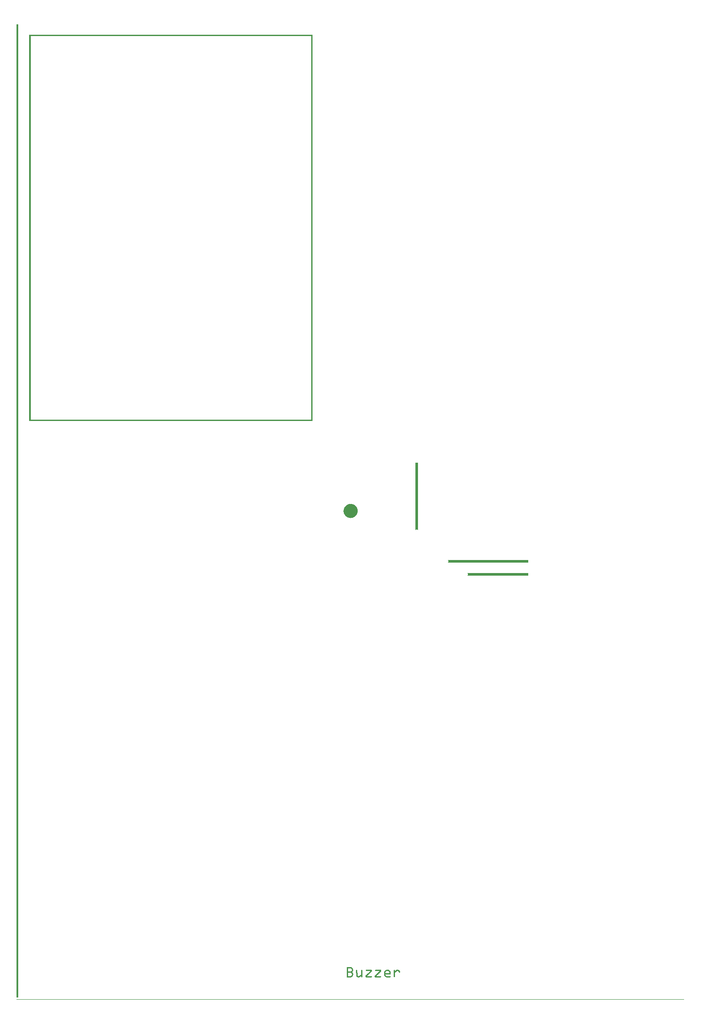
<source format=gto>
G04 MADE WITH FRITZING*
G04 WWW.FRITZING.ORG*
G04 DOUBLE SIDED*
G04 HOLES PLATED*
G04 CONTOUR ON CENTER OF CONTOUR VECTOR*
%ASAXBY*%
%FSLAX23Y23*%
%MOIN*%
%OFA0B0*%
%SFA1.0B1.0*%
%ADD10R,0.001000X0.001000*%
%LNSILK1*%
G90*
G70*
G36*
X95Y7393D02*
X95Y4450D01*
X108Y4450D01*
X108Y7393D01*
X95Y7393D01*
G37*
D02*
G36*
X95Y4450D02*
X95Y4446D01*
X2272Y4446D01*
X2272Y4450D01*
X95Y4450D01*
G37*
D02*
G36*
X95Y4450D02*
X95Y4446D01*
X2272Y4446D01*
X2272Y4450D01*
X95Y4450D01*
G37*
D02*
G36*
X95Y4446D02*
X95Y4440D01*
X2272Y4440D01*
X2272Y4446D01*
X95Y4446D01*
G37*
D02*
G36*
X2548Y3803D02*
X2548Y3800D01*
X2542Y3800D01*
X2542Y3796D01*
X2535Y3796D01*
X2535Y3793D01*
X2532Y3793D01*
X2532Y3790D01*
X2528Y3790D01*
X2528Y3786D01*
X2525Y3786D01*
X2525Y3783D01*
X2522Y3783D01*
X2522Y3780D01*
X2518Y3780D01*
X2518Y3776D01*
X2515Y3776D01*
X2515Y3766D01*
X2512Y3766D01*
X2512Y3753D01*
X2508Y3753D01*
X2508Y3743D01*
X2512Y3743D01*
X2512Y3730D01*
X2515Y3730D01*
X2515Y3723D01*
X2518Y3723D01*
X2518Y3720D01*
X2522Y3720D01*
X2522Y3713D01*
X2525Y3713D01*
X2525Y3710D01*
X2528Y3710D01*
X2528Y3706D01*
X2535Y3706D01*
X2535Y3703D01*
X2538Y3703D01*
X2538Y3700D01*
X2548Y3700D01*
X2548Y3696D01*
X2562Y3696D01*
X2562Y3693D01*
X2565Y3693D01*
X2565Y3696D01*
X2582Y3696D01*
X2582Y3700D01*
X2588Y3700D01*
X2588Y3703D01*
X2595Y3703D01*
X2595Y3706D01*
X2598Y3706D01*
X2598Y3710D01*
X2602Y3710D01*
X2602Y3713D01*
X2605Y3713D01*
X2605Y3716D01*
X2608Y3716D01*
X2608Y3720D01*
X2612Y3720D01*
X2612Y3726D01*
X2615Y3726D01*
X2615Y3736D01*
X2618Y3736D01*
X2618Y3763D01*
X2615Y3763D01*
X2615Y3773D01*
X2612Y3773D01*
X2612Y3780D01*
X2608Y3780D01*
X2608Y3783D01*
X2605Y3783D01*
X2605Y3786D01*
X2602Y3786D01*
X2602Y3790D01*
X2598Y3790D01*
X2598Y3793D01*
X2595Y3793D01*
X2595Y3796D01*
X2588Y3796D01*
X2588Y3800D01*
X2578Y3800D01*
X2578Y3803D01*
X2548Y3803D01*
G37*
D02*
G54D10*
X0Y7483D02*
X10Y7483D01*
X0Y7482D02*
X11Y7482D01*
X0Y7481D02*
X11Y7481D01*
X0Y7480D02*
X11Y7480D01*
X0Y7479D02*
X11Y7479D01*
X0Y7478D02*
X11Y7478D01*
X0Y7477D02*
X11Y7477D01*
X0Y7476D02*
X11Y7476D01*
X0Y7475D02*
X11Y7475D01*
X0Y7474D02*
X11Y7474D01*
X0Y7473D02*
X11Y7473D01*
X0Y7472D02*
X11Y7472D01*
X0Y7471D02*
X11Y7471D01*
X0Y7470D02*
X11Y7470D01*
X0Y7469D02*
X11Y7469D01*
X0Y7468D02*
X11Y7468D01*
X0Y7467D02*
X11Y7467D01*
X0Y7466D02*
X11Y7466D01*
X0Y7465D02*
X11Y7465D01*
X0Y7464D02*
X11Y7464D01*
X0Y7463D02*
X11Y7463D01*
X0Y7462D02*
X11Y7462D01*
X0Y7461D02*
X11Y7461D01*
X0Y7460D02*
X11Y7460D01*
X0Y7459D02*
X11Y7459D01*
X0Y7458D02*
X11Y7458D01*
X0Y7457D02*
X11Y7457D01*
X0Y7456D02*
X11Y7456D01*
X0Y7455D02*
X11Y7455D01*
X0Y7454D02*
X11Y7454D01*
X0Y7453D02*
X11Y7453D01*
X0Y7452D02*
X11Y7452D01*
X0Y7451D02*
X11Y7451D01*
X0Y7450D02*
X11Y7450D01*
X0Y7449D02*
X11Y7449D01*
X0Y7448D02*
X11Y7448D01*
X0Y7447D02*
X11Y7447D01*
X0Y7446D02*
X11Y7446D01*
X0Y7445D02*
X11Y7445D01*
X0Y7444D02*
X11Y7444D01*
X0Y7443D02*
X11Y7443D01*
X0Y7442D02*
X11Y7442D01*
X0Y7441D02*
X11Y7441D01*
X0Y7440D02*
X11Y7440D01*
X0Y7439D02*
X11Y7439D01*
X0Y7438D02*
X11Y7438D01*
X0Y7437D02*
X11Y7437D01*
X0Y7436D02*
X11Y7436D01*
X0Y7435D02*
X11Y7435D01*
X0Y7434D02*
X11Y7434D01*
X0Y7433D02*
X11Y7433D01*
X0Y7432D02*
X11Y7432D01*
X0Y7431D02*
X11Y7431D01*
X0Y7430D02*
X11Y7430D01*
X0Y7429D02*
X11Y7429D01*
X0Y7428D02*
X11Y7428D01*
X0Y7427D02*
X11Y7427D01*
X0Y7426D02*
X11Y7426D01*
X0Y7425D02*
X11Y7425D01*
X0Y7424D02*
X11Y7424D01*
X0Y7423D02*
X11Y7423D01*
X0Y7422D02*
X11Y7422D01*
X0Y7421D02*
X11Y7421D01*
X0Y7420D02*
X11Y7420D01*
X0Y7419D02*
X11Y7419D01*
X0Y7418D02*
X11Y7418D01*
X0Y7417D02*
X11Y7417D01*
X0Y7416D02*
X11Y7416D01*
X0Y7415D02*
X11Y7415D01*
X0Y7414D02*
X11Y7414D01*
X0Y7413D02*
X11Y7413D01*
X0Y7412D02*
X11Y7412D01*
X0Y7411D02*
X11Y7411D01*
X0Y7410D02*
X11Y7410D01*
X0Y7409D02*
X11Y7409D01*
X0Y7408D02*
X11Y7408D01*
X0Y7407D02*
X11Y7407D01*
X0Y7406D02*
X11Y7406D01*
X0Y7405D02*
X11Y7405D01*
X0Y7404D02*
X11Y7404D01*
X0Y7403D02*
X11Y7403D01*
X95Y7403D02*
X2270Y7403D01*
X0Y7402D02*
X11Y7402D01*
X95Y7402D02*
X2270Y7402D01*
X0Y7401D02*
X11Y7401D01*
X95Y7401D02*
X2270Y7401D01*
X0Y7400D02*
X11Y7400D01*
X95Y7400D02*
X2270Y7400D01*
X0Y7399D02*
X11Y7399D01*
X95Y7399D02*
X2270Y7399D01*
X0Y7398D02*
X11Y7398D01*
X95Y7398D02*
X2270Y7398D01*
X0Y7397D02*
X11Y7397D01*
X95Y7397D02*
X2270Y7397D01*
X0Y7396D02*
X11Y7396D01*
X95Y7396D02*
X2270Y7396D01*
X0Y7395D02*
X11Y7395D01*
X95Y7395D02*
X2270Y7395D01*
X0Y7394D02*
X11Y7394D01*
X95Y7394D02*
X2270Y7394D01*
X0Y7393D02*
X11Y7393D01*
X2261Y7393D02*
X2270Y7393D01*
X0Y7392D02*
X11Y7392D01*
X2261Y7392D02*
X2270Y7392D01*
X0Y7391D02*
X11Y7391D01*
X2261Y7391D02*
X2270Y7391D01*
X0Y7390D02*
X11Y7390D01*
X2261Y7390D02*
X2270Y7390D01*
X0Y7389D02*
X11Y7389D01*
X2261Y7389D02*
X2270Y7389D01*
X0Y7388D02*
X11Y7388D01*
X2261Y7388D02*
X2270Y7388D01*
X0Y7387D02*
X11Y7387D01*
X2261Y7387D02*
X2270Y7387D01*
X0Y7386D02*
X11Y7386D01*
X2261Y7386D02*
X2270Y7386D01*
X0Y7385D02*
X11Y7385D01*
X2261Y7385D02*
X2270Y7385D01*
X0Y7384D02*
X11Y7384D01*
X2261Y7384D02*
X2270Y7384D01*
X0Y7383D02*
X11Y7383D01*
X2261Y7383D02*
X2270Y7383D01*
X0Y7382D02*
X11Y7382D01*
X2261Y7382D02*
X2270Y7382D01*
X0Y7381D02*
X11Y7381D01*
X2261Y7381D02*
X2270Y7381D01*
X0Y7380D02*
X11Y7380D01*
X2261Y7380D02*
X2270Y7380D01*
X0Y7379D02*
X11Y7379D01*
X2261Y7379D02*
X2270Y7379D01*
X0Y7378D02*
X11Y7378D01*
X2261Y7378D02*
X2270Y7378D01*
X0Y7377D02*
X11Y7377D01*
X2261Y7377D02*
X2270Y7377D01*
X0Y7376D02*
X11Y7376D01*
X2261Y7376D02*
X2270Y7376D01*
X0Y7375D02*
X11Y7375D01*
X2261Y7375D02*
X2270Y7375D01*
X0Y7374D02*
X11Y7374D01*
X2261Y7374D02*
X2270Y7374D01*
X0Y7373D02*
X11Y7373D01*
X2261Y7373D02*
X2270Y7373D01*
X0Y7372D02*
X11Y7372D01*
X2261Y7372D02*
X2270Y7372D01*
X0Y7371D02*
X11Y7371D01*
X2261Y7371D02*
X2270Y7371D01*
X0Y7370D02*
X11Y7370D01*
X2261Y7370D02*
X2270Y7370D01*
X0Y7369D02*
X11Y7369D01*
X2261Y7369D02*
X2270Y7369D01*
X0Y7368D02*
X11Y7368D01*
X2261Y7368D02*
X2270Y7368D01*
X0Y7367D02*
X11Y7367D01*
X2261Y7367D02*
X2270Y7367D01*
X0Y7366D02*
X11Y7366D01*
X2261Y7366D02*
X2270Y7366D01*
X0Y7365D02*
X11Y7365D01*
X2261Y7365D02*
X2270Y7365D01*
X0Y7364D02*
X11Y7364D01*
X2261Y7364D02*
X2270Y7364D01*
X0Y7363D02*
X11Y7363D01*
X2261Y7363D02*
X2270Y7363D01*
X0Y7362D02*
X11Y7362D01*
X2261Y7362D02*
X2270Y7362D01*
X0Y7361D02*
X11Y7361D01*
X2261Y7361D02*
X2270Y7361D01*
X0Y7360D02*
X11Y7360D01*
X2261Y7360D02*
X2270Y7360D01*
X0Y7359D02*
X11Y7359D01*
X2261Y7359D02*
X2270Y7359D01*
X0Y7358D02*
X11Y7358D01*
X2261Y7358D02*
X2270Y7358D01*
X0Y7357D02*
X11Y7357D01*
X2261Y7357D02*
X2270Y7357D01*
X0Y7356D02*
X11Y7356D01*
X2261Y7356D02*
X2270Y7356D01*
X0Y7355D02*
X11Y7355D01*
X2261Y7355D02*
X2270Y7355D01*
X0Y7354D02*
X11Y7354D01*
X2261Y7354D02*
X2270Y7354D01*
X0Y7353D02*
X11Y7353D01*
X2261Y7353D02*
X2270Y7353D01*
X0Y7352D02*
X11Y7352D01*
X2261Y7352D02*
X2270Y7352D01*
X0Y7351D02*
X11Y7351D01*
X2261Y7351D02*
X2270Y7351D01*
X0Y7350D02*
X11Y7350D01*
X2261Y7350D02*
X2270Y7350D01*
X0Y7349D02*
X11Y7349D01*
X2261Y7349D02*
X2270Y7349D01*
X0Y7348D02*
X11Y7348D01*
X2261Y7348D02*
X2270Y7348D01*
X0Y7347D02*
X11Y7347D01*
X2261Y7347D02*
X2270Y7347D01*
X0Y7346D02*
X11Y7346D01*
X2261Y7346D02*
X2270Y7346D01*
X0Y7345D02*
X11Y7345D01*
X2261Y7345D02*
X2270Y7345D01*
X0Y7344D02*
X11Y7344D01*
X2261Y7344D02*
X2270Y7344D01*
X0Y7343D02*
X11Y7343D01*
X2261Y7343D02*
X2270Y7343D01*
X0Y7342D02*
X11Y7342D01*
X2261Y7342D02*
X2270Y7342D01*
X0Y7341D02*
X11Y7341D01*
X2261Y7341D02*
X2270Y7341D01*
X0Y7340D02*
X11Y7340D01*
X2261Y7340D02*
X2270Y7340D01*
X0Y7339D02*
X11Y7339D01*
X2261Y7339D02*
X2270Y7339D01*
X0Y7338D02*
X11Y7338D01*
X2261Y7338D02*
X2270Y7338D01*
X0Y7337D02*
X11Y7337D01*
X2261Y7337D02*
X2270Y7337D01*
X0Y7336D02*
X11Y7336D01*
X2261Y7336D02*
X2270Y7336D01*
X0Y7335D02*
X11Y7335D01*
X2261Y7335D02*
X2270Y7335D01*
X0Y7334D02*
X11Y7334D01*
X2261Y7334D02*
X2270Y7334D01*
X0Y7333D02*
X11Y7333D01*
X2261Y7333D02*
X2270Y7333D01*
X0Y7332D02*
X11Y7332D01*
X2261Y7332D02*
X2270Y7332D01*
X0Y7331D02*
X11Y7331D01*
X2261Y7331D02*
X2270Y7331D01*
X0Y7330D02*
X11Y7330D01*
X2261Y7330D02*
X2270Y7330D01*
X0Y7329D02*
X11Y7329D01*
X2261Y7329D02*
X2270Y7329D01*
X0Y7328D02*
X11Y7328D01*
X2261Y7328D02*
X2270Y7328D01*
X0Y7327D02*
X11Y7327D01*
X2261Y7327D02*
X2270Y7327D01*
X0Y7326D02*
X11Y7326D01*
X2261Y7326D02*
X2270Y7326D01*
X0Y7325D02*
X11Y7325D01*
X2261Y7325D02*
X2270Y7325D01*
X0Y7324D02*
X11Y7324D01*
X2261Y7324D02*
X2270Y7324D01*
X0Y7323D02*
X11Y7323D01*
X2261Y7323D02*
X2270Y7323D01*
X0Y7322D02*
X11Y7322D01*
X2261Y7322D02*
X2270Y7322D01*
X0Y7321D02*
X11Y7321D01*
X2261Y7321D02*
X2270Y7321D01*
X0Y7320D02*
X11Y7320D01*
X2261Y7320D02*
X2270Y7320D01*
X0Y7319D02*
X11Y7319D01*
X2261Y7319D02*
X2270Y7319D01*
X0Y7318D02*
X11Y7318D01*
X2261Y7318D02*
X2270Y7318D01*
X0Y7317D02*
X11Y7317D01*
X2261Y7317D02*
X2270Y7317D01*
X0Y7316D02*
X11Y7316D01*
X2261Y7316D02*
X2270Y7316D01*
X0Y7315D02*
X11Y7315D01*
X2261Y7315D02*
X2270Y7315D01*
X0Y7314D02*
X11Y7314D01*
X2261Y7314D02*
X2270Y7314D01*
X0Y7313D02*
X11Y7313D01*
X2261Y7313D02*
X2270Y7313D01*
X0Y7312D02*
X11Y7312D01*
X2261Y7312D02*
X2270Y7312D01*
X0Y7311D02*
X11Y7311D01*
X2261Y7311D02*
X2270Y7311D01*
X0Y7310D02*
X11Y7310D01*
X2261Y7310D02*
X2270Y7310D01*
X0Y7309D02*
X11Y7309D01*
X2261Y7309D02*
X2270Y7309D01*
X0Y7308D02*
X11Y7308D01*
X2261Y7308D02*
X2270Y7308D01*
X0Y7307D02*
X11Y7307D01*
X2261Y7307D02*
X2270Y7307D01*
X0Y7306D02*
X11Y7306D01*
X2261Y7306D02*
X2270Y7306D01*
X0Y7305D02*
X11Y7305D01*
X2261Y7305D02*
X2270Y7305D01*
X0Y7304D02*
X11Y7304D01*
X2261Y7304D02*
X2270Y7304D01*
X0Y7303D02*
X11Y7303D01*
X2261Y7303D02*
X2270Y7303D01*
X0Y7302D02*
X11Y7302D01*
X2261Y7302D02*
X2270Y7302D01*
X0Y7301D02*
X11Y7301D01*
X2261Y7301D02*
X2270Y7301D01*
X0Y7300D02*
X11Y7300D01*
X2261Y7300D02*
X2270Y7300D01*
X0Y7299D02*
X11Y7299D01*
X2261Y7299D02*
X2270Y7299D01*
X0Y7298D02*
X11Y7298D01*
X2261Y7298D02*
X2270Y7298D01*
X0Y7297D02*
X11Y7297D01*
X2261Y7297D02*
X2270Y7297D01*
X0Y7296D02*
X11Y7296D01*
X2261Y7296D02*
X2270Y7296D01*
X0Y7295D02*
X11Y7295D01*
X2261Y7295D02*
X2270Y7295D01*
X0Y7294D02*
X11Y7294D01*
X2261Y7294D02*
X2270Y7294D01*
X0Y7293D02*
X11Y7293D01*
X2261Y7293D02*
X2270Y7293D01*
X0Y7292D02*
X11Y7292D01*
X2261Y7292D02*
X2270Y7292D01*
X0Y7291D02*
X11Y7291D01*
X2261Y7291D02*
X2270Y7291D01*
X0Y7290D02*
X11Y7290D01*
X2261Y7290D02*
X2270Y7290D01*
X0Y7289D02*
X11Y7289D01*
X2261Y7289D02*
X2270Y7289D01*
X0Y7288D02*
X11Y7288D01*
X2261Y7288D02*
X2270Y7288D01*
X0Y7287D02*
X11Y7287D01*
X2261Y7287D02*
X2270Y7287D01*
X0Y7286D02*
X11Y7286D01*
X2261Y7286D02*
X2270Y7286D01*
X0Y7285D02*
X11Y7285D01*
X2261Y7285D02*
X2270Y7285D01*
X0Y7284D02*
X11Y7284D01*
X2261Y7284D02*
X2270Y7284D01*
X0Y7283D02*
X11Y7283D01*
X2261Y7283D02*
X2270Y7283D01*
X0Y7282D02*
X11Y7282D01*
X2261Y7282D02*
X2270Y7282D01*
X0Y7281D02*
X11Y7281D01*
X2261Y7281D02*
X2270Y7281D01*
X0Y7280D02*
X11Y7280D01*
X2261Y7280D02*
X2270Y7280D01*
X0Y7279D02*
X11Y7279D01*
X2261Y7279D02*
X2270Y7279D01*
X0Y7278D02*
X11Y7278D01*
X2261Y7278D02*
X2270Y7278D01*
X0Y7277D02*
X11Y7277D01*
X2261Y7277D02*
X2270Y7277D01*
X0Y7276D02*
X11Y7276D01*
X2261Y7276D02*
X2270Y7276D01*
X0Y7275D02*
X11Y7275D01*
X2261Y7275D02*
X2270Y7275D01*
X0Y7274D02*
X11Y7274D01*
X2261Y7274D02*
X2270Y7274D01*
X0Y7273D02*
X11Y7273D01*
X2261Y7273D02*
X2270Y7273D01*
X0Y7272D02*
X11Y7272D01*
X2261Y7272D02*
X2270Y7272D01*
X0Y7271D02*
X11Y7271D01*
X2261Y7271D02*
X2270Y7271D01*
X0Y7270D02*
X11Y7270D01*
X2261Y7270D02*
X2270Y7270D01*
X0Y7269D02*
X11Y7269D01*
X2261Y7269D02*
X2270Y7269D01*
X0Y7268D02*
X11Y7268D01*
X2261Y7268D02*
X2270Y7268D01*
X0Y7267D02*
X11Y7267D01*
X2261Y7267D02*
X2270Y7267D01*
X0Y7266D02*
X11Y7266D01*
X2261Y7266D02*
X2270Y7266D01*
X0Y7265D02*
X11Y7265D01*
X2261Y7265D02*
X2270Y7265D01*
X0Y7264D02*
X11Y7264D01*
X2261Y7264D02*
X2270Y7264D01*
X0Y7263D02*
X11Y7263D01*
X2261Y7263D02*
X2270Y7263D01*
X0Y7262D02*
X11Y7262D01*
X2261Y7262D02*
X2270Y7262D01*
X0Y7261D02*
X11Y7261D01*
X2261Y7261D02*
X2270Y7261D01*
X0Y7260D02*
X11Y7260D01*
X2261Y7260D02*
X2270Y7260D01*
X0Y7259D02*
X11Y7259D01*
X2261Y7259D02*
X2270Y7259D01*
X0Y7258D02*
X11Y7258D01*
X2261Y7258D02*
X2270Y7258D01*
X0Y7257D02*
X11Y7257D01*
X2261Y7257D02*
X2270Y7257D01*
X0Y7256D02*
X11Y7256D01*
X2261Y7256D02*
X2270Y7256D01*
X0Y7255D02*
X11Y7255D01*
X2261Y7255D02*
X2270Y7255D01*
X0Y7254D02*
X11Y7254D01*
X2261Y7254D02*
X2270Y7254D01*
X0Y7253D02*
X11Y7253D01*
X2261Y7253D02*
X2270Y7253D01*
X0Y7252D02*
X11Y7252D01*
X2261Y7252D02*
X2270Y7252D01*
X0Y7251D02*
X11Y7251D01*
X2261Y7251D02*
X2270Y7251D01*
X0Y7250D02*
X11Y7250D01*
X2261Y7250D02*
X2270Y7250D01*
X0Y7249D02*
X11Y7249D01*
X2261Y7249D02*
X2270Y7249D01*
X0Y7248D02*
X11Y7248D01*
X2261Y7248D02*
X2270Y7248D01*
X0Y7247D02*
X11Y7247D01*
X2261Y7247D02*
X2270Y7247D01*
X0Y7246D02*
X11Y7246D01*
X2261Y7246D02*
X2270Y7246D01*
X0Y7245D02*
X11Y7245D01*
X2261Y7245D02*
X2270Y7245D01*
X0Y7244D02*
X11Y7244D01*
X2261Y7244D02*
X2270Y7244D01*
X0Y7243D02*
X11Y7243D01*
X2261Y7243D02*
X2270Y7243D01*
X0Y7242D02*
X11Y7242D01*
X2261Y7242D02*
X2270Y7242D01*
X0Y7241D02*
X11Y7241D01*
X2261Y7241D02*
X2270Y7241D01*
X0Y7240D02*
X11Y7240D01*
X2261Y7240D02*
X2270Y7240D01*
X0Y7239D02*
X11Y7239D01*
X2261Y7239D02*
X2270Y7239D01*
X0Y7238D02*
X11Y7238D01*
X2261Y7238D02*
X2270Y7238D01*
X0Y7237D02*
X11Y7237D01*
X2261Y7237D02*
X2270Y7237D01*
X0Y7236D02*
X11Y7236D01*
X2261Y7236D02*
X2270Y7236D01*
X0Y7235D02*
X11Y7235D01*
X2261Y7235D02*
X2270Y7235D01*
X0Y7234D02*
X11Y7234D01*
X2261Y7234D02*
X2270Y7234D01*
X0Y7233D02*
X11Y7233D01*
X2261Y7233D02*
X2270Y7233D01*
X0Y7232D02*
X11Y7232D01*
X2261Y7232D02*
X2270Y7232D01*
X0Y7231D02*
X11Y7231D01*
X2261Y7231D02*
X2270Y7231D01*
X0Y7230D02*
X11Y7230D01*
X2261Y7230D02*
X2270Y7230D01*
X0Y7229D02*
X11Y7229D01*
X2261Y7229D02*
X2270Y7229D01*
X0Y7228D02*
X11Y7228D01*
X2261Y7228D02*
X2270Y7228D01*
X0Y7227D02*
X11Y7227D01*
X2261Y7227D02*
X2270Y7227D01*
X0Y7226D02*
X11Y7226D01*
X2261Y7226D02*
X2270Y7226D01*
X0Y7225D02*
X11Y7225D01*
X2261Y7225D02*
X2270Y7225D01*
X0Y7224D02*
X11Y7224D01*
X2261Y7224D02*
X2270Y7224D01*
X0Y7223D02*
X11Y7223D01*
X2261Y7223D02*
X2270Y7223D01*
X0Y7222D02*
X11Y7222D01*
X2261Y7222D02*
X2270Y7222D01*
X0Y7221D02*
X11Y7221D01*
X2261Y7221D02*
X2270Y7221D01*
X0Y7220D02*
X11Y7220D01*
X2261Y7220D02*
X2270Y7220D01*
X0Y7219D02*
X11Y7219D01*
X2261Y7219D02*
X2270Y7219D01*
X0Y7218D02*
X11Y7218D01*
X2261Y7218D02*
X2270Y7218D01*
X0Y7217D02*
X11Y7217D01*
X2261Y7217D02*
X2270Y7217D01*
X0Y7216D02*
X11Y7216D01*
X2261Y7216D02*
X2270Y7216D01*
X0Y7215D02*
X11Y7215D01*
X2261Y7215D02*
X2270Y7215D01*
X0Y7214D02*
X11Y7214D01*
X2261Y7214D02*
X2270Y7214D01*
X0Y7213D02*
X11Y7213D01*
X2261Y7213D02*
X2270Y7213D01*
X0Y7212D02*
X11Y7212D01*
X2261Y7212D02*
X2270Y7212D01*
X0Y7211D02*
X11Y7211D01*
X2261Y7211D02*
X2270Y7211D01*
X0Y7210D02*
X11Y7210D01*
X2261Y7210D02*
X2270Y7210D01*
X0Y7209D02*
X11Y7209D01*
X2261Y7209D02*
X2270Y7209D01*
X0Y7208D02*
X11Y7208D01*
X2261Y7208D02*
X2270Y7208D01*
X0Y7207D02*
X11Y7207D01*
X2261Y7207D02*
X2270Y7207D01*
X0Y7206D02*
X11Y7206D01*
X2261Y7206D02*
X2270Y7206D01*
X0Y7205D02*
X11Y7205D01*
X2261Y7205D02*
X2270Y7205D01*
X0Y7204D02*
X11Y7204D01*
X2261Y7204D02*
X2270Y7204D01*
X0Y7203D02*
X11Y7203D01*
X2261Y7203D02*
X2270Y7203D01*
X0Y7202D02*
X11Y7202D01*
X2261Y7202D02*
X2270Y7202D01*
X0Y7201D02*
X11Y7201D01*
X2261Y7201D02*
X2270Y7201D01*
X0Y7200D02*
X11Y7200D01*
X2261Y7200D02*
X2270Y7200D01*
X0Y7199D02*
X11Y7199D01*
X2261Y7199D02*
X2270Y7199D01*
X0Y7198D02*
X11Y7198D01*
X2261Y7198D02*
X2270Y7198D01*
X0Y7197D02*
X11Y7197D01*
X2261Y7197D02*
X2270Y7197D01*
X0Y7196D02*
X11Y7196D01*
X2261Y7196D02*
X2270Y7196D01*
X0Y7195D02*
X11Y7195D01*
X2261Y7195D02*
X2270Y7195D01*
X0Y7194D02*
X11Y7194D01*
X2261Y7194D02*
X2270Y7194D01*
X0Y7193D02*
X11Y7193D01*
X2261Y7193D02*
X2270Y7193D01*
X0Y7192D02*
X11Y7192D01*
X2261Y7192D02*
X2270Y7192D01*
X0Y7191D02*
X11Y7191D01*
X2261Y7191D02*
X2270Y7191D01*
X0Y7190D02*
X11Y7190D01*
X2261Y7190D02*
X2270Y7190D01*
X0Y7189D02*
X11Y7189D01*
X2261Y7189D02*
X2270Y7189D01*
X0Y7188D02*
X11Y7188D01*
X2261Y7188D02*
X2270Y7188D01*
X0Y7187D02*
X11Y7187D01*
X2261Y7187D02*
X2270Y7187D01*
X0Y7186D02*
X11Y7186D01*
X2261Y7186D02*
X2270Y7186D01*
X0Y7185D02*
X11Y7185D01*
X2261Y7185D02*
X2270Y7185D01*
X0Y7184D02*
X11Y7184D01*
X2261Y7184D02*
X2270Y7184D01*
X0Y7183D02*
X11Y7183D01*
X2261Y7183D02*
X2270Y7183D01*
X0Y7182D02*
X11Y7182D01*
X2261Y7182D02*
X2270Y7182D01*
X0Y7181D02*
X11Y7181D01*
X2261Y7181D02*
X2270Y7181D01*
X0Y7180D02*
X11Y7180D01*
X2261Y7180D02*
X2270Y7180D01*
X0Y7179D02*
X11Y7179D01*
X2261Y7179D02*
X2270Y7179D01*
X0Y7178D02*
X11Y7178D01*
X2261Y7178D02*
X2270Y7178D01*
X0Y7177D02*
X11Y7177D01*
X2261Y7177D02*
X2270Y7177D01*
X0Y7176D02*
X11Y7176D01*
X2261Y7176D02*
X2270Y7176D01*
X0Y7175D02*
X11Y7175D01*
X2261Y7175D02*
X2270Y7175D01*
X0Y7174D02*
X11Y7174D01*
X2261Y7174D02*
X2270Y7174D01*
X0Y7173D02*
X11Y7173D01*
X2261Y7173D02*
X2270Y7173D01*
X0Y7172D02*
X11Y7172D01*
X2261Y7172D02*
X2270Y7172D01*
X0Y7171D02*
X11Y7171D01*
X2261Y7171D02*
X2270Y7171D01*
X0Y7170D02*
X11Y7170D01*
X2261Y7170D02*
X2270Y7170D01*
X0Y7169D02*
X11Y7169D01*
X2261Y7169D02*
X2270Y7169D01*
X0Y7168D02*
X11Y7168D01*
X2261Y7168D02*
X2270Y7168D01*
X0Y7167D02*
X11Y7167D01*
X2261Y7167D02*
X2270Y7167D01*
X0Y7166D02*
X11Y7166D01*
X2261Y7166D02*
X2270Y7166D01*
X0Y7165D02*
X11Y7165D01*
X2261Y7165D02*
X2270Y7165D01*
X0Y7164D02*
X11Y7164D01*
X2261Y7164D02*
X2270Y7164D01*
X0Y7163D02*
X11Y7163D01*
X2261Y7163D02*
X2270Y7163D01*
X0Y7162D02*
X11Y7162D01*
X2261Y7162D02*
X2270Y7162D01*
X0Y7161D02*
X11Y7161D01*
X2261Y7161D02*
X2270Y7161D01*
X0Y7160D02*
X11Y7160D01*
X2261Y7160D02*
X2270Y7160D01*
X0Y7159D02*
X11Y7159D01*
X2261Y7159D02*
X2270Y7159D01*
X0Y7158D02*
X11Y7158D01*
X2261Y7158D02*
X2270Y7158D01*
X0Y7157D02*
X11Y7157D01*
X2261Y7157D02*
X2270Y7157D01*
X0Y7156D02*
X11Y7156D01*
X2261Y7156D02*
X2270Y7156D01*
X0Y7155D02*
X11Y7155D01*
X2261Y7155D02*
X2270Y7155D01*
X0Y7154D02*
X11Y7154D01*
X2261Y7154D02*
X2270Y7154D01*
X0Y7153D02*
X11Y7153D01*
X2261Y7153D02*
X2270Y7153D01*
X0Y7152D02*
X11Y7152D01*
X2261Y7152D02*
X2270Y7152D01*
X0Y7151D02*
X11Y7151D01*
X2261Y7151D02*
X2270Y7151D01*
X0Y7150D02*
X11Y7150D01*
X2261Y7150D02*
X2270Y7150D01*
X0Y7149D02*
X11Y7149D01*
X2261Y7149D02*
X2270Y7149D01*
X0Y7148D02*
X11Y7148D01*
X2261Y7148D02*
X2270Y7148D01*
X0Y7147D02*
X11Y7147D01*
X2261Y7147D02*
X2270Y7147D01*
X0Y7146D02*
X11Y7146D01*
X2261Y7146D02*
X2270Y7146D01*
X0Y7145D02*
X11Y7145D01*
X2261Y7145D02*
X2270Y7145D01*
X0Y7144D02*
X11Y7144D01*
X2261Y7144D02*
X2270Y7144D01*
X0Y7143D02*
X11Y7143D01*
X2261Y7143D02*
X2270Y7143D01*
X0Y7142D02*
X11Y7142D01*
X2261Y7142D02*
X2270Y7142D01*
X0Y7141D02*
X11Y7141D01*
X2261Y7141D02*
X2270Y7141D01*
X0Y7140D02*
X11Y7140D01*
X2261Y7140D02*
X2270Y7140D01*
X0Y7139D02*
X11Y7139D01*
X2261Y7139D02*
X2270Y7139D01*
X0Y7138D02*
X11Y7138D01*
X2261Y7138D02*
X2270Y7138D01*
X0Y7137D02*
X11Y7137D01*
X2261Y7137D02*
X2270Y7137D01*
X0Y7136D02*
X11Y7136D01*
X2261Y7136D02*
X2270Y7136D01*
X0Y7135D02*
X11Y7135D01*
X2261Y7135D02*
X2270Y7135D01*
X0Y7134D02*
X11Y7134D01*
X2261Y7134D02*
X2270Y7134D01*
X0Y7133D02*
X11Y7133D01*
X2261Y7133D02*
X2270Y7133D01*
X0Y7132D02*
X11Y7132D01*
X2261Y7132D02*
X2270Y7132D01*
X0Y7131D02*
X11Y7131D01*
X2261Y7131D02*
X2270Y7131D01*
X0Y7130D02*
X11Y7130D01*
X2261Y7130D02*
X2270Y7130D01*
X0Y7129D02*
X11Y7129D01*
X2261Y7129D02*
X2270Y7129D01*
X0Y7128D02*
X11Y7128D01*
X2261Y7128D02*
X2270Y7128D01*
X0Y7127D02*
X11Y7127D01*
X2261Y7127D02*
X2270Y7127D01*
X0Y7126D02*
X11Y7126D01*
X2261Y7126D02*
X2270Y7126D01*
X0Y7125D02*
X11Y7125D01*
X2261Y7125D02*
X2270Y7125D01*
X0Y7124D02*
X11Y7124D01*
X2261Y7124D02*
X2270Y7124D01*
X0Y7123D02*
X11Y7123D01*
X2261Y7123D02*
X2270Y7123D01*
X0Y7122D02*
X11Y7122D01*
X2261Y7122D02*
X2270Y7122D01*
X0Y7121D02*
X11Y7121D01*
X2261Y7121D02*
X2270Y7121D01*
X0Y7120D02*
X11Y7120D01*
X2261Y7120D02*
X2270Y7120D01*
X0Y7119D02*
X11Y7119D01*
X2261Y7119D02*
X2270Y7119D01*
X0Y7118D02*
X11Y7118D01*
X2261Y7118D02*
X2270Y7118D01*
X0Y7117D02*
X11Y7117D01*
X2261Y7117D02*
X2270Y7117D01*
X0Y7116D02*
X11Y7116D01*
X2261Y7116D02*
X2270Y7116D01*
X0Y7115D02*
X11Y7115D01*
X2261Y7115D02*
X2270Y7115D01*
X0Y7114D02*
X11Y7114D01*
X2261Y7114D02*
X2270Y7114D01*
X0Y7113D02*
X11Y7113D01*
X2261Y7113D02*
X2270Y7113D01*
X0Y7112D02*
X11Y7112D01*
X2261Y7112D02*
X2270Y7112D01*
X0Y7111D02*
X11Y7111D01*
X2261Y7111D02*
X2270Y7111D01*
X0Y7110D02*
X11Y7110D01*
X2261Y7110D02*
X2270Y7110D01*
X0Y7109D02*
X11Y7109D01*
X2261Y7109D02*
X2270Y7109D01*
X0Y7108D02*
X11Y7108D01*
X2261Y7108D02*
X2270Y7108D01*
X0Y7107D02*
X11Y7107D01*
X2261Y7107D02*
X2270Y7107D01*
X0Y7106D02*
X11Y7106D01*
X2261Y7106D02*
X2270Y7106D01*
X0Y7105D02*
X11Y7105D01*
X2261Y7105D02*
X2270Y7105D01*
X0Y7104D02*
X11Y7104D01*
X2261Y7104D02*
X2270Y7104D01*
X0Y7103D02*
X11Y7103D01*
X2261Y7103D02*
X2270Y7103D01*
X0Y7102D02*
X11Y7102D01*
X2261Y7102D02*
X2270Y7102D01*
X0Y7101D02*
X11Y7101D01*
X2261Y7101D02*
X2270Y7101D01*
X0Y7100D02*
X11Y7100D01*
X2261Y7100D02*
X2270Y7100D01*
X0Y7099D02*
X11Y7099D01*
X2261Y7099D02*
X2270Y7099D01*
X0Y7098D02*
X11Y7098D01*
X2261Y7098D02*
X2270Y7098D01*
X0Y7097D02*
X11Y7097D01*
X2261Y7097D02*
X2270Y7097D01*
X0Y7096D02*
X11Y7096D01*
X2261Y7096D02*
X2270Y7096D01*
X0Y7095D02*
X11Y7095D01*
X2261Y7095D02*
X2270Y7095D01*
X0Y7094D02*
X11Y7094D01*
X2261Y7094D02*
X2270Y7094D01*
X0Y7093D02*
X11Y7093D01*
X2261Y7093D02*
X2270Y7093D01*
X0Y7092D02*
X11Y7092D01*
X2261Y7092D02*
X2270Y7092D01*
X0Y7091D02*
X11Y7091D01*
X2261Y7091D02*
X2270Y7091D01*
X0Y7090D02*
X11Y7090D01*
X2261Y7090D02*
X2270Y7090D01*
X0Y7089D02*
X11Y7089D01*
X2261Y7089D02*
X2270Y7089D01*
X0Y7088D02*
X11Y7088D01*
X2261Y7088D02*
X2270Y7088D01*
X0Y7087D02*
X11Y7087D01*
X2261Y7087D02*
X2270Y7087D01*
X0Y7086D02*
X11Y7086D01*
X2261Y7086D02*
X2270Y7086D01*
X0Y7085D02*
X11Y7085D01*
X2261Y7085D02*
X2270Y7085D01*
X0Y7084D02*
X11Y7084D01*
X2261Y7084D02*
X2270Y7084D01*
X0Y7083D02*
X11Y7083D01*
X2261Y7083D02*
X2270Y7083D01*
X0Y7082D02*
X11Y7082D01*
X2261Y7082D02*
X2270Y7082D01*
X0Y7081D02*
X11Y7081D01*
X2261Y7081D02*
X2270Y7081D01*
X0Y7080D02*
X11Y7080D01*
X2261Y7080D02*
X2270Y7080D01*
X0Y7079D02*
X11Y7079D01*
X2261Y7079D02*
X2270Y7079D01*
X0Y7078D02*
X11Y7078D01*
X2261Y7078D02*
X2270Y7078D01*
X0Y7077D02*
X11Y7077D01*
X2261Y7077D02*
X2270Y7077D01*
X0Y7076D02*
X11Y7076D01*
X2261Y7076D02*
X2270Y7076D01*
X0Y7075D02*
X11Y7075D01*
X2261Y7075D02*
X2270Y7075D01*
X0Y7074D02*
X11Y7074D01*
X2261Y7074D02*
X2270Y7074D01*
X0Y7073D02*
X11Y7073D01*
X2261Y7073D02*
X2270Y7073D01*
X0Y7072D02*
X11Y7072D01*
X2261Y7072D02*
X2270Y7072D01*
X0Y7071D02*
X11Y7071D01*
X2261Y7071D02*
X2270Y7071D01*
X0Y7070D02*
X11Y7070D01*
X2261Y7070D02*
X2270Y7070D01*
X0Y7069D02*
X11Y7069D01*
X2261Y7069D02*
X2270Y7069D01*
X0Y7068D02*
X11Y7068D01*
X2261Y7068D02*
X2270Y7068D01*
X0Y7067D02*
X11Y7067D01*
X2261Y7067D02*
X2270Y7067D01*
X0Y7066D02*
X11Y7066D01*
X2261Y7066D02*
X2270Y7066D01*
X0Y7065D02*
X11Y7065D01*
X2261Y7065D02*
X2270Y7065D01*
X0Y7064D02*
X11Y7064D01*
X2261Y7064D02*
X2270Y7064D01*
X0Y7063D02*
X11Y7063D01*
X2261Y7063D02*
X2270Y7063D01*
X0Y7062D02*
X11Y7062D01*
X2261Y7062D02*
X2270Y7062D01*
X0Y7061D02*
X11Y7061D01*
X2261Y7061D02*
X2270Y7061D01*
X0Y7060D02*
X11Y7060D01*
X2261Y7060D02*
X2270Y7060D01*
X0Y7059D02*
X11Y7059D01*
X2261Y7059D02*
X2270Y7059D01*
X0Y7058D02*
X11Y7058D01*
X2261Y7058D02*
X2270Y7058D01*
X0Y7057D02*
X11Y7057D01*
X2261Y7057D02*
X2270Y7057D01*
X0Y7056D02*
X11Y7056D01*
X2261Y7056D02*
X2270Y7056D01*
X0Y7055D02*
X11Y7055D01*
X2261Y7055D02*
X2270Y7055D01*
X0Y7054D02*
X11Y7054D01*
X2261Y7054D02*
X2270Y7054D01*
X0Y7053D02*
X11Y7053D01*
X2261Y7053D02*
X2270Y7053D01*
X0Y7052D02*
X11Y7052D01*
X2261Y7052D02*
X2270Y7052D01*
X0Y7051D02*
X11Y7051D01*
X2261Y7051D02*
X2270Y7051D01*
X0Y7050D02*
X11Y7050D01*
X2261Y7050D02*
X2270Y7050D01*
X0Y7049D02*
X11Y7049D01*
X2261Y7049D02*
X2270Y7049D01*
X0Y7048D02*
X11Y7048D01*
X2261Y7048D02*
X2270Y7048D01*
X0Y7047D02*
X11Y7047D01*
X2261Y7047D02*
X2270Y7047D01*
X0Y7046D02*
X11Y7046D01*
X2261Y7046D02*
X2270Y7046D01*
X0Y7045D02*
X11Y7045D01*
X2261Y7045D02*
X2270Y7045D01*
X0Y7044D02*
X11Y7044D01*
X2261Y7044D02*
X2270Y7044D01*
X0Y7043D02*
X11Y7043D01*
X2261Y7043D02*
X2270Y7043D01*
X0Y7042D02*
X11Y7042D01*
X2261Y7042D02*
X2270Y7042D01*
X0Y7041D02*
X11Y7041D01*
X2261Y7041D02*
X2270Y7041D01*
X0Y7040D02*
X11Y7040D01*
X2261Y7040D02*
X2270Y7040D01*
X0Y7039D02*
X11Y7039D01*
X2261Y7039D02*
X2270Y7039D01*
X0Y7038D02*
X11Y7038D01*
X2261Y7038D02*
X2270Y7038D01*
X0Y7037D02*
X11Y7037D01*
X2261Y7037D02*
X2270Y7037D01*
X0Y7036D02*
X11Y7036D01*
X2261Y7036D02*
X2270Y7036D01*
X0Y7035D02*
X11Y7035D01*
X2261Y7035D02*
X2270Y7035D01*
X0Y7034D02*
X11Y7034D01*
X2261Y7034D02*
X2270Y7034D01*
X0Y7033D02*
X11Y7033D01*
X2261Y7033D02*
X2270Y7033D01*
X0Y7032D02*
X11Y7032D01*
X2261Y7032D02*
X2270Y7032D01*
X0Y7031D02*
X11Y7031D01*
X2261Y7031D02*
X2270Y7031D01*
X0Y7030D02*
X11Y7030D01*
X2261Y7030D02*
X2270Y7030D01*
X0Y7029D02*
X11Y7029D01*
X2261Y7029D02*
X2270Y7029D01*
X0Y7028D02*
X11Y7028D01*
X2261Y7028D02*
X2270Y7028D01*
X0Y7027D02*
X11Y7027D01*
X2261Y7027D02*
X2270Y7027D01*
X0Y7026D02*
X11Y7026D01*
X2261Y7026D02*
X2270Y7026D01*
X0Y7025D02*
X11Y7025D01*
X2261Y7025D02*
X2270Y7025D01*
X0Y7024D02*
X11Y7024D01*
X2261Y7024D02*
X2270Y7024D01*
X0Y7023D02*
X11Y7023D01*
X2261Y7023D02*
X2270Y7023D01*
X0Y7022D02*
X11Y7022D01*
X2261Y7022D02*
X2270Y7022D01*
X0Y7021D02*
X11Y7021D01*
X2261Y7021D02*
X2270Y7021D01*
X0Y7020D02*
X11Y7020D01*
X2261Y7020D02*
X2270Y7020D01*
X0Y7019D02*
X11Y7019D01*
X2261Y7019D02*
X2270Y7019D01*
X0Y7018D02*
X11Y7018D01*
X2261Y7018D02*
X2270Y7018D01*
X0Y7017D02*
X11Y7017D01*
X2261Y7017D02*
X2270Y7017D01*
X0Y7016D02*
X11Y7016D01*
X2261Y7016D02*
X2270Y7016D01*
X0Y7015D02*
X11Y7015D01*
X2261Y7015D02*
X2270Y7015D01*
X0Y7014D02*
X11Y7014D01*
X2261Y7014D02*
X2270Y7014D01*
X0Y7013D02*
X11Y7013D01*
X2261Y7013D02*
X2270Y7013D01*
X0Y7012D02*
X11Y7012D01*
X2261Y7012D02*
X2270Y7012D01*
X0Y7011D02*
X11Y7011D01*
X2261Y7011D02*
X2270Y7011D01*
X0Y7010D02*
X11Y7010D01*
X2261Y7010D02*
X2270Y7010D01*
X0Y7009D02*
X11Y7009D01*
X2261Y7009D02*
X2270Y7009D01*
X0Y7008D02*
X11Y7008D01*
X2261Y7008D02*
X2270Y7008D01*
X0Y7007D02*
X11Y7007D01*
X2261Y7007D02*
X2270Y7007D01*
X0Y7006D02*
X11Y7006D01*
X2261Y7006D02*
X2270Y7006D01*
X0Y7005D02*
X11Y7005D01*
X2261Y7005D02*
X2270Y7005D01*
X0Y7004D02*
X11Y7004D01*
X2261Y7004D02*
X2270Y7004D01*
X0Y7003D02*
X11Y7003D01*
X2261Y7003D02*
X2270Y7003D01*
X0Y7002D02*
X11Y7002D01*
X2261Y7002D02*
X2270Y7002D01*
X0Y7001D02*
X11Y7001D01*
X2261Y7001D02*
X2270Y7001D01*
X0Y7000D02*
X11Y7000D01*
X2261Y7000D02*
X2270Y7000D01*
X0Y6999D02*
X11Y6999D01*
X2261Y6999D02*
X2270Y6999D01*
X0Y6998D02*
X11Y6998D01*
X2261Y6998D02*
X2270Y6998D01*
X0Y6997D02*
X11Y6997D01*
X2261Y6997D02*
X2270Y6997D01*
X0Y6996D02*
X11Y6996D01*
X2261Y6996D02*
X2270Y6996D01*
X0Y6995D02*
X11Y6995D01*
X2261Y6995D02*
X2270Y6995D01*
X0Y6994D02*
X11Y6994D01*
X2261Y6994D02*
X2270Y6994D01*
X0Y6993D02*
X11Y6993D01*
X2261Y6993D02*
X2270Y6993D01*
X0Y6992D02*
X11Y6992D01*
X2261Y6992D02*
X2270Y6992D01*
X0Y6991D02*
X11Y6991D01*
X2261Y6991D02*
X2270Y6991D01*
X0Y6990D02*
X11Y6990D01*
X2261Y6990D02*
X2270Y6990D01*
X0Y6989D02*
X11Y6989D01*
X2261Y6989D02*
X2270Y6989D01*
X0Y6988D02*
X11Y6988D01*
X2261Y6988D02*
X2270Y6988D01*
X0Y6987D02*
X11Y6987D01*
X2261Y6987D02*
X2270Y6987D01*
X0Y6986D02*
X11Y6986D01*
X2261Y6986D02*
X2270Y6986D01*
X0Y6985D02*
X11Y6985D01*
X2261Y6985D02*
X2270Y6985D01*
X0Y6984D02*
X11Y6984D01*
X2261Y6984D02*
X2270Y6984D01*
X0Y6983D02*
X11Y6983D01*
X2261Y6983D02*
X2270Y6983D01*
X0Y6982D02*
X11Y6982D01*
X2261Y6982D02*
X2270Y6982D01*
X0Y6981D02*
X11Y6981D01*
X2261Y6981D02*
X2270Y6981D01*
X0Y6980D02*
X11Y6980D01*
X2261Y6980D02*
X2270Y6980D01*
X0Y6979D02*
X11Y6979D01*
X2261Y6979D02*
X2270Y6979D01*
X0Y6978D02*
X11Y6978D01*
X2261Y6978D02*
X2270Y6978D01*
X0Y6977D02*
X11Y6977D01*
X2261Y6977D02*
X2270Y6977D01*
X0Y6976D02*
X11Y6976D01*
X2261Y6976D02*
X2270Y6976D01*
X0Y6975D02*
X11Y6975D01*
X2261Y6975D02*
X2270Y6975D01*
X0Y6974D02*
X11Y6974D01*
X2261Y6974D02*
X2270Y6974D01*
X0Y6973D02*
X11Y6973D01*
X2261Y6973D02*
X2270Y6973D01*
X0Y6972D02*
X11Y6972D01*
X2261Y6972D02*
X2270Y6972D01*
X0Y6971D02*
X11Y6971D01*
X2261Y6971D02*
X2270Y6971D01*
X0Y6970D02*
X11Y6970D01*
X2261Y6970D02*
X2270Y6970D01*
X0Y6969D02*
X11Y6969D01*
X2261Y6969D02*
X2270Y6969D01*
X0Y6968D02*
X11Y6968D01*
X2261Y6968D02*
X2270Y6968D01*
X0Y6967D02*
X11Y6967D01*
X2261Y6967D02*
X2270Y6967D01*
X0Y6966D02*
X11Y6966D01*
X2261Y6966D02*
X2270Y6966D01*
X0Y6965D02*
X11Y6965D01*
X2261Y6965D02*
X2270Y6965D01*
X0Y6964D02*
X11Y6964D01*
X2261Y6964D02*
X2270Y6964D01*
X0Y6963D02*
X11Y6963D01*
X2261Y6963D02*
X2270Y6963D01*
X0Y6962D02*
X11Y6962D01*
X2261Y6962D02*
X2270Y6962D01*
X0Y6961D02*
X11Y6961D01*
X2261Y6961D02*
X2270Y6961D01*
X0Y6960D02*
X11Y6960D01*
X2261Y6960D02*
X2270Y6960D01*
X0Y6959D02*
X11Y6959D01*
X2261Y6959D02*
X2270Y6959D01*
X0Y6958D02*
X11Y6958D01*
X2261Y6958D02*
X2270Y6958D01*
X0Y6957D02*
X11Y6957D01*
X2261Y6957D02*
X2270Y6957D01*
X0Y6956D02*
X11Y6956D01*
X2261Y6956D02*
X2270Y6956D01*
X0Y6955D02*
X11Y6955D01*
X2261Y6955D02*
X2270Y6955D01*
X0Y6954D02*
X11Y6954D01*
X2261Y6954D02*
X2270Y6954D01*
X0Y6953D02*
X11Y6953D01*
X2261Y6953D02*
X2270Y6953D01*
X0Y6952D02*
X11Y6952D01*
X2261Y6952D02*
X2270Y6952D01*
X0Y6951D02*
X11Y6951D01*
X2261Y6951D02*
X2270Y6951D01*
X0Y6950D02*
X11Y6950D01*
X2261Y6950D02*
X2270Y6950D01*
X0Y6949D02*
X11Y6949D01*
X2261Y6949D02*
X2270Y6949D01*
X0Y6948D02*
X11Y6948D01*
X2261Y6948D02*
X2270Y6948D01*
X0Y6947D02*
X11Y6947D01*
X2261Y6947D02*
X2270Y6947D01*
X0Y6946D02*
X11Y6946D01*
X2261Y6946D02*
X2270Y6946D01*
X0Y6945D02*
X11Y6945D01*
X2261Y6945D02*
X2270Y6945D01*
X0Y6944D02*
X11Y6944D01*
X2261Y6944D02*
X2270Y6944D01*
X0Y6943D02*
X11Y6943D01*
X2261Y6943D02*
X2270Y6943D01*
X0Y6942D02*
X11Y6942D01*
X2261Y6942D02*
X2270Y6942D01*
X0Y6941D02*
X11Y6941D01*
X2261Y6941D02*
X2270Y6941D01*
X0Y6940D02*
X11Y6940D01*
X2261Y6940D02*
X2270Y6940D01*
X0Y6939D02*
X11Y6939D01*
X2261Y6939D02*
X2270Y6939D01*
X0Y6938D02*
X11Y6938D01*
X2261Y6938D02*
X2270Y6938D01*
X0Y6937D02*
X11Y6937D01*
X2261Y6937D02*
X2270Y6937D01*
X0Y6936D02*
X11Y6936D01*
X2261Y6936D02*
X2270Y6936D01*
X0Y6935D02*
X11Y6935D01*
X2261Y6935D02*
X2270Y6935D01*
X0Y6934D02*
X11Y6934D01*
X2261Y6934D02*
X2270Y6934D01*
X0Y6933D02*
X11Y6933D01*
X2261Y6933D02*
X2270Y6933D01*
X0Y6932D02*
X11Y6932D01*
X2261Y6932D02*
X2270Y6932D01*
X0Y6931D02*
X11Y6931D01*
X2261Y6931D02*
X2270Y6931D01*
X0Y6930D02*
X11Y6930D01*
X2261Y6930D02*
X2270Y6930D01*
X0Y6929D02*
X11Y6929D01*
X2261Y6929D02*
X2270Y6929D01*
X0Y6928D02*
X11Y6928D01*
X2261Y6928D02*
X2270Y6928D01*
X0Y6927D02*
X11Y6927D01*
X2261Y6927D02*
X2270Y6927D01*
X0Y6926D02*
X11Y6926D01*
X2261Y6926D02*
X2270Y6926D01*
X0Y6925D02*
X11Y6925D01*
X2261Y6925D02*
X2270Y6925D01*
X0Y6924D02*
X11Y6924D01*
X2261Y6924D02*
X2270Y6924D01*
X0Y6923D02*
X11Y6923D01*
X2261Y6923D02*
X2270Y6923D01*
X0Y6922D02*
X11Y6922D01*
X2261Y6922D02*
X2270Y6922D01*
X0Y6921D02*
X11Y6921D01*
X2261Y6921D02*
X2270Y6921D01*
X0Y6920D02*
X11Y6920D01*
X2261Y6920D02*
X2270Y6920D01*
X0Y6919D02*
X11Y6919D01*
X2261Y6919D02*
X2270Y6919D01*
X0Y6918D02*
X11Y6918D01*
X2261Y6918D02*
X2270Y6918D01*
X0Y6917D02*
X11Y6917D01*
X2261Y6917D02*
X2270Y6917D01*
X0Y6916D02*
X11Y6916D01*
X2261Y6916D02*
X2270Y6916D01*
X0Y6915D02*
X11Y6915D01*
X2261Y6915D02*
X2270Y6915D01*
X0Y6914D02*
X11Y6914D01*
X2261Y6914D02*
X2270Y6914D01*
X0Y6913D02*
X11Y6913D01*
X2261Y6913D02*
X2270Y6913D01*
X0Y6912D02*
X11Y6912D01*
X2261Y6912D02*
X2270Y6912D01*
X0Y6911D02*
X11Y6911D01*
X2261Y6911D02*
X2270Y6911D01*
X0Y6910D02*
X11Y6910D01*
X2261Y6910D02*
X2270Y6910D01*
X0Y6909D02*
X11Y6909D01*
X2261Y6909D02*
X2270Y6909D01*
X0Y6908D02*
X11Y6908D01*
X2261Y6908D02*
X2270Y6908D01*
X0Y6907D02*
X11Y6907D01*
X2261Y6907D02*
X2270Y6907D01*
X0Y6906D02*
X11Y6906D01*
X2261Y6906D02*
X2270Y6906D01*
X0Y6905D02*
X11Y6905D01*
X2261Y6905D02*
X2270Y6905D01*
X0Y6904D02*
X11Y6904D01*
X2261Y6904D02*
X2270Y6904D01*
X0Y6903D02*
X11Y6903D01*
X2261Y6903D02*
X2270Y6903D01*
X0Y6902D02*
X11Y6902D01*
X2261Y6902D02*
X2270Y6902D01*
X0Y6901D02*
X11Y6901D01*
X2261Y6901D02*
X2270Y6901D01*
X0Y6900D02*
X11Y6900D01*
X2261Y6900D02*
X2270Y6900D01*
X0Y6899D02*
X11Y6899D01*
X2261Y6899D02*
X2270Y6899D01*
X0Y6898D02*
X11Y6898D01*
X2261Y6898D02*
X2270Y6898D01*
X0Y6897D02*
X11Y6897D01*
X2261Y6897D02*
X2270Y6897D01*
X0Y6896D02*
X11Y6896D01*
X2261Y6896D02*
X2270Y6896D01*
X0Y6895D02*
X11Y6895D01*
X2261Y6895D02*
X2270Y6895D01*
X0Y6894D02*
X11Y6894D01*
X2261Y6894D02*
X2270Y6894D01*
X0Y6893D02*
X11Y6893D01*
X2261Y6893D02*
X2270Y6893D01*
X0Y6892D02*
X11Y6892D01*
X2261Y6892D02*
X2270Y6892D01*
X0Y6891D02*
X11Y6891D01*
X2261Y6891D02*
X2270Y6891D01*
X0Y6890D02*
X11Y6890D01*
X2261Y6890D02*
X2270Y6890D01*
X0Y6889D02*
X11Y6889D01*
X2261Y6889D02*
X2270Y6889D01*
X0Y6888D02*
X11Y6888D01*
X2261Y6888D02*
X2270Y6888D01*
X0Y6887D02*
X11Y6887D01*
X2261Y6887D02*
X2270Y6887D01*
X0Y6886D02*
X11Y6886D01*
X2261Y6886D02*
X2270Y6886D01*
X0Y6885D02*
X11Y6885D01*
X2261Y6885D02*
X2270Y6885D01*
X0Y6884D02*
X11Y6884D01*
X2261Y6884D02*
X2270Y6884D01*
X0Y6883D02*
X11Y6883D01*
X2261Y6883D02*
X2270Y6883D01*
X0Y6882D02*
X11Y6882D01*
X2261Y6882D02*
X2270Y6882D01*
X0Y6881D02*
X11Y6881D01*
X2261Y6881D02*
X2270Y6881D01*
X0Y6880D02*
X11Y6880D01*
X2261Y6880D02*
X2270Y6880D01*
X0Y6879D02*
X11Y6879D01*
X2261Y6879D02*
X2270Y6879D01*
X0Y6878D02*
X11Y6878D01*
X2261Y6878D02*
X2270Y6878D01*
X0Y6877D02*
X11Y6877D01*
X2261Y6877D02*
X2270Y6877D01*
X0Y6876D02*
X11Y6876D01*
X2261Y6876D02*
X2270Y6876D01*
X0Y6875D02*
X11Y6875D01*
X2261Y6875D02*
X2270Y6875D01*
X0Y6874D02*
X11Y6874D01*
X2261Y6874D02*
X2270Y6874D01*
X0Y6873D02*
X11Y6873D01*
X2261Y6873D02*
X2270Y6873D01*
X0Y6872D02*
X11Y6872D01*
X2261Y6872D02*
X2270Y6872D01*
X0Y6871D02*
X11Y6871D01*
X2261Y6871D02*
X2270Y6871D01*
X0Y6870D02*
X11Y6870D01*
X2261Y6870D02*
X2270Y6870D01*
X0Y6869D02*
X11Y6869D01*
X2261Y6869D02*
X2270Y6869D01*
X0Y6868D02*
X11Y6868D01*
X2261Y6868D02*
X2270Y6868D01*
X0Y6867D02*
X11Y6867D01*
X2261Y6867D02*
X2270Y6867D01*
X0Y6866D02*
X11Y6866D01*
X2261Y6866D02*
X2270Y6866D01*
X0Y6865D02*
X11Y6865D01*
X2261Y6865D02*
X2270Y6865D01*
X0Y6864D02*
X11Y6864D01*
X2261Y6864D02*
X2270Y6864D01*
X0Y6863D02*
X11Y6863D01*
X2261Y6863D02*
X2270Y6863D01*
X0Y6862D02*
X11Y6862D01*
X2261Y6862D02*
X2270Y6862D01*
X0Y6861D02*
X11Y6861D01*
X2261Y6861D02*
X2270Y6861D01*
X0Y6860D02*
X11Y6860D01*
X2261Y6860D02*
X2270Y6860D01*
X0Y6859D02*
X11Y6859D01*
X2261Y6859D02*
X2270Y6859D01*
X0Y6858D02*
X11Y6858D01*
X2261Y6858D02*
X2270Y6858D01*
X0Y6857D02*
X11Y6857D01*
X2261Y6857D02*
X2270Y6857D01*
X0Y6856D02*
X11Y6856D01*
X2261Y6856D02*
X2270Y6856D01*
X0Y6855D02*
X11Y6855D01*
X2261Y6855D02*
X2270Y6855D01*
X0Y6854D02*
X11Y6854D01*
X2261Y6854D02*
X2270Y6854D01*
X0Y6853D02*
X11Y6853D01*
X2261Y6853D02*
X2270Y6853D01*
X0Y6852D02*
X11Y6852D01*
X2261Y6852D02*
X2270Y6852D01*
X0Y6851D02*
X11Y6851D01*
X2261Y6851D02*
X2270Y6851D01*
X0Y6850D02*
X11Y6850D01*
X2261Y6850D02*
X2270Y6850D01*
X0Y6849D02*
X11Y6849D01*
X2261Y6849D02*
X2270Y6849D01*
X0Y6848D02*
X11Y6848D01*
X2261Y6848D02*
X2270Y6848D01*
X0Y6847D02*
X11Y6847D01*
X2261Y6847D02*
X2270Y6847D01*
X0Y6846D02*
X11Y6846D01*
X2261Y6846D02*
X2270Y6846D01*
X0Y6845D02*
X11Y6845D01*
X2261Y6845D02*
X2270Y6845D01*
X0Y6844D02*
X11Y6844D01*
X2261Y6844D02*
X2270Y6844D01*
X0Y6843D02*
X11Y6843D01*
X2261Y6843D02*
X2270Y6843D01*
X0Y6842D02*
X11Y6842D01*
X2261Y6842D02*
X2270Y6842D01*
X0Y6841D02*
X11Y6841D01*
X2261Y6841D02*
X2270Y6841D01*
X0Y6840D02*
X11Y6840D01*
X2261Y6840D02*
X2270Y6840D01*
X0Y6839D02*
X11Y6839D01*
X2261Y6839D02*
X2270Y6839D01*
X0Y6838D02*
X11Y6838D01*
X2261Y6838D02*
X2270Y6838D01*
X0Y6837D02*
X11Y6837D01*
X2261Y6837D02*
X2270Y6837D01*
X0Y6836D02*
X11Y6836D01*
X2261Y6836D02*
X2270Y6836D01*
X0Y6835D02*
X11Y6835D01*
X2261Y6835D02*
X2270Y6835D01*
X0Y6834D02*
X11Y6834D01*
X2261Y6834D02*
X2270Y6834D01*
X0Y6833D02*
X11Y6833D01*
X2261Y6833D02*
X2270Y6833D01*
X0Y6832D02*
X11Y6832D01*
X2261Y6832D02*
X2270Y6832D01*
X0Y6831D02*
X11Y6831D01*
X2261Y6831D02*
X2270Y6831D01*
X0Y6830D02*
X11Y6830D01*
X2261Y6830D02*
X2270Y6830D01*
X0Y6829D02*
X11Y6829D01*
X2261Y6829D02*
X2270Y6829D01*
X0Y6828D02*
X11Y6828D01*
X2261Y6828D02*
X2270Y6828D01*
X0Y6827D02*
X11Y6827D01*
X2261Y6827D02*
X2270Y6827D01*
X0Y6826D02*
X11Y6826D01*
X2261Y6826D02*
X2270Y6826D01*
X0Y6825D02*
X11Y6825D01*
X2261Y6825D02*
X2270Y6825D01*
X0Y6824D02*
X11Y6824D01*
X2261Y6824D02*
X2270Y6824D01*
X0Y6823D02*
X11Y6823D01*
X2261Y6823D02*
X2270Y6823D01*
X0Y6822D02*
X11Y6822D01*
X2261Y6822D02*
X2270Y6822D01*
X0Y6821D02*
X11Y6821D01*
X2261Y6821D02*
X2270Y6821D01*
X0Y6820D02*
X11Y6820D01*
X2261Y6820D02*
X2270Y6820D01*
X0Y6819D02*
X11Y6819D01*
X2261Y6819D02*
X2270Y6819D01*
X0Y6818D02*
X11Y6818D01*
X2261Y6818D02*
X2270Y6818D01*
X0Y6817D02*
X11Y6817D01*
X2261Y6817D02*
X2270Y6817D01*
X0Y6816D02*
X11Y6816D01*
X2261Y6816D02*
X2270Y6816D01*
X0Y6815D02*
X11Y6815D01*
X2261Y6815D02*
X2270Y6815D01*
X0Y6814D02*
X11Y6814D01*
X2261Y6814D02*
X2270Y6814D01*
X0Y6813D02*
X11Y6813D01*
X2261Y6813D02*
X2270Y6813D01*
X0Y6812D02*
X11Y6812D01*
X2261Y6812D02*
X2270Y6812D01*
X0Y6811D02*
X11Y6811D01*
X2261Y6811D02*
X2270Y6811D01*
X0Y6810D02*
X11Y6810D01*
X2261Y6810D02*
X2270Y6810D01*
X0Y6809D02*
X11Y6809D01*
X2261Y6809D02*
X2270Y6809D01*
X0Y6808D02*
X11Y6808D01*
X2261Y6808D02*
X2270Y6808D01*
X0Y6807D02*
X11Y6807D01*
X2261Y6807D02*
X2270Y6807D01*
X0Y6806D02*
X11Y6806D01*
X2261Y6806D02*
X2270Y6806D01*
X0Y6805D02*
X11Y6805D01*
X2261Y6805D02*
X2270Y6805D01*
X0Y6804D02*
X11Y6804D01*
X2261Y6804D02*
X2270Y6804D01*
X0Y6803D02*
X11Y6803D01*
X2261Y6803D02*
X2270Y6803D01*
X0Y6802D02*
X11Y6802D01*
X2261Y6802D02*
X2270Y6802D01*
X0Y6801D02*
X11Y6801D01*
X2261Y6801D02*
X2270Y6801D01*
X0Y6800D02*
X11Y6800D01*
X2261Y6800D02*
X2270Y6800D01*
X0Y6799D02*
X11Y6799D01*
X2261Y6799D02*
X2270Y6799D01*
X0Y6798D02*
X11Y6798D01*
X2261Y6798D02*
X2270Y6798D01*
X0Y6797D02*
X11Y6797D01*
X2261Y6797D02*
X2270Y6797D01*
X0Y6796D02*
X11Y6796D01*
X2261Y6796D02*
X2270Y6796D01*
X0Y6795D02*
X11Y6795D01*
X2261Y6795D02*
X2270Y6795D01*
X0Y6794D02*
X11Y6794D01*
X2261Y6794D02*
X2270Y6794D01*
X0Y6793D02*
X11Y6793D01*
X2261Y6793D02*
X2270Y6793D01*
X0Y6792D02*
X11Y6792D01*
X2261Y6792D02*
X2270Y6792D01*
X0Y6791D02*
X11Y6791D01*
X2261Y6791D02*
X2270Y6791D01*
X0Y6790D02*
X11Y6790D01*
X2261Y6790D02*
X2270Y6790D01*
X0Y6789D02*
X11Y6789D01*
X2261Y6789D02*
X2270Y6789D01*
X0Y6788D02*
X11Y6788D01*
X2261Y6788D02*
X2270Y6788D01*
X0Y6787D02*
X11Y6787D01*
X2261Y6787D02*
X2270Y6787D01*
X0Y6786D02*
X11Y6786D01*
X2261Y6786D02*
X2270Y6786D01*
X0Y6785D02*
X11Y6785D01*
X2261Y6785D02*
X2270Y6785D01*
X0Y6784D02*
X11Y6784D01*
X2261Y6784D02*
X2270Y6784D01*
X0Y6783D02*
X11Y6783D01*
X2261Y6783D02*
X2270Y6783D01*
X0Y6782D02*
X11Y6782D01*
X2261Y6782D02*
X2270Y6782D01*
X0Y6781D02*
X11Y6781D01*
X2261Y6781D02*
X2270Y6781D01*
X0Y6780D02*
X11Y6780D01*
X2261Y6780D02*
X2270Y6780D01*
X0Y6779D02*
X11Y6779D01*
X2261Y6779D02*
X2270Y6779D01*
X0Y6778D02*
X11Y6778D01*
X2261Y6778D02*
X2270Y6778D01*
X0Y6777D02*
X11Y6777D01*
X2261Y6777D02*
X2270Y6777D01*
X0Y6776D02*
X11Y6776D01*
X2261Y6776D02*
X2270Y6776D01*
X0Y6775D02*
X11Y6775D01*
X2261Y6775D02*
X2270Y6775D01*
X0Y6774D02*
X11Y6774D01*
X2261Y6774D02*
X2270Y6774D01*
X0Y6773D02*
X11Y6773D01*
X2261Y6773D02*
X2270Y6773D01*
X0Y6772D02*
X11Y6772D01*
X2261Y6772D02*
X2270Y6772D01*
X0Y6771D02*
X11Y6771D01*
X2261Y6771D02*
X2270Y6771D01*
X0Y6770D02*
X11Y6770D01*
X2261Y6770D02*
X2270Y6770D01*
X0Y6769D02*
X11Y6769D01*
X2261Y6769D02*
X2270Y6769D01*
X0Y6768D02*
X11Y6768D01*
X2261Y6768D02*
X2270Y6768D01*
X0Y6767D02*
X11Y6767D01*
X2261Y6767D02*
X2270Y6767D01*
X0Y6766D02*
X11Y6766D01*
X2261Y6766D02*
X2270Y6766D01*
X0Y6765D02*
X11Y6765D01*
X2261Y6765D02*
X2270Y6765D01*
X0Y6764D02*
X11Y6764D01*
X2261Y6764D02*
X2270Y6764D01*
X0Y6763D02*
X11Y6763D01*
X2261Y6763D02*
X2270Y6763D01*
X0Y6762D02*
X11Y6762D01*
X2261Y6762D02*
X2270Y6762D01*
X0Y6761D02*
X11Y6761D01*
X2261Y6761D02*
X2270Y6761D01*
X0Y6760D02*
X11Y6760D01*
X2261Y6760D02*
X2270Y6760D01*
X0Y6759D02*
X11Y6759D01*
X2261Y6759D02*
X2270Y6759D01*
X0Y6758D02*
X11Y6758D01*
X2261Y6758D02*
X2270Y6758D01*
X0Y6757D02*
X11Y6757D01*
X2261Y6757D02*
X2270Y6757D01*
X0Y6756D02*
X11Y6756D01*
X2261Y6756D02*
X2270Y6756D01*
X0Y6755D02*
X11Y6755D01*
X2261Y6755D02*
X2270Y6755D01*
X0Y6754D02*
X11Y6754D01*
X2261Y6754D02*
X2270Y6754D01*
X0Y6753D02*
X11Y6753D01*
X2261Y6753D02*
X2270Y6753D01*
X0Y6752D02*
X11Y6752D01*
X2261Y6752D02*
X2270Y6752D01*
X0Y6751D02*
X11Y6751D01*
X2261Y6751D02*
X2270Y6751D01*
X0Y6750D02*
X11Y6750D01*
X2261Y6750D02*
X2270Y6750D01*
X0Y6749D02*
X11Y6749D01*
X2261Y6749D02*
X2270Y6749D01*
X0Y6748D02*
X11Y6748D01*
X2261Y6748D02*
X2270Y6748D01*
X0Y6747D02*
X11Y6747D01*
X2261Y6747D02*
X2270Y6747D01*
X0Y6746D02*
X11Y6746D01*
X2261Y6746D02*
X2270Y6746D01*
X0Y6745D02*
X11Y6745D01*
X2261Y6745D02*
X2270Y6745D01*
X0Y6744D02*
X11Y6744D01*
X2261Y6744D02*
X2270Y6744D01*
X0Y6743D02*
X11Y6743D01*
X2261Y6743D02*
X2270Y6743D01*
X0Y6742D02*
X11Y6742D01*
X2261Y6742D02*
X2270Y6742D01*
X0Y6741D02*
X11Y6741D01*
X2261Y6741D02*
X2270Y6741D01*
X0Y6740D02*
X11Y6740D01*
X2261Y6740D02*
X2270Y6740D01*
X0Y6739D02*
X11Y6739D01*
X2261Y6739D02*
X2270Y6739D01*
X0Y6738D02*
X11Y6738D01*
X2261Y6738D02*
X2270Y6738D01*
X0Y6737D02*
X11Y6737D01*
X2261Y6737D02*
X2270Y6737D01*
X0Y6736D02*
X11Y6736D01*
X2261Y6736D02*
X2270Y6736D01*
X0Y6735D02*
X11Y6735D01*
X2261Y6735D02*
X2270Y6735D01*
X0Y6734D02*
X11Y6734D01*
X2261Y6734D02*
X2270Y6734D01*
X0Y6733D02*
X11Y6733D01*
X2261Y6733D02*
X2270Y6733D01*
X0Y6732D02*
X11Y6732D01*
X2261Y6732D02*
X2270Y6732D01*
X0Y6731D02*
X11Y6731D01*
X2261Y6731D02*
X2270Y6731D01*
X0Y6730D02*
X11Y6730D01*
X2261Y6730D02*
X2270Y6730D01*
X0Y6729D02*
X11Y6729D01*
X2261Y6729D02*
X2270Y6729D01*
X0Y6728D02*
X11Y6728D01*
X2261Y6728D02*
X2270Y6728D01*
X0Y6727D02*
X11Y6727D01*
X2261Y6727D02*
X2270Y6727D01*
X0Y6726D02*
X11Y6726D01*
X2261Y6726D02*
X2270Y6726D01*
X0Y6725D02*
X11Y6725D01*
X2261Y6725D02*
X2270Y6725D01*
X0Y6724D02*
X11Y6724D01*
X2261Y6724D02*
X2270Y6724D01*
X0Y6723D02*
X11Y6723D01*
X2261Y6723D02*
X2270Y6723D01*
X0Y6722D02*
X11Y6722D01*
X2261Y6722D02*
X2270Y6722D01*
X0Y6721D02*
X11Y6721D01*
X2261Y6721D02*
X2270Y6721D01*
X0Y6720D02*
X11Y6720D01*
X2261Y6720D02*
X2270Y6720D01*
X0Y6719D02*
X11Y6719D01*
X2261Y6719D02*
X2270Y6719D01*
X0Y6718D02*
X11Y6718D01*
X2261Y6718D02*
X2270Y6718D01*
X0Y6717D02*
X11Y6717D01*
X2261Y6717D02*
X2270Y6717D01*
X0Y6716D02*
X11Y6716D01*
X2261Y6716D02*
X2270Y6716D01*
X0Y6715D02*
X11Y6715D01*
X2261Y6715D02*
X2270Y6715D01*
X0Y6714D02*
X11Y6714D01*
X2261Y6714D02*
X2270Y6714D01*
X0Y6713D02*
X11Y6713D01*
X2261Y6713D02*
X2270Y6713D01*
X0Y6712D02*
X11Y6712D01*
X2261Y6712D02*
X2270Y6712D01*
X0Y6711D02*
X11Y6711D01*
X2261Y6711D02*
X2270Y6711D01*
X0Y6710D02*
X11Y6710D01*
X2261Y6710D02*
X2270Y6710D01*
X0Y6709D02*
X11Y6709D01*
X2261Y6709D02*
X2270Y6709D01*
X0Y6708D02*
X11Y6708D01*
X2261Y6708D02*
X2270Y6708D01*
X0Y6707D02*
X11Y6707D01*
X2261Y6707D02*
X2270Y6707D01*
X0Y6706D02*
X11Y6706D01*
X2261Y6706D02*
X2270Y6706D01*
X0Y6705D02*
X11Y6705D01*
X2261Y6705D02*
X2270Y6705D01*
X0Y6704D02*
X11Y6704D01*
X2261Y6704D02*
X2270Y6704D01*
X0Y6703D02*
X11Y6703D01*
X2261Y6703D02*
X2270Y6703D01*
X0Y6702D02*
X11Y6702D01*
X2261Y6702D02*
X2270Y6702D01*
X0Y6701D02*
X11Y6701D01*
X2261Y6701D02*
X2270Y6701D01*
X0Y6700D02*
X11Y6700D01*
X2261Y6700D02*
X2270Y6700D01*
X0Y6699D02*
X11Y6699D01*
X2261Y6699D02*
X2270Y6699D01*
X0Y6698D02*
X11Y6698D01*
X2261Y6698D02*
X2270Y6698D01*
X0Y6697D02*
X11Y6697D01*
X2261Y6697D02*
X2270Y6697D01*
X0Y6696D02*
X11Y6696D01*
X2261Y6696D02*
X2270Y6696D01*
X0Y6695D02*
X11Y6695D01*
X2261Y6695D02*
X2270Y6695D01*
X0Y6694D02*
X11Y6694D01*
X2261Y6694D02*
X2270Y6694D01*
X0Y6693D02*
X11Y6693D01*
X2261Y6693D02*
X2270Y6693D01*
X0Y6692D02*
X11Y6692D01*
X2261Y6692D02*
X2270Y6692D01*
X0Y6691D02*
X11Y6691D01*
X2261Y6691D02*
X2270Y6691D01*
X0Y6690D02*
X11Y6690D01*
X2261Y6690D02*
X2270Y6690D01*
X0Y6689D02*
X11Y6689D01*
X2261Y6689D02*
X2270Y6689D01*
X0Y6688D02*
X11Y6688D01*
X2261Y6688D02*
X2270Y6688D01*
X0Y6687D02*
X11Y6687D01*
X2261Y6687D02*
X2270Y6687D01*
X0Y6686D02*
X11Y6686D01*
X2261Y6686D02*
X2270Y6686D01*
X0Y6685D02*
X11Y6685D01*
X2261Y6685D02*
X2270Y6685D01*
X0Y6684D02*
X11Y6684D01*
X2261Y6684D02*
X2270Y6684D01*
X0Y6683D02*
X11Y6683D01*
X2261Y6683D02*
X2270Y6683D01*
X0Y6682D02*
X11Y6682D01*
X2261Y6682D02*
X2270Y6682D01*
X0Y6681D02*
X11Y6681D01*
X2261Y6681D02*
X2270Y6681D01*
X0Y6680D02*
X11Y6680D01*
X2261Y6680D02*
X2270Y6680D01*
X0Y6679D02*
X11Y6679D01*
X2261Y6679D02*
X2270Y6679D01*
X0Y6678D02*
X11Y6678D01*
X2261Y6678D02*
X2270Y6678D01*
X0Y6677D02*
X11Y6677D01*
X2261Y6677D02*
X2270Y6677D01*
X0Y6676D02*
X11Y6676D01*
X2261Y6676D02*
X2270Y6676D01*
X0Y6675D02*
X11Y6675D01*
X2261Y6675D02*
X2270Y6675D01*
X0Y6674D02*
X11Y6674D01*
X2261Y6674D02*
X2270Y6674D01*
X0Y6673D02*
X11Y6673D01*
X2261Y6673D02*
X2270Y6673D01*
X0Y6672D02*
X11Y6672D01*
X2261Y6672D02*
X2270Y6672D01*
X0Y6671D02*
X11Y6671D01*
X2261Y6671D02*
X2270Y6671D01*
X0Y6670D02*
X11Y6670D01*
X2261Y6670D02*
X2270Y6670D01*
X0Y6669D02*
X11Y6669D01*
X2261Y6669D02*
X2270Y6669D01*
X0Y6668D02*
X11Y6668D01*
X2261Y6668D02*
X2270Y6668D01*
X0Y6667D02*
X11Y6667D01*
X2261Y6667D02*
X2270Y6667D01*
X0Y6666D02*
X11Y6666D01*
X2261Y6666D02*
X2270Y6666D01*
X0Y6665D02*
X11Y6665D01*
X2261Y6665D02*
X2270Y6665D01*
X0Y6664D02*
X11Y6664D01*
X2261Y6664D02*
X2270Y6664D01*
X0Y6663D02*
X11Y6663D01*
X2261Y6663D02*
X2270Y6663D01*
X0Y6662D02*
X11Y6662D01*
X2261Y6662D02*
X2270Y6662D01*
X0Y6661D02*
X11Y6661D01*
X2261Y6661D02*
X2270Y6661D01*
X0Y6660D02*
X11Y6660D01*
X2261Y6660D02*
X2270Y6660D01*
X0Y6659D02*
X11Y6659D01*
X2261Y6659D02*
X2270Y6659D01*
X0Y6658D02*
X11Y6658D01*
X2261Y6658D02*
X2270Y6658D01*
X0Y6657D02*
X11Y6657D01*
X2261Y6657D02*
X2270Y6657D01*
X0Y6656D02*
X11Y6656D01*
X2261Y6656D02*
X2270Y6656D01*
X0Y6655D02*
X11Y6655D01*
X2261Y6655D02*
X2270Y6655D01*
X0Y6654D02*
X11Y6654D01*
X2261Y6654D02*
X2270Y6654D01*
X0Y6653D02*
X11Y6653D01*
X2261Y6653D02*
X2270Y6653D01*
X0Y6652D02*
X11Y6652D01*
X2261Y6652D02*
X2270Y6652D01*
X0Y6651D02*
X11Y6651D01*
X2261Y6651D02*
X2270Y6651D01*
X0Y6650D02*
X11Y6650D01*
X2261Y6650D02*
X2270Y6650D01*
X0Y6649D02*
X11Y6649D01*
X2261Y6649D02*
X2270Y6649D01*
X0Y6648D02*
X11Y6648D01*
X2261Y6648D02*
X2270Y6648D01*
X0Y6647D02*
X11Y6647D01*
X2261Y6647D02*
X2270Y6647D01*
X0Y6646D02*
X11Y6646D01*
X2261Y6646D02*
X2270Y6646D01*
X0Y6645D02*
X11Y6645D01*
X2261Y6645D02*
X2270Y6645D01*
X0Y6644D02*
X11Y6644D01*
X2261Y6644D02*
X2270Y6644D01*
X0Y6643D02*
X11Y6643D01*
X2261Y6643D02*
X2270Y6643D01*
X0Y6642D02*
X11Y6642D01*
X2261Y6642D02*
X2270Y6642D01*
X0Y6641D02*
X11Y6641D01*
X2261Y6641D02*
X2270Y6641D01*
X0Y6640D02*
X11Y6640D01*
X2261Y6640D02*
X2270Y6640D01*
X0Y6639D02*
X11Y6639D01*
X2261Y6639D02*
X2270Y6639D01*
X0Y6638D02*
X11Y6638D01*
X2261Y6638D02*
X2270Y6638D01*
X0Y6637D02*
X11Y6637D01*
X2261Y6637D02*
X2270Y6637D01*
X0Y6636D02*
X11Y6636D01*
X2261Y6636D02*
X2270Y6636D01*
X0Y6635D02*
X11Y6635D01*
X2261Y6635D02*
X2270Y6635D01*
X0Y6634D02*
X11Y6634D01*
X2261Y6634D02*
X2270Y6634D01*
X0Y6633D02*
X11Y6633D01*
X2261Y6633D02*
X2270Y6633D01*
X0Y6632D02*
X11Y6632D01*
X2261Y6632D02*
X2270Y6632D01*
X0Y6631D02*
X11Y6631D01*
X2261Y6631D02*
X2270Y6631D01*
X0Y6630D02*
X11Y6630D01*
X2261Y6630D02*
X2270Y6630D01*
X0Y6629D02*
X11Y6629D01*
X2261Y6629D02*
X2270Y6629D01*
X0Y6628D02*
X11Y6628D01*
X2261Y6628D02*
X2270Y6628D01*
X0Y6627D02*
X11Y6627D01*
X2261Y6627D02*
X2270Y6627D01*
X0Y6626D02*
X11Y6626D01*
X2261Y6626D02*
X2270Y6626D01*
X0Y6625D02*
X11Y6625D01*
X2261Y6625D02*
X2270Y6625D01*
X0Y6624D02*
X11Y6624D01*
X2261Y6624D02*
X2270Y6624D01*
X0Y6623D02*
X11Y6623D01*
X2261Y6623D02*
X2270Y6623D01*
X0Y6622D02*
X11Y6622D01*
X2261Y6622D02*
X2270Y6622D01*
X0Y6621D02*
X11Y6621D01*
X2261Y6621D02*
X2270Y6621D01*
X0Y6620D02*
X11Y6620D01*
X2261Y6620D02*
X2270Y6620D01*
X0Y6619D02*
X11Y6619D01*
X2261Y6619D02*
X2270Y6619D01*
X0Y6618D02*
X11Y6618D01*
X2261Y6618D02*
X2270Y6618D01*
X0Y6617D02*
X11Y6617D01*
X2261Y6617D02*
X2270Y6617D01*
X0Y6616D02*
X11Y6616D01*
X2261Y6616D02*
X2270Y6616D01*
X0Y6615D02*
X11Y6615D01*
X2261Y6615D02*
X2270Y6615D01*
X0Y6614D02*
X11Y6614D01*
X2261Y6614D02*
X2270Y6614D01*
X0Y6613D02*
X11Y6613D01*
X2261Y6613D02*
X2270Y6613D01*
X0Y6612D02*
X11Y6612D01*
X2261Y6612D02*
X2270Y6612D01*
X0Y6611D02*
X11Y6611D01*
X2261Y6611D02*
X2270Y6611D01*
X0Y6610D02*
X11Y6610D01*
X2261Y6610D02*
X2270Y6610D01*
X0Y6609D02*
X11Y6609D01*
X2261Y6609D02*
X2270Y6609D01*
X0Y6608D02*
X11Y6608D01*
X2261Y6608D02*
X2270Y6608D01*
X0Y6607D02*
X11Y6607D01*
X2261Y6607D02*
X2270Y6607D01*
X0Y6606D02*
X11Y6606D01*
X2261Y6606D02*
X2270Y6606D01*
X0Y6605D02*
X11Y6605D01*
X2261Y6605D02*
X2270Y6605D01*
X0Y6604D02*
X11Y6604D01*
X2261Y6604D02*
X2270Y6604D01*
X0Y6603D02*
X11Y6603D01*
X2261Y6603D02*
X2270Y6603D01*
X0Y6602D02*
X11Y6602D01*
X2261Y6602D02*
X2270Y6602D01*
X0Y6601D02*
X11Y6601D01*
X2261Y6601D02*
X2270Y6601D01*
X0Y6600D02*
X11Y6600D01*
X2261Y6600D02*
X2270Y6600D01*
X0Y6599D02*
X11Y6599D01*
X2261Y6599D02*
X2270Y6599D01*
X0Y6598D02*
X11Y6598D01*
X2261Y6598D02*
X2270Y6598D01*
X0Y6597D02*
X11Y6597D01*
X2261Y6597D02*
X2270Y6597D01*
X0Y6596D02*
X11Y6596D01*
X2261Y6596D02*
X2270Y6596D01*
X0Y6595D02*
X11Y6595D01*
X2261Y6595D02*
X2270Y6595D01*
X0Y6594D02*
X11Y6594D01*
X2261Y6594D02*
X2270Y6594D01*
X0Y6593D02*
X11Y6593D01*
X2261Y6593D02*
X2270Y6593D01*
X0Y6592D02*
X11Y6592D01*
X2261Y6592D02*
X2270Y6592D01*
X0Y6591D02*
X11Y6591D01*
X2261Y6591D02*
X2270Y6591D01*
X0Y6590D02*
X11Y6590D01*
X2261Y6590D02*
X2270Y6590D01*
X0Y6589D02*
X11Y6589D01*
X2261Y6589D02*
X2270Y6589D01*
X0Y6588D02*
X11Y6588D01*
X2261Y6588D02*
X2270Y6588D01*
X0Y6587D02*
X11Y6587D01*
X2261Y6587D02*
X2270Y6587D01*
X0Y6586D02*
X11Y6586D01*
X2261Y6586D02*
X2270Y6586D01*
X0Y6585D02*
X11Y6585D01*
X2261Y6585D02*
X2270Y6585D01*
X0Y6584D02*
X11Y6584D01*
X2261Y6584D02*
X2270Y6584D01*
X0Y6583D02*
X11Y6583D01*
X2261Y6583D02*
X2270Y6583D01*
X0Y6582D02*
X11Y6582D01*
X2261Y6582D02*
X2270Y6582D01*
X0Y6581D02*
X11Y6581D01*
X2261Y6581D02*
X2270Y6581D01*
X0Y6580D02*
X11Y6580D01*
X2261Y6580D02*
X2270Y6580D01*
X0Y6579D02*
X11Y6579D01*
X2261Y6579D02*
X2270Y6579D01*
X0Y6578D02*
X11Y6578D01*
X2261Y6578D02*
X2270Y6578D01*
X0Y6577D02*
X11Y6577D01*
X2261Y6577D02*
X2270Y6577D01*
X0Y6576D02*
X11Y6576D01*
X2261Y6576D02*
X2270Y6576D01*
X0Y6575D02*
X11Y6575D01*
X2261Y6575D02*
X2270Y6575D01*
X0Y6574D02*
X11Y6574D01*
X2261Y6574D02*
X2270Y6574D01*
X0Y6573D02*
X11Y6573D01*
X2261Y6573D02*
X2270Y6573D01*
X0Y6572D02*
X11Y6572D01*
X2261Y6572D02*
X2270Y6572D01*
X0Y6571D02*
X11Y6571D01*
X2261Y6571D02*
X2270Y6571D01*
X0Y6570D02*
X11Y6570D01*
X2261Y6570D02*
X2270Y6570D01*
X0Y6569D02*
X11Y6569D01*
X2261Y6569D02*
X2270Y6569D01*
X0Y6568D02*
X11Y6568D01*
X2261Y6568D02*
X2270Y6568D01*
X0Y6567D02*
X11Y6567D01*
X2261Y6567D02*
X2270Y6567D01*
X0Y6566D02*
X11Y6566D01*
X2261Y6566D02*
X2270Y6566D01*
X0Y6565D02*
X11Y6565D01*
X2261Y6565D02*
X2270Y6565D01*
X0Y6564D02*
X11Y6564D01*
X2261Y6564D02*
X2270Y6564D01*
X0Y6563D02*
X11Y6563D01*
X2261Y6563D02*
X2270Y6563D01*
X0Y6562D02*
X11Y6562D01*
X2261Y6562D02*
X2270Y6562D01*
X0Y6561D02*
X11Y6561D01*
X2261Y6561D02*
X2270Y6561D01*
X0Y6560D02*
X11Y6560D01*
X2261Y6560D02*
X2270Y6560D01*
X0Y6559D02*
X11Y6559D01*
X2261Y6559D02*
X2270Y6559D01*
X0Y6558D02*
X11Y6558D01*
X2261Y6558D02*
X2270Y6558D01*
X0Y6557D02*
X11Y6557D01*
X2261Y6557D02*
X2270Y6557D01*
X0Y6556D02*
X11Y6556D01*
X2261Y6556D02*
X2270Y6556D01*
X0Y6555D02*
X11Y6555D01*
X2261Y6555D02*
X2270Y6555D01*
X0Y6554D02*
X11Y6554D01*
X2261Y6554D02*
X2270Y6554D01*
X0Y6553D02*
X11Y6553D01*
X2261Y6553D02*
X2270Y6553D01*
X0Y6552D02*
X11Y6552D01*
X2261Y6552D02*
X2270Y6552D01*
X0Y6551D02*
X11Y6551D01*
X2261Y6551D02*
X2270Y6551D01*
X0Y6550D02*
X11Y6550D01*
X2261Y6550D02*
X2270Y6550D01*
X0Y6549D02*
X11Y6549D01*
X2261Y6549D02*
X2270Y6549D01*
X0Y6548D02*
X11Y6548D01*
X2261Y6548D02*
X2270Y6548D01*
X0Y6547D02*
X11Y6547D01*
X2261Y6547D02*
X2270Y6547D01*
X0Y6546D02*
X11Y6546D01*
X2261Y6546D02*
X2270Y6546D01*
X0Y6545D02*
X11Y6545D01*
X2261Y6545D02*
X2270Y6545D01*
X0Y6544D02*
X11Y6544D01*
X2261Y6544D02*
X2270Y6544D01*
X0Y6543D02*
X11Y6543D01*
X2261Y6543D02*
X2270Y6543D01*
X0Y6542D02*
X11Y6542D01*
X2261Y6542D02*
X2270Y6542D01*
X0Y6541D02*
X11Y6541D01*
X2261Y6541D02*
X2270Y6541D01*
X0Y6540D02*
X11Y6540D01*
X2261Y6540D02*
X2270Y6540D01*
X0Y6539D02*
X11Y6539D01*
X2261Y6539D02*
X2270Y6539D01*
X0Y6538D02*
X11Y6538D01*
X2261Y6538D02*
X2270Y6538D01*
X0Y6537D02*
X11Y6537D01*
X2261Y6537D02*
X2270Y6537D01*
X0Y6536D02*
X11Y6536D01*
X2261Y6536D02*
X2270Y6536D01*
X0Y6535D02*
X11Y6535D01*
X2261Y6535D02*
X2270Y6535D01*
X0Y6534D02*
X11Y6534D01*
X2261Y6534D02*
X2270Y6534D01*
X0Y6533D02*
X11Y6533D01*
X2261Y6533D02*
X2270Y6533D01*
X0Y6532D02*
X11Y6532D01*
X2261Y6532D02*
X2270Y6532D01*
X0Y6531D02*
X11Y6531D01*
X2261Y6531D02*
X2270Y6531D01*
X0Y6530D02*
X11Y6530D01*
X2261Y6530D02*
X2270Y6530D01*
X0Y6529D02*
X11Y6529D01*
X2261Y6529D02*
X2270Y6529D01*
X0Y6528D02*
X11Y6528D01*
X2261Y6528D02*
X2270Y6528D01*
X0Y6527D02*
X11Y6527D01*
X2261Y6527D02*
X2270Y6527D01*
X0Y6526D02*
X11Y6526D01*
X2261Y6526D02*
X2270Y6526D01*
X0Y6525D02*
X11Y6525D01*
X2261Y6525D02*
X2270Y6525D01*
X0Y6524D02*
X11Y6524D01*
X2261Y6524D02*
X2270Y6524D01*
X0Y6523D02*
X11Y6523D01*
X2261Y6523D02*
X2270Y6523D01*
X0Y6522D02*
X11Y6522D01*
X2261Y6522D02*
X2270Y6522D01*
X0Y6521D02*
X11Y6521D01*
X2261Y6521D02*
X2270Y6521D01*
X0Y6520D02*
X11Y6520D01*
X2261Y6520D02*
X2270Y6520D01*
X0Y6519D02*
X11Y6519D01*
X2261Y6519D02*
X2270Y6519D01*
X0Y6518D02*
X11Y6518D01*
X2261Y6518D02*
X2270Y6518D01*
X0Y6517D02*
X11Y6517D01*
X2261Y6517D02*
X2270Y6517D01*
X0Y6516D02*
X11Y6516D01*
X2261Y6516D02*
X2270Y6516D01*
X0Y6515D02*
X11Y6515D01*
X2261Y6515D02*
X2270Y6515D01*
X0Y6514D02*
X11Y6514D01*
X2261Y6514D02*
X2270Y6514D01*
X0Y6513D02*
X11Y6513D01*
X2261Y6513D02*
X2270Y6513D01*
X0Y6512D02*
X11Y6512D01*
X2261Y6512D02*
X2270Y6512D01*
X0Y6511D02*
X11Y6511D01*
X2261Y6511D02*
X2270Y6511D01*
X0Y6510D02*
X11Y6510D01*
X2261Y6510D02*
X2270Y6510D01*
X0Y6509D02*
X11Y6509D01*
X2261Y6509D02*
X2270Y6509D01*
X0Y6508D02*
X11Y6508D01*
X2261Y6508D02*
X2270Y6508D01*
X0Y6507D02*
X11Y6507D01*
X2261Y6507D02*
X2270Y6507D01*
X0Y6506D02*
X11Y6506D01*
X2261Y6506D02*
X2270Y6506D01*
X0Y6505D02*
X11Y6505D01*
X2261Y6505D02*
X2270Y6505D01*
X0Y6504D02*
X11Y6504D01*
X2261Y6504D02*
X2270Y6504D01*
X0Y6503D02*
X11Y6503D01*
X2261Y6503D02*
X2270Y6503D01*
X0Y6502D02*
X11Y6502D01*
X2261Y6502D02*
X2270Y6502D01*
X0Y6501D02*
X11Y6501D01*
X2261Y6501D02*
X2270Y6501D01*
X0Y6500D02*
X11Y6500D01*
X2261Y6500D02*
X2270Y6500D01*
X0Y6499D02*
X11Y6499D01*
X2261Y6499D02*
X2270Y6499D01*
X0Y6498D02*
X11Y6498D01*
X2261Y6498D02*
X2270Y6498D01*
X0Y6497D02*
X11Y6497D01*
X2261Y6497D02*
X2270Y6497D01*
X0Y6496D02*
X11Y6496D01*
X2261Y6496D02*
X2270Y6496D01*
X0Y6495D02*
X11Y6495D01*
X2261Y6495D02*
X2270Y6495D01*
X0Y6494D02*
X11Y6494D01*
X2261Y6494D02*
X2270Y6494D01*
X0Y6493D02*
X11Y6493D01*
X2261Y6493D02*
X2270Y6493D01*
X0Y6492D02*
X11Y6492D01*
X2261Y6492D02*
X2270Y6492D01*
X0Y6491D02*
X11Y6491D01*
X2261Y6491D02*
X2270Y6491D01*
X0Y6490D02*
X11Y6490D01*
X2261Y6490D02*
X2270Y6490D01*
X0Y6489D02*
X11Y6489D01*
X2261Y6489D02*
X2270Y6489D01*
X0Y6488D02*
X11Y6488D01*
X2261Y6488D02*
X2270Y6488D01*
X0Y6487D02*
X11Y6487D01*
X2261Y6487D02*
X2270Y6487D01*
X0Y6486D02*
X11Y6486D01*
X2261Y6486D02*
X2270Y6486D01*
X0Y6485D02*
X11Y6485D01*
X2261Y6485D02*
X2270Y6485D01*
X0Y6484D02*
X11Y6484D01*
X2261Y6484D02*
X2270Y6484D01*
X0Y6483D02*
X11Y6483D01*
X2261Y6483D02*
X2270Y6483D01*
X0Y6482D02*
X11Y6482D01*
X2261Y6482D02*
X2270Y6482D01*
X0Y6481D02*
X11Y6481D01*
X2261Y6481D02*
X2270Y6481D01*
X0Y6480D02*
X11Y6480D01*
X2261Y6480D02*
X2270Y6480D01*
X0Y6479D02*
X11Y6479D01*
X2261Y6479D02*
X2270Y6479D01*
X0Y6478D02*
X11Y6478D01*
X2261Y6478D02*
X2270Y6478D01*
X0Y6477D02*
X11Y6477D01*
X2261Y6477D02*
X2270Y6477D01*
X0Y6476D02*
X11Y6476D01*
X2261Y6476D02*
X2270Y6476D01*
X0Y6475D02*
X11Y6475D01*
X2261Y6475D02*
X2270Y6475D01*
X0Y6474D02*
X11Y6474D01*
X2261Y6474D02*
X2270Y6474D01*
X0Y6473D02*
X11Y6473D01*
X2261Y6473D02*
X2270Y6473D01*
X0Y6472D02*
X11Y6472D01*
X2261Y6472D02*
X2270Y6472D01*
X0Y6471D02*
X11Y6471D01*
X2261Y6471D02*
X2270Y6471D01*
X0Y6470D02*
X11Y6470D01*
X2261Y6470D02*
X2270Y6470D01*
X0Y6469D02*
X11Y6469D01*
X2261Y6469D02*
X2270Y6469D01*
X0Y6468D02*
X11Y6468D01*
X2261Y6468D02*
X2270Y6468D01*
X0Y6467D02*
X11Y6467D01*
X2261Y6467D02*
X2270Y6467D01*
X0Y6466D02*
X11Y6466D01*
X2261Y6466D02*
X2270Y6466D01*
X0Y6465D02*
X11Y6465D01*
X2261Y6465D02*
X2270Y6465D01*
X0Y6464D02*
X11Y6464D01*
X2261Y6464D02*
X2270Y6464D01*
X0Y6463D02*
X11Y6463D01*
X2261Y6463D02*
X2270Y6463D01*
X0Y6462D02*
X11Y6462D01*
X2261Y6462D02*
X2270Y6462D01*
X0Y6461D02*
X11Y6461D01*
X2261Y6461D02*
X2270Y6461D01*
X0Y6460D02*
X11Y6460D01*
X2261Y6460D02*
X2270Y6460D01*
X0Y6459D02*
X11Y6459D01*
X2261Y6459D02*
X2270Y6459D01*
X0Y6458D02*
X11Y6458D01*
X2261Y6458D02*
X2270Y6458D01*
X0Y6457D02*
X11Y6457D01*
X2261Y6457D02*
X2270Y6457D01*
X0Y6456D02*
X11Y6456D01*
X2261Y6456D02*
X2270Y6456D01*
X0Y6455D02*
X11Y6455D01*
X2261Y6455D02*
X2270Y6455D01*
X0Y6454D02*
X11Y6454D01*
X2261Y6454D02*
X2270Y6454D01*
X0Y6453D02*
X11Y6453D01*
X2261Y6453D02*
X2270Y6453D01*
X0Y6452D02*
X11Y6452D01*
X2261Y6452D02*
X2270Y6452D01*
X0Y6451D02*
X11Y6451D01*
X2261Y6451D02*
X2270Y6451D01*
X0Y6450D02*
X11Y6450D01*
X2261Y6450D02*
X2270Y6450D01*
X0Y6449D02*
X11Y6449D01*
X2261Y6449D02*
X2270Y6449D01*
X0Y6448D02*
X11Y6448D01*
X2261Y6448D02*
X2270Y6448D01*
X0Y6447D02*
X11Y6447D01*
X2261Y6447D02*
X2270Y6447D01*
X0Y6446D02*
X11Y6446D01*
X2261Y6446D02*
X2270Y6446D01*
X0Y6445D02*
X11Y6445D01*
X2261Y6445D02*
X2270Y6445D01*
X0Y6444D02*
X11Y6444D01*
X2261Y6444D02*
X2270Y6444D01*
X0Y6443D02*
X11Y6443D01*
X2261Y6443D02*
X2270Y6443D01*
X0Y6442D02*
X11Y6442D01*
X2261Y6442D02*
X2270Y6442D01*
X0Y6441D02*
X11Y6441D01*
X2261Y6441D02*
X2270Y6441D01*
X0Y6440D02*
X11Y6440D01*
X2261Y6440D02*
X2270Y6440D01*
X0Y6439D02*
X11Y6439D01*
X2261Y6439D02*
X2270Y6439D01*
X0Y6438D02*
X11Y6438D01*
X2261Y6438D02*
X2270Y6438D01*
X0Y6437D02*
X11Y6437D01*
X2261Y6437D02*
X2270Y6437D01*
X0Y6436D02*
X11Y6436D01*
X2261Y6436D02*
X2270Y6436D01*
X0Y6435D02*
X11Y6435D01*
X2261Y6435D02*
X2270Y6435D01*
X0Y6434D02*
X11Y6434D01*
X2261Y6434D02*
X2270Y6434D01*
X0Y6433D02*
X11Y6433D01*
X2261Y6433D02*
X2270Y6433D01*
X0Y6432D02*
X11Y6432D01*
X2261Y6432D02*
X2270Y6432D01*
X0Y6431D02*
X11Y6431D01*
X2261Y6431D02*
X2270Y6431D01*
X0Y6430D02*
X11Y6430D01*
X2261Y6430D02*
X2270Y6430D01*
X0Y6429D02*
X11Y6429D01*
X2261Y6429D02*
X2270Y6429D01*
X0Y6428D02*
X11Y6428D01*
X2261Y6428D02*
X2270Y6428D01*
X0Y6427D02*
X11Y6427D01*
X2261Y6427D02*
X2270Y6427D01*
X0Y6426D02*
X11Y6426D01*
X2261Y6426D02*
X2270Y6426D01*
X0Y6425D02*
X11Y6425D01*
X2261Y6425D02*
X2270Y6425D01*
X0Y6424D02*
X11Y6424D01*
X2261Y6424D02*
X2270Y6424D01*
X0Y6423D02*
X11Y6423D01*
X2261Y6423D02*
X2270Y6423D01*
X0Y6422D02*
X11Y6422D01*
X2261Y6422D02*
X2270Y6422D01*
X0Y6421D02*
X11Y6421D01*
X2261Y6421D02*
X2270Y6421D01*
X0Y6420D02*
X11Y6420D01*
X2261Y6420D02*
X2270Y6420D01*
X0Y6419D02*
X11Y6419D01*
X2261Y6419D02*
X2270Y6419D01*
X0Y6418D02*
X11Y6418D01*
X2261Y6418D02*
X2270Y6418D01*
X0Y6417D02*
X11Y6417D01*
X2261Y6417D02*
X2270Y6417D01*
X0Y6416D02*
X11Y6416D01*
X2261Y6416D02*
X2270Y6416D01*
X0Y6415D02*
X11Y6415D01*
X2261Y6415D02*
X2270Y6415D01*
X0Y6414D02*
X11Y6414D01*
X2261Y6414D02*
X2270Y6414D01*
X0Y6413D02*
X11Y6413D01*
X2261Y6413D02*
X2270Y6413D01*
X0Y6412D02*
X11Y6412D01*
X2261Y6412D02*
X2270Y6412D01*
X0Y6411D02*
X11Y6411D01*
X2261Y6411D02*
X2270Y6411D01*
X0Y6410D02*
X11Y6410D01*
X2261Y6410D02*
X2270Y6410D01*
X0Y6409D02*
X11Y6409D01*
X2261Y6409D02*
X2270Y6409D01*
X0Y6408D02*
X11Y6408D01*
X2261Y6408D02*
X2270Y6408D01*
X0Y6407D02*
X11Y6407D01*
X2261Y6407D02*
X2270Y6407D01*
X0Y6406D02*
X11Y6406D01*
X2261Y6406D02*
X2270Y6406D01*
X0Y6405D02*
X11Y6405D01*
X2261Y6405D02*
X2270Y6405D01*
X0Y6404D02*
X11Y6404D01*
X2261Y6404D02*
X2270Y6404D01*
X0Y6403D02*
X11Y6403D01*
X2261Y6403D02*
X2270Y6403D01*
X0Y6402D02*
X11Y6402D01*
X2261Y6402D02*
X2270Y6402D01*
X0Y6401D02*
X11Y6401D01*
X2261Y6401D02*
X2270Y6401D01*
X0Y6400D02*
X11Y6400D01*
X2261Y6400D02*
X2270Y6400D01*
X0Y6399D02*
X11Y6399D01*
X2261Y6399D02*
X2270Y6399D01*
X0Y6398D02*
X11Y6398D01*
X2261Y6398D02*
X2270Y6398D01*
X0Y6397D02*
X11Y6397D01*
X2261Y6397D02*
X2270Y6397D01*
X0Y6396D02*
X11Y6396D01*
X2261Y6396D02*
X2270Y6396D01*
X0Y6395D02*
X11Y6395D01*
X2261Y6395D02*
X2270Y6395D01*
X0Y6394D02*
X11Y6394D01*
X2261Y6394D02*
X2270Y6394D01*
X0Y6393D02*
X11Y6393D01*
X2261Y6393D02*
X2270Y6393D01*
X0Y6392D02*
X11Y6392D01*
X2261Y6392D02*
X2270Y6392D01*
X0Y6391D02*
X11Y6391D01*
X2261Y6391D02*
X2270Y6391D01*
X0Y6390D02*
X11Y6390D01*
X2261Y6390D02*
X2270Y6390D01*
X0Y6389D02*
X11Y6389D01*
X2261Y6389D02*
X2270Y6389D01*
X0Y6388D02*
X11Y6388D01*
X2261Y6388D02*
X2270Y6388D01*
X0Y6387D02*
X11Y6387D01*
X2261Y6387D02*
X2270Y6387D01*
X0Y6386D02*
X11Y6386D01*
X2261Y6386D02*
X2270Y6386D01*
X0Y6385D02*
X11Y6385D01*
X2261Y6385D02*
X2270Y6385D01*
X0Y6384D02*
X11Y6384D01*
X2261Y6384D02*
X2270Y6384D01*
X0Y6383D02*
X11Y6383D01*
X2261Y6383D02*
X2270Y6383D01*
X0Y6382D02*
X11Y6382D01*
X2261Y6382D02*
X2270Y6382D01*
X0Y6381D02*
X11Y6381D01*
X2261Y6381D02*
X2270Y6381D01*
X0Y6380D02*
X11Y6380D01*
X2261Y6380D02*
X2270Y6380D01*
X0Y6379D02*
X11Y6379D01*
X2261Y6379D02*
X2270Y6379D01*
X0Y6378D02*
X11Y6378D01*
X2261Y6378D02*
X2270Y6378D01*
X0Y6377D02*
X11Y6377D01*
X2261Y6377D02*
X2270Y6377D01*
X0Y6376D02*
X11Y6376D01*
X2261Y6376D02*
X2270Y6376D01*
X0Y6375D02*
X11Y6375D01*
X2261Y6375D02*
X2270Y6375D01*
X0Y6374D02*
X11Y6374D01*
X2261Y6374D02*
X2270Y6374D01*
X0Y6373D02*
X11Y6373D01*
X2261Y6373D02*
X2270Y6373D01*
X0Y6372D02*
X11Y6372D01*
X2261Y6372D02*
X2270Y6372D01*
X0Y6371D02*
X11Y6371D01*
X2261Y6371D02*
X2270Y6371D01*
X0Y6370D02*
X11Y6370D01*
X2261Y6370D02*
X2270Y6370D01*
X0Y6369D02*
X11Y6369D01*
X2261Y6369D02*
X2270Y6369D01*
X0Y6368D02*
X11Y6368D01*
X2261Y6368D02*
X2270Y6368D01*
X0Y6367D02*
X11Y6367D01*
X2261Y6367D02*
X2270Y6367D01*
X0Y6366D02*
X11Y6366D01*
X2261Y6366D02*
X2270Y6366D01*
X0Y6365D02*
X11Y6365D01*
X2261Y6365D02*
X2270Y6365D01*
X0Y6364D02*
X11Y6364D01*
X2261Y6364D02*
X2270Y6364D01*
X0Y6363D02*
X11Y6363D01*
X2261Y6363D02*
X2270Y6363D01*
X0Y6362D02*
X11Y6362D01*
X2261Y6362D02*
X2270Y6362D01*
X0Y6361D02*
X11Y6361D01*
X2261Y6361D02*
X2270Y6361D01*
X0Y6360D02*
X11Y6360D01*
X2261Y6360D02*
X2270Y6360D01*
X0Y6359D02*
X11Y6359D01*
X2261Y6359D02*
X2270Y6359D01*
X0Y6358D02*
X11Y6358D01*
X2261Y6358D02*
X2270Y6358D01*
X0Y6357D02*
X11Y6357D01*
X2261Y6357D02*
X2270Y6357D01*
X0Y6356D02*
X11Y6356D01*
X2261Y6356D02*
X2270Y6356D01*
X0Y6355D02*
X11Y6355D01*
X2261Y6355D02*
X2270Y6355D01*
X0Y6354D02*
X11Y6354D01*
X2261Y6354D02*
X2270Y6354D01*
X0Y6353D02*
X11Y6353D01*
X2261Y6353D02*
X2270Y6353D01*
X0Y6352D02*
X11Y6352D01*
X2261Y6352D02*
X2270Y6352D01*
X0Y6351D02*
X11Y6351D01*
X2261Y6351D02*
X2270Y6351D01*
X0Y6350D02*
X11Y6350D01*
X2261Y6350D02*
X2270Y6350D01*
X0Y6349D02*
X11Y6349D01*
X2261Y6349D02*
X2270Y6349D01*
X0Y6348D02*
X11Y6348D01*
X2261Y6348D02*
X2270Y6348D01*
X0Y6347D02*
X11Y6347D01*
X2261Y6347D02*
X2270Y6347D01*
X0Y6346D02*
X11Y6346D01*
X2261Y6346D02*
X2270Y6346D01*
X0Y6345D02*
X11Y6345D01*
X2261Y6345D02*
X2270Y6345D01*
X0Y6344D02*
X11Y6344D01*
X2261Y6344D02*
X2270Y6344D01*
X0Y6343D02*
X11Y6343D01*
X2261Y6343D02*
X2270Y6343D01*
X0Y6342D02*
X11Y6342D01*
X2261Y6342D02*
X2270Y6342D01*
X0Y6341D02*
X11Y6341D01*
X2261Y6341D02*
X2270Y6341D01*
X0Y6340D02*
X11Y6340D01*
X2261Y6340D02*
X2270Y6340D01*
X0Y6339D02*
X11Y6339D01*
X2261Y6339D02*
X2270Y6339D01*
X0Y6338D02*
X11Y6338D01*
X2261Y6338D02*
X2270Y6338D01*
X0Y6337D02*
X11Y6337D01*
X2261Y6337D02*
X2270Y6337D01*
X0Y6336D02*
X11Y6336D01*
X2261Y6336D02*
X2270Y6336D01*
X0Y6335D02*
X11Y6335D01*
X2261Y6335D02*
X2270Y6335D01*
X0Y6334D02*
X11Y6334D01*
X2261Y6334D02*
X2270Y6334D01*
X0Y6333D02*
X11Y6333D01*
X2261Y6333D02*
X2270Y6333D01*
X0Y6332D02*
X11Y6332D01*
X2261Y6332D02*
X2270Y6332D01*
X0Y6331D02*
X11Y6331D01*
X2261Y6331D02*
X2270Y6331D01*
X0Y6330D02*
X11Y6330D01*
X2261Y6330D02*
X2270Y6330D01*
X0Y6329D02*
X11Y6329D01*
X2261Y6329D02*
X2270Y6329D01*
X0Y6328D02*
X11Y6328D01*
X2261Y6328D02*
X2270Y6328D01*
X0Y6327D02*
X11Y6327D01*
X2261Y6327D02*
X2270Y6327D01*
X0Y6326D02*
X11Y6326D01*
X2261Y6326D02*
X2270Y6326D01*
X0Y6325D02*
X11Y6325D01*
X2261Y6325D02*
X2270Y6325D01*
X0Y6324D02*
X11Y6324D01*
X2261Y6324D02*
X2270Y6324D01*
X0Y6323D02*
X11Y6323D01*
X2261Y6323D02*
X2270Y6323D01*
X0Y6322D02*
X11Y6322D01*
X2261Y6322D02*
X2270Y6322D01*
X0Y6321D02*
X11Y6321D01*
X2261Y6321D02*
X2270Y6321D01*
X0Y6320D02*
X11Y6320D01*
X2261Y6320D02*
X2270Y6320D01*
X0Y6319D02*
X11Y6319D01*
X2261Y6319D02*
X2270Y6319D01*
X0Y6318D02*
X11Y6318D01*
X2261Y6318D02*
X2270Y6318D01*
X0Y6317D02*
X11Y6317D01*
X2261Y6317D02*
X2270Y6317D01*
X0Y6316D02*
X11Y6316D01*
X2261Y6316D02*
X2270Y6316D01*
X0Y6315D02*
X11Y6315D01*
X2261Y6315D02*
X2270Y6315D01*
X0Y6314D02*
X11Y6314D01*
X2261Y6314D02*
X2270Y6314D01*
X0Y6313D02*
X11Y6313D01*
X2261Y6313D02*
X2270Y6313D01*
X0Y6312D02*
X11Y6312D01*
X2261Y6312D02*
X2270Y6312D01*
X0Y6311D02*
X11Y6311D01*
X2261Y6311D02*
X2270Y6311D01*
X0Y6310D02*
X11Y6310D01*
X2261Y6310D02*
X2270Y6310D01*
X0Y6309D02*
X11Y6309D01*
X2261Y6309D02*
X2270Y6309D01*
X0Y6308D02*
X11Y6308D01*
X2261Y6308D02*
X2270Y6308D01*
X0Y6307D02*
X11Y6307D01*
X2261Y6307D02*
X2270Y6307D01*
X0Y6306D02*
X11Y6306D01*
X2261Y6306D02*
X2270Y6306D01*
X0Y6305D02*
X11Y6305D01*
X2261Y6305D02*
X2270Y6305D01*
X0Y6304D02*
X11Y6304D01*
X2261Y6304D02*
X2270Y6304D01*
X0Y6303D02*
X11Y6303D01*
X2261Y6303D02*
X2270Y6303D01*
X0Y6302D02*
X11Y6302D01*
X2261Y6302D02*
X2270Y6302D01*
X0Y6301D02*
X11Y6301D01*
X2261Y6301D02*
X2270Y6301D01*
X0Y6300D02*
X11Y6300D01*
X2261Y6300D02*
X2270Y6300D01*
X0Y6299D02*
X11Y6299D01*
X2261Y6299D02*
X2270Y6299D01*
X0Y6298D02*
X11Y6298D01*
X2261Y6298D02*
X2270Y6298D01*
X0Y6297D02*
X11Y6297D01*
X2261Y6297D02*
X2270Y6297D01*
X0Y6296D02*
X11Y6296D01*
X2261Y6296D02*
X2270Y6296D01*
X0Y6295D02*
X11Y6295D01*
X2261Y6295D02*
X2270Y6295D01*
X0Y6294D02*
X11Y6294D01*
X2261Y6294D02*
X2270Y6294D01*
X0Y6293D02*
X11Y6293D01*
X2261Y6293D02*
X2270Y6293D01*
X0Y6292D02*
X11Y6292D01*
X2261Y6292D02*
X2270Y6292D01*
X0Y6291D02*
X11Y6291D01*
X2261Y6291D02*
X2270Y6291D01*
X0Y6290D02*
X11Y6290D01*
X2261Y6290D02*
X2270Y6290D01*
X0Y6289D02*
X11Y6289D01*
X2261Y6289D02*
X2270Y6289D01*
X0Y6288D02*
X11Y6288D01*
X2261Y6288D02*
X2270Y6288D01*
X0Y6287D02*
X11Y6287D01*
X2261Y6287D02*
X2270Y6287D01*
X0Y6286D02*
X11Y6286D01*
X2261Y6286D02*
X2270Y6286D01*
X0Y6285D02*
X11Y6285D01*
X2261Y6285D02*
X2270Y6285D01*
X0Y6284D02*
X11Y6284D01*
X2261Y6284D02*
X2270Y6284D01*
X0Y6283D02*
X11Y6283D01*
X2261Y6283D02*
X2270Y6283D01*
X0Y6282D02*
X11Y6282D01*
X2261Y6282D02*
X2270Y6282D01*
X0Y6281D02*
X11Y6281D01*
X2261Y6281D02*
X2270Y6281D01*
X0Y6280D02*
X11Y6280D01*
X2261Y6280D02*
X2270Y6280D01*
X0Y6279D02*
X11Y6279D01*
X2261Y6279D02*
X2270Y6279D01*
X0Y6278D02*
X11Y6278D01*
X2261Y6278D02*
X2270Y6278D01*
X0Y6277D02*
X11Y6277D01*
X2261Y6277D02*
X2270Y6277D01*
X0Y6276D02*
X11Y6276D01*
X2261Y6276D02*
X2270Y6276D01*
X0Y6275D02*
X11Y6275D01*
X2261Y6275D02*
X2270Y6275D01*
X0Y6274D02*
X11Y6274D01*
X2261Y6274D02*
X2270Y6274D01*
X0Y6273D02*
X11Y6273D01*
X2261Y6273D02*
X2270Y6273D01*
X0Y6272D02*
X11Y6272D01*
X2261Y6272D02*
X2270Y6272D01*
X0Y6271D02*
X11Y6271D01*
X2261Y6271D02*
X2270Y6271D01*
X0Y6270D02*
X11Y6270D01*
X2261Y6270D02*
X2270Y6270D01*
X0Y6269D02*
X11Y6269D01*
X2261Y6269D02*
X2270Y6269D01*
X0Y6268D02*
X11Y6268D01*
X2261Y6268D02*
X2270Y6268D01*
X0Y6267D02*
X11Y6267D01*
X2261Y6267D02*
X2270Y6267D01*
X0Y6266D02*
X11Y6266D01*
X2261Y6266D02*
X2270Y6266D01*
X0Y6265D02*
X11Y6265D01*
X2261Y6265D02*
X2270Y6265D01*
X0Y6264D02*
X11Y6264D01*
X2261Y6264D02*
X2270Y6264D01*
X0Y6263D02*
X11Y6263D01*
X2261Y6263D02*
X2270Y6263D01*
X0Y6262D02*
X11Y6262D01*
X2261Y6262D02*
X2270Y6262D01*
X0Y6261D02*
X11Y6261D01*
X2261Y6261D02*
X2270Y6261D01*
X0Y6260D02*
X11Y6260D01*
X2261Y6260D02*
X2270Y6260D01*
X0Y6259D02*
X11Y6259D01*
X2261Y6259D02*
X2270Y6259D01*
X0Y6258D02*
X11Y6258D01*
X2261Y6258D02*
X2270Y6258D01*
X0Y6257D02*
X11Y6257D01*
X2261Y6257D02*
X2270Y6257D01*
X0Y6256D02*
X11Y6256D01*
X2261Y6256D02*
X2270Y6256D01*
X0Y6255D02*
X11Y6255D01*
X2261Y6255D02*
X2270Y6255D01*
X0Y6254D02*
X11Y6254D01*
X2261Y6254D02*
X2270Y6254D01*
X0Y6253D02*
X11Y6253D01*
X2261Y6253D02*
X2270Y6253D01*
X0Y6252D02*
X11Y6252D01*
X2261Y6252D02*
X2270Y6252D01*
X0Y6251D02*
X11Y6251D01*
X2261Y6251D02*
X2270Y6251D01*
X0Y6250D02*
X11Y6250D01*
X2261Y6250D02*
X2270Y6250D01*
X0Y6249D02*
X11Y6249D01*
X2261Y6249D02*
X2270Y6249D01*
X0Y6248D02*
X11Y6248D01*
X2261Y6248D02*
X2270Y6248D01*
X0Y6247D02*
X11Y6247D01*
X2261Y6247D02*
X2270Y6247D01*
X0Y6246D02*
X11Y6246D01*
X2261Y6246D02*
X2270Y6246D01*
X0Y6245D02*
X11Y6245D01*
X2261Y6245D02*
X2270Y6245D01*
X0Y6244D02*
X11Y6244D01*
X2261Y6244D02*
X2270Y6244D01*
X0Y6243D02*
X11Y6243D01*
X2261Y6243D02*
X2270Y6243D01*
X0Y6242D02*
X11Y6242D01*
X2261Y6242D02*
X2270Y6242D01*
X0Y6241D02*
X11Y6241D01*
X2261Y6241D02*
X2270Y6241D01*
X0Y6240D02*
X11Y6240D01*
X2261Y6240D02*
X2270Y6240D01*
X0Y6239D02*
X11Y6239D01*
X2261Y6239D02*
X2270Y6239D01*
X0Y6238D02*
X11Y6238D01*
X2261Y6238D02*
X2270Y6238D01*
X0Y6237D02*
X11Y6237D01*
X2261Y6237D02*
X2270Y6237D01*
X0Y6236D02*
X11Y6236D01*
X2261Y6236D02*
X2270Y6236D01*
X0Y6235D02*
X11Y6235D01*
X2261Y6235D02*
X2270Y6235D01*
X0Y6234D02*
X11Y6234D01*
X2261Y6234D02*
X2270Y6234D01*
X0Y6233D02*
X11Y6233D01*
X2261Y6233D02*
X2270Y6233D01*
X0Y6232D02*
X11Y6232D01*
X2261Y6232D02*
X2270Y6232D01*
X0Y6231D02*
X11Y6231D01*
X2261Y6231D02*
X2270Y6231D01*
X0Y6230D02*
X11Y6230D01*
X2261Y6230D02*
X2270Y6230D01*
X0Y6229D02*
X11Y6229D01*
X2261Y6229D02*
X2270Y6229D01*
X0Y6228D02*
X11Y6228D01*
X2261Y6228D02*
X2270Y6228D01*
X0Y6227D02*
X11Y6227D01*
X2261Y6227D02*
X2270Y6227D01*
X0Y6226D02*
X11Y6226D01*
X2261Y6226D02*
X2270Y6226D01*
X0Y6225D02*
X11Y6225D01*
X2261Y6225D02*
X2270Y6225D01*
X0Y6224D02*
X11Y6224D01*
X2261Y6224D02*
X2270Y6224D01*
X0Y6223D02*
X11Y6223D01*
X2261Y6223D02*
X2270Y6223D01*
X0Y6222D02*
X11Y6222D01*
X2261Y6222D02*
X2270Y6222D01*
X0Y6221D02*
X11Y6221D01*
X2261Y6221D02*
X2270Y6221D01*
X0Y6220D02*
X11Y6220D01*
X2261Y6220D02*
X2270Y6220D01*
X0Y6219D02*
X11Y6219D01*
X2261Y6219D02*
X2270Y6219D01*
X0Y6218D02*
X11Y6218D01*
X2261Y6218D02*
X2270Y6218D01*
X0Y6217D02*
X11Y6217D01*
X2261Y6217D02*
X2270Y6217D01*
X0Y6216D02*
X11Y6216D01*
X2261Y6216D02*
X2270Y6216D01*
X0Y6215D02*
X11Y6215D01*
X2261Y6215D02*
X2270Y6215D01*
X0Y6214D02*
X11Y6214D01*
X2261Y6214D02*
X2270Y6214D01*
X0Y6213D02*
X11Y6213D01*
X2261Y6213D02*
X2270Y6213D01*
X0Y6212D02*
X11Y6212D01*
X2261Y6212D02*
X2270Y6212D01*
X0Y6211D02*
X11Y6211D01*
X2261Y6211D02*
X2270Y6211D01*
X0Y6210D02*
X11Y6210D01*
X2261Y6210D02*
X2270Y6210D01*
X0Y6209D02*
X11Y6209D01*
X2261Y6209D02*
X2270Y6209D01*
X0Y6208D02*
X11Y6208D01*
X2261Y6208D02*
X2270Y6208D01*
X0Y6207D02*
X11Y6207D01*
X2261Y6207D02*
X2270Y6207D01*
X0Y6206D02*
X11Y6206D01*
X2261Y6206D02*
X2270Y6206D01*
X0Y6205D02*
X11Y6205D01*
X2261Y6205D02*
X2270Y6205D01*
X0Y6204D02*
X11Y6204D01*
X2261Y6204D02*
X2270Y6204D01*
X0Y6203D02*
X11Y6203D01*
X2261Y6203D02*
X2270Y6203D01*
X0Y6202D02*
X11Y6202D01*
X2261Y6202D02*
X2270Y6202D01*
X0Y6201D02*
X11Y6201D01*
X2261Y6201D02*
X2270Y6201D01*
X0Y6200D02*
X11Y6200D01*
X2261Y6200D02*
X2270Y6200D01*
X0Y6199D02*
X11Y6199D01*
X2261Y6199D02*
X2270Y6199D01*
X0Y6198D02*
X11Y6198D01*
X2261Y6198D02*
X2270Y6198D01*
X0Y6197D02*
X11Y6197D01*
X2261Y6197D02*
X2270Y6197D01*
X0Y6196D02*
X11Y6196D01*
X2261Y6196D02*
X2270Y6196D01*
X0Y6195D02*
X11Y6195D01*
X2261Y6195D02*
X2270Y6195D01*
X0Y6194D02*
X11Y6194D01*
X2261Y6194D02*
X2270Y6194D01*
X0Y6193D02*
X11Y6193D01*
X2261Y6193D02*
X2270Y6193D01*
X0Y6192D02*
X11Y6192D01*
X2261Y6192D02*
X2270Y6192D01*
X0Y6191D02*
X11Y6191D01*
X2261Y6191D02*
X2270Y6191D01*
X0Y6190D02*
X11Y6190D01*
X2261Y6190D02*
X2270Y6190D01*
X0Y6189D02*
X11Y6189D01*
X2261Y6189D02*
X2270Y6189D01*
X0Y6188D02*
X11Y6188D01*
X2261Y6188D02*
X2270Y6188D01*
X0Y6187D02*
X11Y6187D01*
X2261Y6187D02*
X2270Y6187D01*
X0Y6186D02*
X11Y6186D01*
X2261Y6186D02*
X2270Y6186D01*
X0Y6185D02*
X11Y6185D01*
X2261Y6185D02*
X2270Y6185D01*
X0Y6184D02*
X11Y6184D01*
X2261Y6184D02*
X2270Y6184D01*
X0Y6183D02*
X11Y6183D01*
X2261Y6183D02*
X2270Y6183D01*
X0Y6182D02*
X11Y6182D01*
X2261Y6182D02*
X2270Y6182D01*
X0Y6181D02*
X11Y6181D01*
X2261Y6181D02*
X2270Y6181D01*
X0Y6180D02*
X11Y6180D01*
X2261Y6180D02*
X2270Y6180D01*
X0Y6179D02*
X11Y6179D01*
X2261Y6179D02*
X2270Y6179D01*
X0Y6178D02*
X11Y6178D01*
X2261Y6178D02*
X2270Y6178D01*
X0Y6177D02*
X11Y6177D01*
X2261Y6177D02*
X2270Y6177D01*
X0Y6176D02*
X11Y6176D01*
X2261Y6176D02*
X2270Y6176D01*
X0Y6175D02*
X11Y6175D01*
X2261Y6175D02*
X2270Y6175D01*
X0Y6174D02*
X11Y6174D01*
X2261Y6174D02*
X2270Y6174D01*
X0Y6173D02*
X11Y6173D01*
X2261Y6173D02*
X2270Y6173D01*
X0Y6172D02*
X11Y6172D01*
X2261Y6172D02*
X2270Y6172D01*
X0Y6171D02*
X11Y6171D01*
X2261Y6171D02*
X2270Y6171D01*
X0Y6170D02*
X11Y6170D01*
X2261Y6170D02*
X2270Y6170D01*
X0Y6169D02*
X11Y6169D01*
X2261Y6169D02*
X2270Y6169D01*
X0Y6168D02*
X11Y6168D01*
X2261Y6168D02*
X2270Y6168D01*
X0Y6167D02*
X11Y6167D01*
X2261Y6167D02*
X2270Y6167D01*
X0Y6166D02*
X11Y6166D01*
X2261Y6166D02*
X2270Y6166D01*
X0Y6165D02*
X11Y6165D01*
X2261Y6165D02*
X2270Y6165D01*
X0Y6164D02*
X11Y6164D01*
X2261Y6164D02*
X2270Y6164D01*
X0Y6163D02*
X11Y6163D01*
X2261Y6163D02*
X2270Y6163D01*
X0Y6162D02*
X11Y6162D01*
X2261Y6162D02*
X2270Y6162D01*
X0Y6161D02*
X11Y6161D01*
X2261Y6161D02*
X2270Y6161D01*
X0Y6160D02*
X11Y6160D01*
X2261Y6160D02*
X2270Y6160D01*
X0Y6159D02*
X11Y6159D01*
X2261Y6159D02*
X2270Y6159D01*
X0Y6158D02*
X11Y6158D01*
X2261Y6158D02*
X2270Y6158D01*
X0Y6157D02*
X11Y6157D01*
X2261Y6157D02*
X2270Y6157D01*
X0Y6156D02*
X11Y6156D01*
X2261Y6156D02*
X2270Y6156D01*
X0Y6155D02*
X11Y6155D01*
X2261Y6155D02*
X2270Y6155D01*
X0Y6154D02*
X11Y6154D01*
X2261Y6154D02*
X2270Y6154D01*
X0Y6153D02*
X11Y6153D01*
X2261Y6153D02*
X2270Y6153D01*
X0Y6152D02*
X11Y6152D01*
X2261Y6152D02*
X2270Y6152D01*
X0Y6151D02*
X11Y6151D01*
X2261Y6151D02*
X2270Y6151D01*
X0Y6150D02*
X11Y6150D01*
X2261Y6150D02*
X2270Y6150D01*
X0Y6149D02*
X11Y6149D01*
X2261Y6149D02*
X2270Y6149D01*
X0Y6148D02*
X11Y6148D01*
X2261Y6148D02*
X2270Y6148D01*
X0Y6147D02*
X11Y6147D01*
X2261Y6147D02*
X2270Y6147D01*
X0Y6146D02*
X11Y6146D01*
X2261Y6146D02*
X2270Y6146D01*
X0Y6145D02*
X11Y6145D01*
X2261Y6145D02*
X2270Y6145D01*
X0Y6144D02*
X11Y6144D01*
X2261Y6144D02*
X2270Y6144D01*
X0Y6143D02*
X11Y6143D01*
X2261Y6143D02*
X2270Y6143D01*
X0Y6142D02*
X11Y6142D01*
X2261Y6142D02*
X2270Y6142D01*
X0Y6141D02*
X11Y6141D01*
X2261Y6141D02*
X2270Y6141D01*
X0Y6140D02*
X11Y6140D01*
X2261Y6140D02*
X2270Y6140D01*
X0Y6139D02*
X11Y6139D01*
X2261Y6139D02*
X2270Y6139D01*
X0Y6138D02*
X11Y6138D01*
X2261Y6138D02*
X2270Y6138D01*
X0Y6137D02*
X11Y6137D01*
X2261Y6137D02*
X2270Y6137D01*
X0Y6136D02*
X11Y6136D01*
X2261Y6136D02*
X2270Y6136D01*
X0Y6135D02*
X11Y6135D01*
X2261Y6135D02*
X2270Y6135D01*
X0Y6134D02*
X11Y6134D01*
X2261Y6134D02*
X2270Y6134D01*
X0Y6133D02*
X11Y6133D01*
X2261Y6133D02*
X2270Y6133D01*
X0Y6132D02*
X11Y6132D01*
X2261Y6132D02*
X2270Y6132D01*
X0Y6131D02*
X11Y6131D01*
X2261Y6131D02*
X2270Y6131D01*
X0Y6130D02*
X11Y6130D01*
X2261Y6130D02*
X2270Y6130D01*
X0Y6129D02*
X11Y6129D01*
X2261Y6129D02*
X2270Y6129D01*
X0Y6128D02*
X11Y6128D01*
X2261Y6128D02*
X2270Y6128D01*
X0Y6127D02*
X11Y6127D01*
X2261Y6127D02*
X2270Y6127D01*
X0Y6126D02*
X11Y6126D01*
X2261Y6126D02*
X2270Y6126D01*
X0Y6125D02*
X11Y6125D01*
X2261Y6125D02*
X2270Y6125D01*
X0Y6124D02*
X11Y6124D01*
X2261Y6124D02*
X2270Y6124D01*
X0Y6123D02*
X11Y6123D01*
X2261Y6123D02*
X2270Y6123D01*
X0Y6122D02*
X11Y6122D01*
X2261Y6122D02*
X2270Y6122D01*
X0Y6121D02*
X11Y6121D01*
X2261Y6121D02*
X2270Y6121D01*
X0Y6120D02*
X11Y6120D01*
X2261Y6120D02*
X2270Y6120D01*
X0Y6119D02*
X11Y6119D01*
X2261Y6119D02*
X2270Y6119D01*
X0Y6118D02*
X11Y6118D01*
X2261Y6118D02*
X2270Y6118D01*
X0Y6117D02*
X11Y6117D01*
X2261Y6117D02*
X2270Y6117D01*
X0Y6116D02*
X11Y6116D01*
X2261Y6116D02*
X2270Y6116D01*
X0Y6115D02*
X11Y6115D01*
X2261Y6115D02*
X2270Y6115D01*
X0Y6114D02*
X11Y6114D01*
X2261Y6114D02*
X2270Y6114D01*
X0Y6113D02*
X11Y6113D01*
X2261Y6113D02*
X2270Y6113D01*
X0Y6112D02*
X11Y6112D01*
X2261Y6112D02*
X2270Y6112D01*
X0Y6111D02*
X11Y6111D01*
X2261Y6111D02*
X2270Y6111D01*
X0Y6110D02*
X11Y6110D01*
X2261Y6110D02*
X2270Y6110D01*
X0Y6109D02*
X11Y6109D01*
X2261Y6109D02*
X2270Y6109D01*
X0Y6108D02*
X11Y6108D01*
X2261Y6108D02*
X2270Y6108D01*
X0Y6107D02*
X11Y6107D01*
X2261Y6107D02*
X2270Y6107D01*
X0Y6106D02*
X11Y6106D01*
X2261Y6106D02*
X2270Y6106D01*
X0Y6105D02*
X11Y6105D01*
X2261Y6105D02*
X2270Y6105D01*
X0Y6104D02*
X11Y6104D01*
X2261Y6104D02*
X2270Y6104D01*
X0Y6103D02*
X11Y6103D01*
X2261Y6103D02*
X2270Y6103D01*
X0Y6102D02*
X11Y6102D01*
X2261Y6102D02*
X2270Y6102D01*
X0Y6101D02*
X11Y6101D01*
X2261Y6101D02*
X2270Y6101D01*
X0Y6100D02*
X11Y6100D01*
X2261Y6100D02*
X2270Y6100D01*
X0Y6099D02*
X11Y6099D01*
X2261Y6099D02*
X2270Y6099D01*
X0Y6098D02*
X11Y6098D01*
X2261Y6098D02*
X2270Y6098D01*
X0Y6097D02*
X11Y6097D01*
X2261Y6097D02*
X2270Y6097D01*
X0Y6096D02*
X11Y6096D01*
X2261Y6096D02*
X2270Y6096D01*
X0Y6095D02*
X11Y6095D01*
X2261Y6095D02*
X2270Y6095D01*
X0Y6094D02*
X11Y6094D01*
X2261Y6094D02*
X2270Y6094D01*
X0Y6093D02*
X11Y6093D01*
X2261Y6093D02*
X2270Y6093D01*
X0Y6092D02*
X11Y6092D01*
X2261Y6092D02*
X2270Y6092D01*
X0Y6091D02*
X11Y6091D01*
X2261Y6091D02*
X2270Y6091D01*
X0Y6090D02*
X11Y6090D01*
X2261Y6090D02*
X2270Y6090D01*
X0Y6089D02*
X11Y6089D01*
X2261Y6089D02*
X2270Y6089D01*
X0Y6088D02*
X11Y6088D01*
X2261Y6088D02*
X2270Y6088D01*
X0Y6087D02*
X11Y6087D01*
X2261Y6087D02*
X2270Y6087D01*
X0Y6086D02*
X11Y6086D01*
X2261Y6086D02*
X2270Y6086D01*
X0Y6085D02*
X11Y6085D01*
X2261Y6085D02*
X2270Y6085D01*
X0Y6084D02*
X11Y6084D01*
X2261Y6084D02*
X2270Y6084D01*
X0Y6083D02*
X11Y6083D01*
X2261Y6083D02*
X2270Y6083D01*
X0Y6082D02*
X11Y6082D01*
X2261Y6082D02*
X2270Y6082D01*
X0Y6081D02*
X11Y6081D01*
X2261Y6081D02*
X2270Y6081D01*
X0Y6080D02*
X11Y6080D01*
X2261Y6080D02*
X2270Y6080D01*
X0Y6079D02*
X11Y6079D01*
X2261Y6079D02*
X2270Y6079D01*
X0Y6078D02*
X11Y6078D01*
X2261Y6078D02*
X2270Y6078D01*
X0Y6077D02*
X11Y6077D01*
X2261Y6077D02*
X2270Y6077D01*
X0Y6076D02*
X11Y6076D01*
X2261Y6076D02*
X2270Y6076D01*
X0Y6075D02*
X11Y6075D01*
X2261Y6075D02*
X2270Y6075D01*
X0Y6074D02*
X11Y6074D01*
X2261Y6074D02*
X2270Y6074D01*
X0Y6073D02*
X11Y6073D01*
X2261Y6073D02*
X2270Y6073D01*
X0Y6072D02*
X11Y6072D01*
X2261Y6072D02*
X2270Y6072D01*
X0Y6071D02*
X11Y6071D01*
X2261Y6071D02*
X2270Y6071D01*
X0Y6070D02*
X11Y6070D01*
X2261Y6070D02*
X2270Y6070D01*
X0Y6069D02*
X11Y6069D01*
X2261Y6069D02*
X2270Y6069D01*
X0Y6068D02*
X11Y6068D01*
X2261Y6068D02*
X2270Y6068D01*
X0Y6067D02*
X11Y6067D01*
X2261Y6067D02*
X2270Y6067D01*
X0Y6066D02*
X11Y6066D01*
X2261Y6066D02*
X2270Y6066D01*
X0Y6065D02*
X11Y6065D01*
X2261Y6065D02*
X2270Y6065D01*
X0Y6064D02*
X11Y6064D01*
X2261Y6064D02*
X2270Y6064D01*
X0Y6063D02*
X11Y6063D01*
X2261Y6063D02*
X2270Y6063D01*
X0Y6062D02*
X11Y6062D01*
X2261Y6062D02*
X2270Y6062D01*
X0Y6061D02*
X11Y6061D01*
X2261Y6061D02*
X2270Y6061D01*
X0Y6060D02*
X11Y6060D01*
X2261Y6060D02*
X2270Y6060D01*
X0Y6059D02*
X11Y6059D01*
X2261Y6059D02*
X2270Y6059D01*
X0Y6058D02*
X11Y6058D01*
X2261Y6058D02*
X2270Y6058D01*
X0Y6057D02*
X11Y6057D01*
X2261Y6057D02*
X2270Y6057D01*
X0Y6056D02*
X11Y6056D01*
X2261Y6056D02*
X2270Y6056D01*
X0Y6055D02*
X11Y6055D01*
X2261Y6055D02*
X2270Y6055D01*
X0Y6054D02*
X11Y6054D01*
X2261Y6054D02*
X2270Y6054D01*
X0Y6053D02*
X11Y6053D01*
X2261Y6053D02*
X2270Y6053D01*
X0Y6052D02*
X11Y6052D01*
X2261Y6052D02*
X2270Y6052D01*
X0Y6051D02*
X11Y6051D01*
X2261Y6051D02*
X2270Y6051D01*
X0Y6050D02*
X11Y6050D01*
X2261Y6050D02*
X2270Y6050D01*
X0Y6049D02*
X11Y6049D01*
X2261Y6049D02*
X2270Y6049D01*
X0Y6048D02*
X11Y6048D01*
X2261Y6048D02*
X2270Y6048D01*
X0Y6047D02*
X11Y6047D01*
X2261Y6047D02*
X2270Y6047D01*
X0Y6046D02*
X11Y6046D01*
X2261Y6046D02*
X2270Y6046D01*
X0Y6045D02*
X11Y6045D01*
X2261Y6045D02*
X2270Y6045D01*
X0Y6044D02*
X11Y6044D01*
X2261Y6044D02*
X2270Y6044D01*
X0Y6043D02*
X11Y6043D01*
X2261Y6043D02*
X2270Y6043D01*
X0Y6042D02*
X11Y6042D01*
X2261Y6042D02*
X2270Y6042D01*
X0Y6041D02*
X11Y6041D01*
X2261Y6041D02*
X2270Y6041D01*
X0Y6040D02*
X11Y6040D01*
X2261Y6040D02*
X2270Y6040D01*
X0Y6039D02*
X11Y6039D01*
X2261Y6039D02*
X2270Y6039D01*
X0Y6038D02*
X11Y6038D01*
X2261Y6038D02*
X2270Y6038D01*
X0Y6037D02*
X11Y6037D01*
X2261Y6037D02*
X2270Y6037D01*
X0Y6036D02*
X11Y6036D01*
X2261Y6036D02*
X2270Y6036D01*
X0Y6035D02*
X11Y6035D01*
X2261Y6035D02*
X2270Y6035D01*
X0Y6034D02*
X11Y6034D01*
X2261Y6034D02*
X2270Y6034D01*
X0Y6033D02*
X11Y6033D01*
X2261Y6033D02*
X2270Y6033D01*
X0Y6032D02*
X11Y6032D01*
X2261Y6032D02*
X2270Y6032D01*
X0Y6031D02*
X11Y6031D01*
X2261Y6031D02*
X2270Y6031D01*
X0Y6030D02*
X11Y6030D01*
X2261Y6030D02*
X2270Y6030D01*
X0Y6029D02*
X11Y6029D01*
X2261Y6029D02*
X2270Y6029D01*
X0Y6028D02*
X11Y6028D01*
X2261Y6028D02*
X2270Y6028D01*
X0Y6027D02*
X11Y6027D01*
X2261Y6027D02*
X2270Y6027D01*
X0Y6026D02*
X11Y6026D01*
X2261Y6026D02*
X2270Y6026D01*
X0Y6025D02*
X11Y6025D01*
X2261Y6025D02*
X2270Y6025D01*
X0Y6024D02*
X11Y6024D01*
X2261Y6024D02*
X2270Y6024D01*
X0Y6023D02*
X11Y6023D01*
X2261Y6023D02*
X2270Y6023D01*
X0Y6022D02*
X11Y6022D01*
X2261Y6022D02*
X2270Y6022D01*
X0Y6021D02*
X11Y6021D01*
X2261Y6021D02*
X2270Y6021D01*
X0Y6020D02*
X11Y6020D01*
X2261Y6020D02*
X2270Y6020D01*
X0Y6019D02*
X11Y6019D01*
X2261Y6019D02*
X2270Y6019D01*
X0Y6018D02*
X11Y6018D01*
X2261Y6018D02*
X2270Y6018D01*
X0Y6017D02*
X11Y6017D01*
X2261Y6017D02*
X2270Y6017D01*
X0Y6016D02*
X11Y6016D01*
X2261Y6016D02*
X2270Y6016D01*
X0Y6015D02*
X11Y6015D01*
X2261Y6015D02*
X2270Y6015D01*
X0Y6014D02*
X11Y6014D01*
X2261Y6014D02*
X2270Y6014D01*
X0Y6013D02*
X11Y6013D01*
X2261Y6013D02*
X2270Y6013D01*
X0Y6012D02*
X11Y6012D01*
X2261Y6012D02*
X2270Y6012D01*
X0Y6011D02*
X11Y6011D01*
X2261Y6011D02*
X2270Y6011D01*
X0Y6010D02*
X11Y6010D01*
X2261Y6010D02*
X2270Y6010D01*
X0Y6009D02*
X11Y6009D01*
X2261Y6009D02*
X2270Y6009D01*
X0Y6008D02*
X11Y6008D01*
X2261Y6008D02*
X2270Y6008D01*
X0Y6007D02*
X11Y6007D01*
X2261Y6007D02*
X2270Y6007D01*
X0Y6006D02*
X11Y6006D01*
X2261Y6006D02*
X2270Y6006D01*
X0Y6005D02*
X11Y6005D01*
X2261Y6005D02*
X2270Y6005D01*
X0Y6004D02*
X11Y6004D01*
X2261Y6004D02*
X2270Y6004D01*
X0Y6003D02*
X11Y6003D01*
X2261Y6003D02*
X2270Y6003D01*
X0Y6002D02*
X11Y6002D01*
X2261Y6002D02*
X2270Y6002D01*
X0Y6001D02*
X11Y6001D01*
X2261Y6001D02*
X2270Y6001D01*
X0Y6000D02*
X11Y6000D01*
X2261Y6000D02*
X2270Y6000D01*
X0Y5999D02*
X11Y5999D01*
X2261Y5999D02*
X2270Y5999D01*
X0Y5998D02*
X11Y5998D01*
X2261Y5998D02*
X2270Y5998D01*
X0Y5997D02*
X11Y5997D01*
X2261Y5997D02*
X2270Y5997D01*
X0Y5996D02*
X11Y5996D01*
X2261Y5996D02*
X2270Y5996D01*
X0Y5995D02*
X11Y5995D01*
X2261Y5995D02*
X2270Y5995D01*
X0Y5994D02*
X11Y5994D01*
X2261Y5994D02*
X2270Y5994D01*
X0Y5993D02*
X11Y5993D01*
X2261Y5993D02*
X2270Y5993D01*
X0Y5992D02*
X11Y5992D01*
X2261Y5992D02*
X2270Y5992D01*
X0Y5991D02*
X11Y5991D01*
X2261Y5991D02*
X2270Y5991D01*
X0Y5990D02*
X11Y5990D01*
X2261Y5990D02*
X2270Y5990D01*
X0Y5989D02*
X11Y5989D01*
X2261Y5989D02*
X2270Y5989D01*
X0Y5988D02*
X11Y5988D01*
X2261Y5988D02*
X2270Y5988D01*
X0Y5987D02*
X11Y5987D01*
X2261Y5987D02*
X2270Y5987D01*
X0Y5986D02*
X11Y5986D01*
X2261Y5986D02*
X2270Y5986D01*
X0Y5985D02*
X11Y5985D01*
X2261Y5985D02*
X2270Y5985D01*
X0Y5984D02*
X11Y5984D01*
X2261Y5984D02*
X2270Y5984D01*
X0Y5983D02*
X11Y5983D01*
X2261Y5983D02*
X2270Y5983D01*
X0Y5982D02*
X11Y5982D01*
X2261Y5982D02*
X2270Y5982D01*
X0Y5981D02*
X11Y5981D01*
X2261Y5981D02*
X2270Y5981D01*
X0Y5980D02*
X11Y5980D01*
X2261Y5980D02*
X2270Y5980D01*
X0Y5979D02*
X11Y5979D01*
X2261Y5979D02*
X2270Y5979D01*
X0Y5978D02*
X11Y5978D01*
X2261Y5978D02*
X2270Y5978D01*
X0Y5977D02*
X11Y5977D01*
X2261Y5977D02*
X2270Y5977D01*
X0Y5976D02*
X11Y5976D01*
X2261Y5976D02*
X2270Y5976D01*
X0Y5975D02*
X11Y5975D01*
X2261Y5975D02*
X2270Y5975D01*
X0Y5974D02*
X11Y5974D01*
X2261Y5974D02*
X2270Y5974D01*
X0Y5973D02*
X11Y5973D01*
X2261Y5973D02*
X2270Y5973D01*
X0Y5972D02*
X11Y5972D01*
X2261Y5972D02*
X2270Y5972D01*
X0Y5971D02*
X11Y5971D01*
X2261Y5971D02*
X2270Y5971D01*
X0Y5970D02*
X11Y5970D01*
X2261Y5970D02*
X2270Y5970D01*
X0Y5969D02*
X11Y5969D01*
X2261Y5969D02*
X2270Y5969D01*
X0Y5968D02*
X11Y5968D01*
X2261Y5968D02*
X2270Y5968D01*
X0Y5967D02*
X11Y5967D01*
X2261Y5967D02*
X2270Y5967D01*
X0Y5966D02*
X11Y5966D01*
X2261Y5966D02*
X2270Y5966D01*
X0Y5965D02*
X11Y5965D01*
X2261Y5965D02*
X2270Y5965D01*
X0Y5964D02*
X11Y5964D01*
X2261Y5964D02*
X2270Y5964D01*
X0Y5963D02*
X11Y5963D01*
X2261Y5963D02*
X2270Y5963D01*
X0Y5962D02*
X11Y5962D01*
X2261Y5962D02*
X2270Y5962D01*
X0Y5961D02*
X11Y5961D01*
X2261Y5961D02*
X2270Y5961D01*
X0Y5960D02*
X11Y5960D01*
X2261Y5960D02*
X2270Y5960D01*
X0Y5959D02*
X11Y5959D01*
X2261Y5959D02*
X2270Y5959D01*
X0Y5958D02*
X11Y5958D01*
X2261Y5958D02*
X2270Y5958D01*
X0Y5957D02*
X11Y5957D01*
X2261Y5957D02*
X2270Y5957D01*
X0Y5956D02*
X11Y5956D01*
X2261Y5956D02*
X2270Y5956D01*
X0Y5955D02*
X11Y5955D01*
X2261Y5955D02*
X2270Y5955D01*
X0Y5954D02*
X11Y5954D01*
X2261Y5954D02*
X2270Y5954D01*
X0Y5953D02*
X11Y5953D01*
X2261Y5953D02*
X2270Y5953D01*
X0Y5952D02*
X11Y5952D01*
X2261Y5952D02*
X2270Y5952D01*
X0Y5951D02*
X11Y5951D01*
X2261Y5951D02*
X2270Y5951D01*
X0Y5950D02*
X11Y5950D01*
X2261Y5950D02*
X2270Y5950D01*
X0Y5949D02*
X11Y5949D01*
X2261Y5949D02*
X2270Y5949D01*
X0Y5948D02*
X11Y5948D01*
X2261Y5948D02*
X2270Y5948D01*
X0Y5947D02*
X11Y5947D01*
X2261Y5947D02*
X2270Y5947D01*
X0Y5946D02*
X11Y5946D01*
X2261Y5946D02*
X2270Y5946D01*
X0Y5945D02*
X11Y5945D01*
X2261Y5945D02*
X2270Y5945D01*
X0Y5944D02*
X11Y5944D01*
X2261Y5944D02*
X2270Y5944D01*
X0Y5943D02*
X11Y5943D01*
X2261Y5943D02*
X2270Y5943D01*
X0Y5942D02*
X11Y5942D01*
X2261Y5942D02*
X2270Y5942D01*
X0Y5941D02*
X11Y5941D01*
X2261Y5941D02*
X2270Y5941D01*
X0Y5940D02*
X11Y5940D01*
X2261Y5940D02*
X2270Y5940D01*
X0Y5939D02*
X11Y5939D01*
X2261Y5939D02*
X2270Y5939D01*
X0Y5938D02*
X11Y5938D01*
X2261Y5938D02*
X2270Y5938D01*
X0Y5937D02*
X11Y5937D01*
X2261Y5937D02*
X2270Y5937D01*
X0Y5936D02*
X11Y5936D01*
X2261Y5936D02*
X2270Y5936D01*
X0Y5935D02*
X11Y5935D01*
X2261Y5935D02*
X2270Y5935D01*
X0Y5934D02*
X11Y5934D01*
X2261Y5934D02*
X2270Y5934D01*
X0Y5933D02*
X11Y5933D01*
X2261Y5933D02*
X2270Y5933D01*
X0Y5932D02*
X11Y5932D01*
X2261Y5932D02*
X2270Y5932D01*
X0Y5931D02*
X11Y5931D01*
X2261Y5931D02*
X2270Y5931D01*
X0Y5930D02*
X11Y5930D01*
X2261Y5930D02*
X2270Y5930D01*
X0Y5929D02*
X11Y5929D01*
X2261Y5929D02*
X2270Y5929D01*
X0Y5928D02*
X11Y5928D01*
X2261Y5928D02*
X2270Y5928D01*
X0Y5927D02*
X11Y5927D01*
X2261Y5927D02*
X2270Y5927D01*
X0Y5926D02*
X11Y5926D01*
X2261Y5926D02*
X2270Y5926D01*
X0Y5925D02*
X11Y5925D01*
X2261Y5925D02*
X2270Y5925D01*
X0Y5924D02*
X11Y5924D01*
X2261Y5924D02*
X2270Y5924D01*
X0Y5923D02*
X11Y5923D01*
X2261Y5923D02*
X2270Y5923D01*
X0Y5922D02*
X11Y5922D01*
X2261Y5922D02*
X2270Y5922D01*
X0Y5921D02*
X11Y5921D01*
X2261Y5921D02*
X2270Y5921D01*
X0Y5920D02*
X11Y5920D01*
X2261Y5920D02*
X2270Y5920D01*
X0Y5919D02*
X11Y5919D01*
X2261Y5919D02*
X2270Y5919D01*
X0Y5918D02*
X11Y5918D01*
X2261Y5918D02*
X2270Y5918D01*
X0Y5917D02*
X11Y5917D01*
X2261Y5917D02*
X2270Y5917D01*
X0Y5916D02*
X11Y5916D01*
X2261Y5916D02*
X2270Y5916D01*
X0Y5915D02*
X11Y5915D01*
X2261Y5915D02*
X2270Y5915D01*
X0Y5914D02*
X11Y5914D01*
X2261Y5914D02*
X2270Y5914D01*
X0Y5913D02*
X11Y5913D01*
X2261Y5913D02*
X2270Y5913D01*
X0Y5912D02*
X11Y5912D01*
X2261Y5912D02*
X2270Y5912D01*
X0Y5911D02*
X11Y5911D01*
X2261Y5911D02*
X2270Y5911D01*
X0Y5910D02*
X11Y5910D01*
X2261Y5910D02*
X2270Y5910D01*
X0Y5909D02*
X11Y5909D01*
X2261Y5909D02*
X2270Y5909D01*
X0Y5908D02*
X11Y5908D01*
X2261Y5908D02*
X2270Y5908D01*
X0Y5907D02*
X11Y5907D01*
X2261Y5907D02*
X2270Y5907D01*
X0Y5906D02*
X11Y5906D01*
X2261Y5906D02*
X2270Y5906D01*
X0Y5905D02*
X11Y5905D01*
X2261Y5905D02*
X2270Y5905D01*
X0Y5904D02*
X11Y5904D01*
X2261Y5904D02*
X2270Y5904D01*
X0Y5903D02*
X11Y5903D01*
X2261Y5903D02*
X2270Y5903D01*
X0Y5902D02*
X11Y5902D01*
X2261Y5902D02*
X2270Y5902D01*
X0Y5901D02*
X11Y5901D01*
X2261Y5901D02*
X2270Y5901D01*
X0Y5900D02*
X11Y5900D01*
X2261Y5900D02*
X2270Y5900D01*
X0Y5899D02*
X11Y5899D01*
X2261Y5899D02*
X2270Y5899D01*
X0Y5898D02*
X11Y5898D01*
X2261Y5898D02*
X2270Y5898D01*
X0Y5897D02*
X11Y5897D01*
X2261Y5897D02*
X2270Y5897D01*
X0Y5896D02*
X11Y5896D01*
X2261Y5896D02*
X2270Y5896D01*
X0Y5895D02*
X11Y5895D01*
X2261Y5895D02*
X2270Y5895D01*
X0Y5894D02*
X11Y5894D01*
X2261Y5894D02*
X2270Y5894D01*
X0Y5893D02*
X11Y5893D01*
X2261Y5893D02*
X2270Y5893D01*
X0Y5892D02*
X11Y5892D01*
X2261Y5892D02*
X2270Y5892D01*
X0Y5891D02*
X11Y5891D01*
X2261Y5891D02*
X2270Y5891D01*
X0Y5890D02*
X11Y5890D01*
X2261Y5890D02*
X2270Y5890D01*
X0Y5889D02*
X11Y5889D01*
X2261Y5889D02*
X2270Y5889D01*
X0Y5888D02*
X11Y5888D01*
X2261Y5888D02*
X2270Y5888D01*
X0Y5887D02*
X11Y5887D01*
X2261Y5887D02*
X2270Y5887D01*
X0Y5886D02*
X11Y5886D01*
X2261Y5886D02*
X2270Y5886D01*
X0Y5885D02*
X11Y5885D01*
X2261Y5885D02*
X2270Y5885D01*
X0Y5884D02*
X11Y5884D01*
X2261Y5884D02*
X2270Y5884D01*
X0Y5883D02*
X11Y5883D01*
X2261Y5883D02*
X2270Y5883D01*
X0Y5882D02*
X11Y5882D01*
X2261Y5882D02*
X2270Y5882D01*
X0Y5881D02*
X11Y5881D01*
X2261Y5881D02*
X2270Y5881D01*
X0Y5880D02*
X11Y5880D01*
X2261Y5880D02*
X2270Y5880D01*
X0Y5879D02*
X11Y5879D01*
X2261Y5879D02*
X2270Y5879D01*
X0Y5878D02*
X11Y5878D01*
X2261Y5878D02*
X2270Y5878D01*
X0Y5877D02*
X11Y5877D01*
X2261Y5877D02*
X2270Y5877D01*
X0Y5876D02*
X11Y5876D01*
X2261Y5876D02*
X2270Y5876D01*
X0Y5875D02*
X11Y5875D01*
X2261Y5875D02*
X2270Y5875D01*
X0Y5874D02*
X11Y5874D01*
X2261Y5874D02*
X2270Y5874D01*
X0Y5873D02*
X11Y5873D01*
X2261Y5873D02*
X2270Y5873D01*
X0Y5872D02*
X11Y5872D01*
X2261Y5872D02*
X2270Y5872D01*
X0Y5871D02*
X11Y5871D01*
X2261Y5871D02*
X2270Y5871D01*
X0Y5870D02*
X11Y5870D01*
X2261Y5870D02*
X2270Y5870D01*
X0Y5869D02*
X11Y5869D01*
X2261Y5869D02*
X2270Y5869D01*
X0Y5868D02*
X11Y5868D01*
X2261Y5868D02*
X2270Y5868D01*
X0Y5867D02*
X11Y5867D01*
X2261Y5867D02*
X2270Y5867D01*
X0Y5866D02*
X11Y5866D01*
X2261Y5866D02*
X2270Y5866D01*
X0Y5865D02*
X11Y5865D01*
X2261Y5865D02*
X2270Y5865D01*
X0Y5864D02*
X11Y5864D01*
X2261Y5864D02*
X2270Y5864D01*
X0Y5863D02*
X11Y5863D01*
X2261Y5863D02*
X2270Y5863D01*
X0Y5862D02*
X11Y5862D01*
X2261Y5862D02*
X2270Y5862D01*
X0Y5861D02*
X11Y5861D01*
X2261Y5861D02*
X2270Y5861D01*
X0Y5860D02*
X11Y5860D01*
X2261Y5860D02*
X2270Y5860D01*
X0Y5859D02*
X11Y5859D01*
X2261Y5859D02*
X2270Y5859D01*
X0Y5858D02*
X11Y5858D01*
X2261Y5858D02*
X2270Y5858D01*
X0Y5857D02*
X11Y5857D01*
X2261Y5857D02*
X2270Y5857D01*
X0Y5856D02*
X11Y5856D01*
X2261Y5856D02*
X2270Y5856D01*
X0Y5855D02*
X11Y5855D01*
X2261Y5855D02*
X2270Y5855D01*
X0Y5854D02*
X11Y5854D01*
X2261Y5854D02*
X2270Y5854D01*
X0Y5853D02*
X11Y5853D01*
X2261Y5853D02*
X2270Y5853D01*
X0Y5852D02*
X11Y5852D01*
X2261Y5852D02*
X2270Y5852D01*
X0Y5851D02*
X11Y5851D01*
X2261Y5851D02*
X2270Y5851D01*
X0Y5850D02*
X11Y5850D01*
X2261Y5850D02*
X2270Y5850D01*
X0Y5849D02*
X11Y5849D01*
X2261Y5849D02*
X2270Y5849D01*
X0Y5848D02*
X11Y5848D01*
X2261Y5848D02*
X2270Y5848D01*
X0Y5847D02*
X11Y5847D01*
X2261Y5847D02*
X2270Y5847D01*
X0Y5846D02*
X11Y5846D01*
X2261Y5846D02*
X2270Y5846D01*
X0Y5845D02*
X11Y5845D01*
X2261Y5845D02*
X2270Y5845D01*
X0Y5844D02*
X11Y5844D01*
X2261Y5844D02*
X2270Y5844D01*
X0Y5843D02*
X11Y5843D01*
X2261Y5843D02*
X2270Y5843D01*
X0Y5842D02*
X11Y5842D01*
X2261Y5842D02*
X2270Y5842D01*
X0Y5841D02*
X11Y5841D01*
X2261Y5841D02*
X2270Y5841D01*
X0Y5840D02*
X11Y5840D01*
X2261Y5840D02*
X2270Y5840D01*
X0Y5839D02*
X11Y5839D01*
X2261Y5839D02*
X2270Y5839D01*
X0Y5838D02*
X11Y5838D01*
X2261Y5838D02*
X2270Y5838D01*
X0Y5837D02*
X11Y5837D01*
X2261Y5837D02*
X2270Y5837D01*
X0Y5836D02*
X11Y5836D01*
X2261Y5836D02*
X2270Y5836D01*
X0Y5835D02*
X11Y5835D01*
X2261Y5835D02*
X2270Y5835D01*
X0Y5834D02*
X11Y5834D01*
X2261Y5834D02*
X2270Y5834D01*
X0Y5833D02*
X11Y5833D01*
X2261Y5833D02*
X2270Y5833D01*
X0Y5832D02*
X11Y5832D01*
X2261Y5832D02*
X2270Y5832D01*
X0Y5831D02*
X11Y5831D01*
X2261Y5831D02*
X2270Y5831D01*
X0Y5830D02*
X11Y5830D01*
X2261Y5830D02*
X2270Y5830D01*
X0Y5829D02*
X11Y5829D01*
X2261Y5829D02*
X2270Y5829D01*
X0Y5828D02*
X11Y5828D01*
X2261Y5828D02*
X2270Y5828D01*
X0Y5827D02*
X11Y5827D01*
X2261Y5827D02*
X2270Y5827D01*
X0Y5826D02*
X11Y5826D01*
X2261Y5826D02*
X2270Y5826D01*
X0Y5825D02*
X11Y5825D01*
X2261Y5825D02*
X2270Y5825D01*
X0Y5824D02*
X11Y5824D01*
X2261Y5824D02*
X2270Y5824D01*
X0Y5823D02*
X11Y5823D01*
X2261Y5823D02*
X2270Y5823D01*
X0Y5822D02*
X11Y5822D01*
X2261Y5822D02*
X2270Y5822D01*
X0Y5821D02*
X11Y5821D01*
X2261Y5821D02*
X2270Y5821D01*
X0Y5820D02*
X11Y5820D01*
X2261Y5820D02*
X2270Y5820D01*
X0Y5819D02*
X11Y5819D01*
X2261Y5819D02*
X2270Y5819D01*
X0Y5818D02*
X11Y5818D01*
X2261Y5818D02*
X2270Y5818D01*
X0Y5817D02*
X11Y5817D01*
X2261Y5817D02*
X2270Y5817D01*
X0Y5816D02*
X11Y5816D01*
X2261Y5816D02*
X2270Y5816D01*
X0Y5815D02*
X11Y5815D01*
X2261Y5815D02*
X2270Y5815D01*
X0Y5814D02*
X11Y5814D01*
X2261Y5814D02*
X2270Y5814D01*
X0Y5813D02*
X11Y5813D01*
X2261Y5813D02*
X2270Y5813D01*
X0Y5812D02*
X11Y5812D01*
X2261Y5812D02*
X2270Y5812D01*
X0Y5811D02*
X11Y5811D01*
X2261Y5811D02*
X2270Y5811D01*
X0Y5810D02*
X11Y5810D01*
X2261Y5810D02*
X2270Y5810D01*
X0Y5809D02*
X11Y5809D01*
X2261Y5809D02*
X2270Y5809D01*
X0Y5808D02*
X11Y5808D01*
X2261Y5808D02*
X2270Y5808D01*
X0Y5807D02*
X11Y5807D01*
X2261Y5807D02*
X2270Y5807D01*
X0Y5806D02*
X11Y5806D01*
X2261Y5806D02*
X2270Y5806D01*
X0Y5805D02*
X11Y5805D01*
X2261Y5805D02*
X2270Y5805D01*
X0Y5804D02*
X11Y5804D01*
X2261Y5804D02*
X2270Y5804D01*
X0Y5803D02*
X11Y5803D01*
X2261Y5803D02*
X2270Y5803D01*
X0Y5802D02*
X11Y5802D01*
X2261Y5802D02*
X2270Y5802D01*
X0Y5801D02*
X11Y5801D01*
X2261Y5801D02*
X2270Y5801D01*
X0Y5800D02*
X11Y5800D01*
X2261Y5800D02*
X2270Y5800D01*
X0Y5799D02*
X11Y5799D01*
X2261Y5799D02*
X2270Y5799D01*
X0Y5798D02*
X11Y5798D01*
X2261Y5798D02*
X2270Y5798D01*
X0Y5797D02*
X11Y5797D01*
X2261Y5797D02*
X2270Y5797D01*
X0Y5796D02*
X11Y5796D01*
X2261Y5796D02*
X2270Y5796D01*
X0Y5795D02*
X11Y5795D01*
X2261Y5795D02*
X2270Y5795D01*
X0Y5794D02*
X11Y5794D01*
X2261Y5794D02*
X2270Y5794D01*
X0Y5793D02*
X11Y5793D01*
X2261Y5793D02*
X2270Y5793D01*
X0Y5792D02*
X11Y5792D01*
X2261Y5792D02*
X2270Y5792D01*
X0Y5791D02*
X11Y5791D01*
X2261Y5791D02*
X2270Y5791D01*
X0Y5790D02*
X11Y5790D01*
X2261Y5790D02*
X2270Y5790D01*
X0Y5789D02*
X11Y5789D01*
X2261Y5789D02*
X2270Y5789D01*
X0Y5788D02*
X11Y5788D01*
X2261Y5788D02*
X2270Y5788D01*
X0Y5787D02*
X11Y5787D01*
X2261Y5787D02*
X2270Y5787D01*
X0Y5786D02*
X11Y5786D01*
X2261Y5786D02*
X2270Y5786D01*
X0Y5785D02*
X11Y5785D01*
X2261Y5785D02*
X2270Y5785D01*
X0Y5784D02*
X11Y5784D01*
X2261Y5784D02*
X2270Y5784D01*
X0Y5783D02*
X11Y5783D01*
X2261Y5783D02*
X2270Y5783D01*
X0Y5782D02*
X11Y5782D01*
X2261Y5782D02*
X2270Y5782D01*
X0Y5781D02*
X11Y5781D01*
X2261Y5781D02*
X2270Y5781D01*
X0Y5780D02*
X11Y5780D01*
X2261Y5780D02*
X2270Y5780D01*
X0Y5779D02*
X11Y5779D01*
X2261Y5779D02*
X2270Y5779D01*
X0Y5778D02*
X11Y5778D01*
X2261Y5778D02*
X2270Y5778D01*
X0Y5777D02*
X11Y5777D01*
X2261Y5777D02*
X2270Y5777D01*
X0Y5776D02*
X11Y5776D01*
X2261Y5776D02*
X2270Y5776D01*
X0Y5775D02*
X11Y5775D01*
X2261Y5775D02*
X2270Y5775D01*
X0Y5774D02*
X11Y5774D01*
X2261Y5774D02*
X2270Y5774D01*
X0Y5773D02*
X11Y5773D01*
X2261Y5773D02*
X2270Y5773D01*
X0Y5772D02*
X11Y5772D01*
X2261Y5772D02*
X2270Y5772D01*
X0Y5771D02*
X11Y5771D01*
X2261Y5771D02*
X2270Y5771D01*
X0Y5770D02*
X11Y5770D01*
X2261Y5770D02*
X2270Y5770D01*
X0Y5769D02*
X11Y5769D01*
X2261Y5769D02*
X2270Y5769D01*
X0Y5768D02*
X11Y5768D01*
X2261Y5768D02*
X2270Y5768D01*
X0Y5767D02*
X11Y5767D01*
X2261Y5767D02*
X2270Y5767D01*
X0Y5766D02*
X11Y5766D01*
X2261Y5766D02*
X2270Y5766D01*
X0Y5765D02*
X11Y5765D01*
X2261Y5765D02*
X2270Y5765D01*
X0Y5764D02*
X11Y5764D01*
X2261Y5764D02*
X2270Y5764D01*
X0Y5763D02*
X11Y5763D01*
X2261Y5763D02*
X2270Y5763D01*
X0Y5762D02*
X11Y5762D01*
X2261Y5762D02*
X2270Y5762D01*
X0Y5761D02*
X11Y5761D01*
X2261Y5761D02*
X2270Y5761D01*
X0Y5760D02*
X11Y5760D01*
X2261Y5760D02*
X2270Y5760D01*
X0Y5759D02*
X11Y5759D01*
X2261Y5759D02*
X2270Y5759D01*
X0Y5758D02*
X11Y5758D01*
X2261Y5758D02*
X2270Y5758D01*
X0Y5757D02*
X11Y5757D01*
X2261Y5757D02*
X2270Y5757D01*
X0Y5756D02*
X11Y5756D01*
X2261Y5756D02*
X2270Y5756D01*
X0Y5755D02*
X11Y5755D01*
X2261Y5755D02*
X2270Y5755D01*
X0Y5754D02*
X11Y5754D01*
X2261Y5754D02*
X2270Y5754D01*
X0Y5753D02*
X11Y5753D01*
X2261Y5753D02*
X2270Y5753D01*
X0Y5752D02*
X11Y5752D01*
X2261Y5752D02*
X2270Y5752D01*
X0Y5751D02*
X11Y5751D01*
X2261Y5751D02*
X2270Y5751D01*
X0Y5750D02*
X11Y5750D01*
X2261Y5750D02*
X2270Y5750D01*
X0Y5749D02*
X11Y5749D01*
X2261Y5749D02*
X2270Y5749D01*
X0Y5748D02*
X11Y5748D01*
X2261Y5748D02*
X2270Y5748D01*
X0Y5747D02*
X11Y5747D01*
X2261Y5747D02*
X2270Y5747D01*
X0Y5746D02*
X11Y5746D01*
X2261Y5746D02*
X2270Y5746D01*
X0Y5745D02*
X11Y5745D01*
X2261Y5745D02*
X2270Y5745D01*
X0Y5744D02*
X11Y5744D01*
X2261Y5744D02*
X2270Y5744D01*
X0Y5743D02*
X11Y5743D01*
X2261Y5743D02*
X2270Y5743D01*
X0Y5742D02*
X11Y5742D01*
X2261Y5742D02*
X2270Y5742D01*
X0Y5741D02*
X11Y5741D01*
X2261Y5741D02*
X2270Y5741D01*
X0Y5740D02*
X11Y5740D01*
X2261Y5740D02*
X2270Y5740D01*
X0Y5739D02*
X11Y5739D01*
X2261Y5739D02*
X2270Y5739D01*
X0Y5738D02*
X11Y5738D01*
X2261Y5738D02*
X2270Y5738D01*
X0Y5737D02*
X11Y5737D01*
X2261Y5737D02*
X2270Y5737D01*
X0Y5736D02*
X11Y5736D01*
X2261Y5736D02*
X2270Y5736D01*
X0Y5735D02*
X11Y5735D01*
X2261Y5735D02*
X2270Y5735D01*
X0Y5734D02*
X11Y5734D01*
X2261Y5734D02*
X2270Y5734D01*
X0Y5733D02*
X11Y5733D01*
X2261Y5733D02*
X2270Y5733D01*
X0Y5732D02*
X11Y5732D01*
X2261Y5732D02*
X2270Y5732D01*
X0Y5731D02*
X11Y5731D01*
X2261Y5731D02*
X2270Y5731D01*
X0Y5730D02*
X11Y5730D01*
X2261Y5730D02*
X2270Y5730D01*
X0Y5729D02*
X11Y5729D01*
X2261Y5729D02*
X2270Y5729D01*
X0Y5728D02*
X11Y5728D01*
X2261Y5728D02*
X2270Y5728D01*
X0Y5727D02*
X11Y5727D01*
X2261Y5727D02*
X2270Y5727D01*
X0Y5726D02*
X11Y5726D01*
X2261Y5726D02*
X2270Y5726D01*
X0Y5725D02*
X11Y5725D01*
X2261Y5725D02*
X2270Y5725D01*
X0Y5724D02*
X11Y5724D01*
X2261Y5724D02*
X2270Y5724D01*
X0Y5723D02*
X11Y5723D01*
X2261Y5723D02*
X2270Y5723D01*
X0Y5722D02*
X11Y5722D01*
X2261Y5722D02*
X2270Y5722D01*
X0Y5721D02*
X11Y5721D01*
X2261Y5721D02*
X2270Y5721D01*
X0Y5720D02*
X11Y5720D01*
X2261Y5720D02*
X2270Y5720D01*
X0Y5719D02*
X11Y5719D01*
X2261Y5719D02*
X2270Y5719D01*
X0Y5718D02*
X11Y5718D01*
X2261Y5718D02*
X2270Y5718D01*
X0Y5717D02*
X11Y5717D01*
X2261Y5717D02*
X2270Y5717D01*
X0Y5716D02*
X11Y5716D01*
X2261Y5716D02*
X2270Y5716D01*
X0Y5715D02*
X11Y5715D01*
X2261Y5715D02*
X2270Y5715D01*
X0Y5714D02*
X11Y5714D01*
X2261Y5714D02*
X2270Y5714D01*
X0Y5713D02*
X11Y5713D01*
X2261Y5713D02*
X2270Y5713D01*
X0Y5712D02*
X11Y5712D01*
X2261Y5712D02*
X2270Y5712D01*
X0Y5711D02*
X11Y5711D01*
X2261Y5711D02*
X2270Y5711D01*
X0Y5710D02*
X11Y5710D01*
X2261Y5710D02*
X2270Y5710D01*
X0Y5709D02*
X11Y5709D01*
X2261Y5709D02*
X2270Y5709D01*
X0Y5708D02*
X11Y5708D01*
X2261Y5708D02*
X2270Y5708D01*
X0Y5707D02*
X11Y5707D01*
X2261Y5707D02*
X2270Y5707D01*
X0Y5706D02*
X11Y5706D01*
X2261Y5706D02*
X2270Y5706D01*
X0Y5705D02*
X11Y5705D01*
X2261Y5705D02*
X2270Y5705D01*
X0Y5704D02*
X11Y5704D01*
X2261Y5704D02*
X2270Y5704D01*
X0Y5703D02*
X11Y5703D01*
X2261Y5703D02*
X2270Y5703D01*
X0Y5702D02*
X11Y5702D01*
X2261Y5702D02*
X2270Y5702D01*
X0Y5701D02*
X11Y5701D01*
X2261Y5701D02*
X2270Y5701D01*
X0Y5700D02*
X11Y5700D01*
X2261Y5700D02*
X2270Y5700D01*
X0Y5699D02*
X11Y5699D01*
X2261Y5699D02*
X2270Y5699D01*
X0Y5698D02*
X11Y5698D01*
X2261Y5698D02*
X2270Y5698D01*
X0Y5697D02*
X11Y5697D01*
X2261Y5697D02*
X2270Y5697D01*
X0Y5696D02*
X11Y5696D01*
X2261Y5696D02*
X2270Y5696D01*
X0Y5695D02*
X11Y5695D01*
X2261Y5695D02*
X2270Y5695D01*
X0Y5694D02*
X11Y5694D01*
X2261Y5694D02*
X2270Y5694D01*
X0Y5693D02*
X11Y5693D01*
X2261Y5693D02*
X2270Y5693D01*
X0Y5692D02*
X11Y5692D01*
X2261Y5692D02*
X2270Y5692D01*
X0Y5691D02*
X11Y5691D01*
X2261Y5691D02*
X2270Y5691D01*
X0Y5690D02*
X11Y5690D01*
X2261Y5690D02*
X2270Y5690D01*
X0Y5689D02*
X11Y5689D01*
X2261Y5689D02*
X2270Y5689D01*
X0Y5688D02*
X11Y5688D01*
X2261Y5688D02*
X2270Y5688D01*
X0Y5687D02*
X11Y5687D01*
X2261Y5687D02*
X2270Y5687D01*
X0Y5686D02*
X11Y5686D01*
X2261Y5686D02*
X2270Y5686D01*
X0Y5685D02*
X11Y5685D01*
X2261Y5685D02*
X2270Y5685D01*
X0Y5684D02*
X11Y5684D01*
X2261Y5684D02*
X2270Y5684D01*
X0Y5683D02*
X11Y5683D01*
X2261Y5683D02*
X2270Y5683D01*
X0Y5682D02*
X11Y5682D01*
X2261Y5682D02*
X2270Y5682D01*
X0Y5681D02*
X11Y5681D01*
X2261Y5681D02*
X2270Y5681D01*
X0Y5680D02*
X11Y5680D01*
X2261Y5680D02*
X2270Y5680D01*
X0Y5679D02*
X11Y5679D01*
X2261Y5679D02*
X2270Y5679D01*
X0Y5678D02*
X11Y5678D01*
X2261Y5678D02*
X2270Y5678D01*
X0Y5677D02*
X11Y5677D01*
X2261Y5677D02*
X2270Y5677D01*
X0Y5676D02*
X11Y5676D01*
X2261Y5676D02*
X2270Y5676D01*
X0Y5675D02*
X11Y5675D01*
X2261Y5675D02*
X2270Y5675D01*
X0Y5674D02*
X11Y5674D01*
X2261Y5674D02*
X2270Y5674D01*
X0Y5673D02*
X11Y5673D01*
X2261Y5673D02*
X2270Y5673D01*
X0Y5672D02*
X11Y5672D01*
X2261Y5672D02*
X2270Y5672D01*
X0Y5671D02*
X11Y5671D01*
X2261Y5671D02*
X2270Y5671D01*
X0Y5670D02*
X11Y5670D01*
X2261Y5670D02*
X2270Y5670D01*
X0Y5669D02*
X11Y5669D01*
X2261Y5669D02*
X2270Y5669D01*
X0Y5668D02*
X11Y5668D01*
X2261Y5668D02*
X2270Y5668D01*
X0Y5667D02*
X11Y5667D01*
X2261Y5667D02*
X2270Y5667D01*
X0Y5666D02*
X11Y5666D01*
X2261Y5666D02*
X2270Y5666D01*
X0Y5665D02*
X11Y5665D01*
X2261Y5665D02*
X2270Y5665D01*
X0Y5664D02*
X11Y5664D01*
X2261Y5664D02*
X2270Y5664D01*
X0Y5663D02*
X11Y5663D01*
X2261Y5663D02*
X2270Y5663D01*
X0Y5662D02*
X11Y5662D01*
X2261Y5662D02*
X2270Y5662D01*
X0Y5661D02*
X11Y5661D01*
X2261Y5661D02*
X2270Y5661D01*
X0Y5660D02*
X11Y5660D01*
X2261Y5660D02*
X2270Y5660D01*
X0Y5659D02*
X11Y5659D01*
X2261Y5659D02*
X2270Y5659D01*
X0Y5658D02*
X11Y5658D01*
X2261Y5658D02*
X2270Y5658D01*
X0Y5657D02*
X11Y5657D01*
X2261Y5657D02*
X2270Y5657D01*
X0Y5656D02*
X11Y5656D01*
X2261Y5656D02*
X2270Y5656D01*
X0Y5655D02*
X11Y5655D01*
X2261Y5655D02*
X2270Y5655D01*
X0Y5654D02*
X11Y5654D01*
X2261Y5654D02*
X2270Y5654D01*
X0Y5653D02*
X11Y5653D01*
X2261Y5653D02*
X2270Y5653D01*
X0Y5652D02*
X11Y5652D01*
X2261Y5652D02*
X2270Y5652D01*
X0Y5651D02*
X11Y5651D01*
X2261Y5651D02*
X2270Y5651D01*
X0Y5650D02*
X11Y5650D01*
X2261Y5650D02*
X2270Y5650D01*
X0Y5649D02*
X11Y5649D01*
X2261Y5649D02*
X2270Y5649D01*
X0Y5648D02*
X11Y5648D01*
X2261Y5648D02*
X2270Y5648D01*
X0Y5647D02*
X11Y5647D01*
X2261Y5647D02*
X2270Y5647D01*
X0Y5646D02*
X11Y5646D01*
X2261Y5646D02*
X2270Y5646D01*
X0Y5645D02*
X11Y5645D01*
X2261Y5645D02*
X2270Y5645D01*
X0Y5644D02*
X11Y5644D01*
X2261Y5644D02*
X2270Y5644D01*
X0Y5643D02*
X11Y5643D01*
X2261Y5643D02*
X2270Y5643D01*
X0Y5642D02*
X11Y5642D01*
X2261Y5642D02*
X2270Y5642D01*
X0Y5641D02*
X11Y5641D01*
X2261Y5641D02*
X2270Y5641D01*
X0Y5640D02*
X11Y5640D01*
X2261Y5640D02*
X2270Y5640D01*
X0Y5639D02*
X11Y5639D01*
X2261Y5639D02*
X2270Y5639D01*
X0Y5638D02*
X11Y5638D01*
X2261Y5638D02*
X2270Y5638D01*
X0Y5637D02*
X11Y5637D01*
X2261Y5637D02*
X2270Y5637D01*
X0Y5636D02*
X11Y5636D01*
X2261Y5636D02*
X2270Y5636D01*
X0Y5635D02*
X11Y5635D01*
X2261Y5635D02*
X2270Y5635D01*
X0Y5634D02*
X11Y5634D01*
X2261Y5634D02*
X2270Y5634D01*
X0Y5633D02*
X11Y5633D01*
X2261Y5633D02*
X2270Y5633D01*
X0Y5632D02*
X11Y5632D01*
X2261Y5632D02*
X2270Y5632D01*
X0Y5631D02*
X11Y5631D01*
X2261Y5631D02*
X2270Y5631D01*
X0Y5630D02*
X11Y5630D01*
X2261Y5630D02*
X2270Y5630D01*
X0Y5629D02*
X11Y5629D01*
X2261Y5629D02*
X2270Y5629D01*
X0Y5628D02*
X11Y5628D01*
X2261Y5628D02*
X2270Y5628D01*
X0Y5627D02*
X11Y5627D01*
X2261Y5627D02*
X2270Y5627D01*
X0Y5626D02*
X11Y5626D01*
X2261Y5626D02*
X2270Y5626D01*
X0Y5625D02*
X11Y5625D01*
X2261Y5625D02*
X2270Y5625D01*
X0Y5624D02*
X11Y5624D01*
X2261Y5624D02*
X2270Y5624D01*
X0Y5623D02*
X11Y5623D01*
X2261Y5623D02*
X2270Y5623D01*
X0Y5622D02*
X11Y5622D01*
X2261Y5622D02*
X2270Y5622D01*
X0Y5621D02*
X11Y5621D01*
X2261Y5621D02*
X2270Y5621D01*
X0Y5620D02*
X11Y5620D01*
X2261Y5620D02*
X2270Y5620D01*
X0Y5619D02*
X11Y5619D01*
X2261Y5619D02*
X2270Y5619D01*
X0Y5618D02*
X11Y5618D01*
X2261Y5618D02*
X2270Y5618D01*
X0Y5617D02*
X11Y5617D01*
X2261Y5617D02*
X2270Y5617D01*
X0Y5616D02*
X11Y5616D01*
X2261Y5616D02*
X2270Y5616D01*
X0Y5615D02*
X11Y5615D01*
X2261Y5615D02*
X2270Y5615D01*
X0Y5614D02*
X11Y5614D01*
X2261Y5614D02*
X2270Y5614D01*
X0Y5613D02*
X11Y5613D01*
X2261Y5613D02*
X2270Y5613D01*
X0Y5612D02*
X11Y5612D01*
X2261Y5612D02*
X2270Y5612D01*
X0Y5611D02*
X11Y5611D01*
X2261Y5611D02*
X2270Y5611D01*
X0Y5610D02*
X11Y5610D01*
X2261Y5610D02*
X2270Y5610D01*
X0Y5609D02*
X11Y5609D01*
X2261Y5609D02*
X2270Y5609D01*
X0Y5608D02*
X11Y5608D01*
X2261Y5608D02*
X2270Y5608D01*
X0Y5607D02*
X11Y5607D01*
X2261Y5607D02*
X2270Y5607D01*
X0Y5606D02*
X11Y5606D01*
X2261Y5606D02*
X2270Y5606D01*
X0Y5605D02*
X11Y5605D01*
X2261Y5605D02*
X2270Y5605D01*
X0Y5604D02*
X11Y5604D01*
X2261Y5604D02*
X2270Y5604D01*
X0Y5603D02*
X11Y5603D01*
X2261Y5603D02*
X2270Y5603D01*
X0Y5602D02*
X11Y5602D01*
X2261Y5602D02*
X2270Y5602D01*
X0Y5601D02*
X11Y5601D01*
X2261Y5601D02*
X2270Y5601D01*
X0Y5600D02*
X11Y5600D01*
X2261Y5600D02*
X2270Y5600D01*
X0Y5599D02*
X11Y5599D01*
X2261Y5599D02*
X2270Y5599D01*
X0Y5598D02*
X11Y5598D01*
X2261Y5598D02*
X2270Y5598D01*
X0Y5597D02*
X11Y5597D01*
X2261Y5597D02*
X2270Y5597D01*
X0Y5596D02*
X11Y5596D01*
X2261Y5596D02*
X2270Y5596D01*
X0Y5595D02*
X11Y5595D01*
X2261Y5595D02*
X2270Y5595D01*
X0Y5594D02*
X11Y5594D01*
X2261Y5594D02*
X2270Y5594D01*
X0Y5593D02*
X11Y5593D01*
X2261Y5593D02*
X2270Y5593D01*
X0Y5592D02*
X11Y5592D01*
X2261Y5592D02*
X2270Y5592D01*
X0Y5591D02*
X11Y5591D01*
X2261Y5591D02*
X2270Y5591D01*
X0Y5590D02*
X11Y5590D01*
X2261Y5590D02*
X2270Y5590D01*
X0Y5589D02*
X11Y5589D01*
X2261Y5589D02*
X2270Y5589D01*
X0Y5588D02*
X11Y5588D01*
X2261Y5588D02*
X2270Y5588D01*
X0Y5587D02*
X11Y5587D01*
X2261Y5587D02*
X2270Y5587D01*
X0Y5586D02*
X11Y5586D01*
X2261Y5586D02*
X2270Y5586D01*
X0Y5585D02*
X11Y5585D01*
X2261Y5585D02*
X2270Y5585D01*
X0Y5584D02*
X11Y5584D01*
X2261Y5584D02*
X2270Y5584D01*
X0Y5583D02*
X11Y5583D01*
X2261Y5583D02*
X2270Y5583D01*
X0Y5582D02*
X11Y5582D01*
X2261Y5582D02*
X2270Y5582D01*
X0Y5581D02*
X11Y5581D01*
X2261Y5581D02*
X2270Y5581D01*
X0Y5580D02*
X11Y5580D01*
X2261Y5580D02*
X2270Y5580D01*
X0Y5579D02*
X11Y5579D01*
X2261Y5579D02*
X2270Y5579D01*
X0Y5578D02*
X11Y5578D01*
X2261Y5578D02*
X2270Y5578D01*
X0Y5577D02*
X11Y5577D01*
X2261Y5577D02*
X2270Y5577D01*
X0Y5576D02*
X11Y5576D01*
X2261Y5576D02*
X2270Y5576D01*
X0Y5575D02*
X11Y5575D01*
X2261Y5575D02*
X2270Y5575D01*
X0Y5574D02*
X11Y5574D01*
X2261Y5574D02*
X2270Y5574D01*
X0Y5573D02*
X11Y5573D01*
X2261Y5573D02*
X2270Y5573D01*
X0Y5572D02*
X11Y5572D01*
X2261Y5572D02*
X2270Y5572D01*
X0Y5571D02*
X11Y5571D01*
X2261Y5571D02*
X2270Y5571D01*
X0Y5570D02*
X11Y5570D01*
X2261Y5570D02*
X2270Y5570D01*
X0Y5569D02*
X11Y5569D01*
X2261Y5569D02*
X2270Y5569D01*
X0Y5568D02*
X11Y5568D01*
X2261Y5568D02*
X2270Y5568D01*
X0Y5567D02*
X11Y5567D01*
X2261Y5567D02*
X2270Y5567D01*
X0Y5566D02*
X11Y5566D01*
X2261Y5566D02*
X2270Y5566D01*
X0Y5565D02*
X11Y5565D01*
X2261Y5565D02*
X2270Y5565D01*
X0Y5564D02*
X11Y5564D01*
X2261Y5564D02*
X2270Y5564D01*
X0Y5563D02*
X11Y5563D01*
X2261Y5563D02*
X2270Y5563D01*
X0Y5562D02*
X11Y5562D01*
X2261Y5562D02*
X2270Y5562D01*
X0Y5561D02*
X11Y5561D01*
X2261Y5561D02*
X2270Y5561D01*
X0Y5560D02*
X11Y5560D01*
X2261Y5560D02*
X2270Y5560D01*
X0Y5559D02*
X11Y5559D01*
X2261Y5559D02*
X2270Y5559D01*
X0Y5558D02*
X11Y5558D01*
X2261Y5558D02*
X2270Y5558D01*
X0Y5557D02*
X11Y5557D01*
X2261Y5557D02*
X2270Y5557D01*
X0Y5556D02*
X11Y5556D01*
X2261Y5556D02*
X2270Y5556D01*
X0Y5555D02*
X11Y5555D01*
X2261Y5555D02*
X2270Y5555D01*
X0Y5554D02*
X11Y5554D01*
X2261Y5554D02*
X2270Y5554D01*
X0Y5553D02*
X11Y5553D01*
X2261Y5553D02*
X2270Y5553D01*
X0Y5552D02*
X11Y5552D01*
X2261Y5552D02*
X2270Y5552D01*
X0Y5551D02*
X11Y5551D01*
X2261Y5551D02*
X2270Y5551D01*
X0Y5550D02*
X11Y5550D01*
X2261Y5550D02*
X2270Y5550D01*
X0Y5549D02*
X11Y5549D01*
X2261Y5549D02*
X2270Y5549D01*
X0Y5548D02*
X11Y5548D01*
X2261Y5548D02*
X2270Y5548D01*
X0Y5547D02*
X11Y5547D01*
X2261Y5547D02*
X2270Y5547D01*
X0Y5546D02*
X11Y5546D01*
X2261Y5546D02*
X2270Y5546D01*
X0Y5545D02*
X11Y5545D01*
X2261Y5545D02*
X2270Y5545D01*
X0Y5544D02*
X11Y5544D01*
X2261Y5544D02*
X2270Y5544D01*
X0Y5543D02*
X11Y5543D01*
X2261Y5543D02*
X2270Y5543D01*
X0Y5542D02*
X11Y5542D01*
X2261Y5542D02*
X2270Y5542D01*
X0Y5541D02*
X11Y5541D01*
X2261Y5541D02*
X2270Y5541D01*
X0Y5540D02*
X11Y5540D01*
X2261Y5540D02*
X2270Y5540D01*
X0Y5539D02*
X11Y5539D01*
X2261Y5539D02*
X2270Y5539D01*
X0Y5538D02*
X11Y5538D01*
X2261Y5538D02*
X2270Y5538D01*
X0Y5537D02*
X11Y5537D01*
X2261Y5537D02*
X2270Y5537D01*
X0Y5536D02*
X11Y5536D01*
X2261Y5536D02*
X2270Y5536D01*
X0Y5535D02*
X11Y5535D01*
X2261Y5535D02*
X2270Y5535D01*
X0Y5534D02*
X11Y5534D01*
X2261Y5534D02*
X2270Y5534D01*
X0Y5533D02*
X11Y5533D01*
X2261Y5533D02*
X2270Y5533D01*
X0Y5532D02*
X11Y5532D01*
X2261Y5532D02*
X2270Y5532D01*
X0Y5531D02*
X11Y5531D01*
X2261Y5531D02*
X2270Y5531D01*
X0Y5530D02*
X11Y5530D01*
X2261Y5530D02*
X2270Y5530D01*
X0Y5529D02*
X11Y5529D01*
X2261Y5529D02*
X2270Y5529D01*
X0Y5528D02*
X11Y5528D01*
X2261Y5528D02*
X2270Y5528D01*
X0Y5527D02*
X11Y5527D01*
X2261Y5527D02*
X2270Y5527D01*
X0Y5526D02*
X11Y5526D01*
X2261Y5526D02*
X2270Y5526D01*
X0Y5525D02*
X11Y5525D01*
X2261Y5525D02*
X2270Y5525D01*
X0Y5524D02*
X11Y5524D01*
X2261Y5524D02*
X2270Y5524D01*
X0Y5523D02*
X11Y5523D01*
X2261Y5523D02*
X2270Y5523D01*
X0Y5522D02*
X11Y5522D01*
X2261Y5522D02*
X2270Y5522D01*
X0Y5521D02*
X11Y5521D01*
X2261Y5521D02*
X2270Y5521D01*
X0Y5520D02*
X11Y5520D01*
X2261Y5520D02*
X2270Y5520D01*
X0Y5519D02*
X11Y5519D01*
X2261Y5519D02*
X2270Y5519D01*
X0Y5518D02*
X11Y5518D01*
X2261Y5518D02*
X2270Y5518D01*
X0Y5517D02*
X11Y5517D01*
X2261Y5517D02*
X2270Y5517D01*
X0Y5516D02*
X11Y5516D01*
X2261Y5516D02*
X2270Y5516D01*
X0Y5515D02*
X11Y5515D01*
X2261Y5515D02*
X2270Y5515D01*
X0Y5514D02*
X11Y5514D01*
X2261Y5514D02*
X2270Y5514D01*
X0Y5513D02*
X11Y5513D01*
X2261Y5513D02*
X2270Y5513D01*
X0Y5512D02*
X11Y5512D01*
X2261Y5512D02*
X2270Y5512D01*
X0Y5511D02*
X11Y5511D01*
X2261Y5511D02*
X2270Y5511D01*
X0Y5510D02*
X11Y5510D01*
X2261Y5510D02*
X2270Y5510D01*
X0Y5509D02*
X11Y5509D01*
X2261Y5509D02*
X2270Y5509D01*
X0Y5508D02*
X11Y5508D01*
X2261Y5508D02*
X2270Y5508D01*
X0Y5507D02*
X11Y5507D01*
X2261Y5507D02*
X2270Y5507D01*
X0Y5506D02*
X11Y5506D01*
X2261Y5506D02*
X2270Y5506D01*
X0Y5505D02*
X11Y5505D01*
X2261Y5505D02*
X2270Y5505D01*
X0Y5504D02*
X11Y5504D01*
X2261Y5504D02*
X2270Y5504D01*
X0Y5503D02*
X11Y5503D01*
X2261Y5503D02*
X2270Y5503D01*
X0Y5502D02*
X11Y5502D01*
X2261Y5502D02*
X2270Y5502D01*
X0Y5501D02*
X11Y5501D01*
X2261Y5501D02*
X2270Y5501D01*
X0Y5500D02*
X11Y5500D01*
X2261Y5500D02*
X2270Y5500D01*
X0Y5499D02*
X11Y5499D01*
X2261Y5499D02*
X2270Y5499D01*
X0Y5498D02*
X11Y5498D01*
X2261Y5498D02*
X2270Y5498D01*
X0Y5497D02*
X11Y5497D01*
X2261Y5497D02*
X2270Y5497D01*
X0Y5496D02*
X11Y5496D01*
X2261Y5496D02*
X2270Y5496D01*
X0Y5495D02*
X11Y5495D01*
X2261Y5495D02*
X2270Y5495D01*
X0Y5494D02*
X11Y5494D01*
X2261Y5494D02*
X2270Y5494D01*
X0Y5493D02*
X11Y5493D01*
X2261Y5493D02*
X2270Y5493D01*
X0Y5492D02*
X11Y5492D01*
X2261Y5492D02*
X2270Y5492D01*
X0Y5491D02*
X11Y5491D01*
X2261Y5491D02*
X2270Y5491D01*
X0Y5490D02*
X11Y5490D01*
X2261Y5490D02*
X2270Y5490D01*
X0Y5489D02*
X11Y5489D01*
X2261Y5489D02*
X2270Y5489D01*
X0Y5488D02*
X11Y5488D01*
X2261Y5488D02*
X2270Y5488D01*
X0Y5487D02*
X11Y5487D01*
X2261Y5487D02*
X2270Y5487D01*
X0Y5486D02*
X11Y5486D01*
X2261Y5486D02*
X2270Y5486D01*
X0Y5485D02*
X11Y5485D01*
X2261Y5485D02*
X2270Y5485D01*
X0Y5484D02*
X11Y5484D01*
X2261Y5484D02*
X2270Y5484D01*
X0Y5483D02*
X11Y5483D01*
X2261Y5483D02*
X2270Y5483D01*
X0Y5482D02*
X11Y5482D01*
X2261Y5482D02*
X2270Y5482D01*
X0Y5481D02*
X11Y5481D01*
X2261Y5481D02*
X2270Y5481D01*
X0Y5480D02*
X11Y5480D01*
X2261Y5480D02*
X2270Y5480D01*
X0Y5479D02*
X11Y5479D01*
X2261Y5479D02*
X2270Y5479D01*
X0Y5478D02*
X11Y5478D01*
X2261Y5478D02*
X2270Y5478D01*
X0Y5477D02*
X11Y5477D01*
X2261Y5477D02*
X2270Y5477D01*
X0Y5476D02*
X11Y5476D01*
X2261Y5476D02*
X2270Y5476D01*
X0Y5475D02*
X11Y5475D01*
X2261Y5475D02*
X2270Y5475D01*
X0Y5474D02*
X11Y5474D01*
X2261Y5474D02*
X2270Y5474D01*
X0Y5473D02*
X11Y5473D01*
X2261Y5473D02*
X2270Y5473D01*
X0Y5472D02*
X11Y5472D01*
X2261Y5472D02*
X2270Y5472D01*
X0Y5471D02*
X11Y5471D01*
X2261Y5471D02*
X2270Y5471D01*
X0Y5470D02*
X11Y5470D01*
X2261Y5470D02*
X2270Y5470D01*
X0Y5469D02*
X11Y5469D01*
X2261Y5469D02*
X2270Y5469D01*
X0Y5468D02*
X11Y5468D01*
X2261Y5468D02*
X2270Y5468D01*
X0Y5467D02*
X11Y5467D01*
X2261Y5467D02*
X2270Y5467D01*
X0Y5466D02*
X11Y5466D01*
X2261Y5466D02*
X2270Y5466D01*
X0Y5465D02*
X11Y5465D01*
X2261Y5465D02*
X2270Y5465D01*
X0Y5464D02*
X11Y5464D01*
X2261Y5464D02*
X2270Y5464D01*
X0Y5463D02*
X11Y5463D01*
X2261Y5463D02*
X2270Y5463D01*
X0Y5462D02*
X11Y5462D01*
X2261Y5462D02*
X2270Y5462D01*
X0Y5461D02*
X11Y5461D01*
X2261Y5461D02*
X2270Y5461D01*
X0Y5460D02*
X11Y5460D01*
X2261Y5460D02*
X2270Y5460D01*
X0Y5459D02*
X11Y5459D01*
X2261Y5459D02*
X2270Y5459D01*
X0Y5458D02*
X11Y5458D01*
X2261Y5458D02*
X2270Y5458D01*
X0Y5457D02*
X11Y5457D01*
X2261Y5457D02*
X2270Y5457D01*
X0Y5456D02*
X11Y5456D01*
X2261Y5456D02*
X2270Y5456D01*
X0Y5455D02*
X11Y5455D01*
X2261Y5455D02*
X2270Y5455D01*
X0Y5454D02*
X11Y5454D01*
X2261Y5454D02*
X2270Y5454D01*
X0Y5453D02*
X11Y5453D01*
X2261Y5453D02*
X2270Y5453D01*
X0Y5452D02*
X11Y5452D01*
X2261Y5452D02*
X2270Y5452D01*
X0Y5451D02*
X11Y5451D01*
X2261Y5451D02*
X2270Y5451D01*
X0Y5450D02*
X11Y5450D01*
X2261Y5450D02*
X2270Y5450D01*
X0Y5449D02*
X11Y5449D01*
X2261Y5449D02*
X2270Y5449D01*
X0Y5448D02*
X11Y5448D01*
X2261Y5448D02*
X2270Y5448D01*
X0Y5447D02*
X11Y5447D01*
X2261Y5447D02*
X2270Y5447D01*
X0Y5446D02*
X11Y5446D01*
X2261Y5446D02*
X2270Y5446D01*
X0Y5445D02*
X11Y5445D01*
X2261Y5445D02*
X2270Y5445D01*
X0Y5444D02*
X11Y5444D01*
X2261Y5444D02*
X2270Y5444D01*
X0Y5443D02*
X11Y5443D01*
X2261Y5443D02*
X2270Y5443D01*
X0Y5442D02*
X11Y5442D01*
X2261Y5442D02*
X2270Y5442D01*
X0Y5441D02*
X11Y5441D01*
X2261Y5441D02*
X2270Y5441D01*
X0Y5440D02*
X11Y5440D01*
X2261Y5440D02*
X2270Y5440D01*
X0Y5439D02*
X11Y5439D01*
X2261Y5439D02*
X2270Y5439D01*
X0Y5438D02*
X11Y5438D01*
X2261Y5438D02*
X2270Y5438D01*
X0Y5437D02*
X11Y5437D01*
X2261Y5437D02*
X2270Y5437D01*
X0Y5436D02*
X11Y5436D01*
X2261Y5436D02*
X2270Y5436D01*
X0Y5435D02*
X11Y5435D01*
X2261Y5435D02*
X2270Y5435D01*
X0Y5434D02*
X11Y5434D01*
X2261Y5434D02*
X2270Y5434D01*
X0Y5433D02*
X11Y5433D01*
X2261Y5433D02*
X2270Y5433D01*
X0Y5432D02*
X11Y5432D01*
X2261Y5432D02*
X2270Y5432D01*
X0Y5431D02*
X11Y5431D01*
X2261Y5431D02*
X2270Y5431D01*
X0Y5430D02*
X11Y5430D01*
X2261Y5430D02*
X2270Y5430D01*
X0Y5429D02*
X11Y5429D01*
X2261Y5429D02*
X2270Y5429D01*
X0Y5428D02*
X11Y5428D01*
X2261Y5428D02*
X2270Y5428D01*
X0Y5427D02*
X11Y5427D01*
X2261Y5427D02*
X2270Y5427D01*
X0Y5426D02*
X11Y5426D01*
X2261Y5426D02*
X2270Y5426D01*
X0Y5425D02*
X11Y5425D01*
X2261Y5425D02*
X2270Y5425D01*
X0Y5424D02*
X11Y5424D01*
X2261Y5424D02*
X2270Y5424D01*
X0Y5423D02*
X11Y5423D01*
X2261Y5423D02*
X2270Y5423D01*
X0Y5422D02*
X11Y5422D01*
X2261Y5422D02*
X2270Y5422D01*
X0Y5421D02*
X11Y5421D01*
X2261Y5421D02*
X2270Y5421D01*
X0Y5420D02*
X11Y5420D01*
X2261Y5420D02*
X2270Y5420D01*
X0Y5419D02*
X11Y5419D01*
X2261Y5419D02*
X2270Y5419D01*
X0Y5418D02*
X11Y5418D01*
X2261Y5418D02*
X2270Y5418D01*
X0Y5417D02*
X11Y5417D01*
X2261Y5417D02*
X2270Y5417D01*
X0Y5416D02*
X11Y5416D01*
X2261Y5416D02*
X2270Y5416D01*
X0Y5415D02*
X11Y5415D01*
X2261Y5415D02*
X2270Y5415D01*
X0Y5414D02*
X11Y5414D01*
X2261Y5414D02*
X2270Y5414D01*
X0Y5413D02*
X11Y5413D01*
X2261Y5413D02*
X2270Y5413D01*
X0Y5412D02*
X11Y5412D01*
X2261Y5412D02*
X2270Y5412D01*
X0Y5411D02*
X11Y5411D01*
X2261Y5411D02*
X2270Y5411D01*
X0Y5410D02*
X11Y5410D01*
X2261Y5410D02*
X2270Y5410D01*
X0Y5409D02*
X11Y5409D01*
X2261Y5409D02*
X2270Y5409D01*
X0Y5408D02*
X11Y5408D01*
X2261Y5408D02*
X2270Y5408D01*
X0Y5407D02*
X11Y5407D01*
X2261Y5407D02*
X2270Y5407D01*
X0Y5406D02*
X11Y5406D01*
X2261Y5406D02*
X2270Y5406D01*
X0Y5405D02*
X11Y5405D01*
X2261Y5405D02*
X2270Y5405D01*
X0Y5404D02*
X11Y5404D01*
X2261Y5404D02*
X2270Y5404D01*
X0Y5403D02*
X11Y5403D01*
X2261Y5403D02*
X2270Y5403D01*
X0Y5402D02*
X11Y5402D01*
X2261Y5402D02*
X2270Y5402D01*
X0Y5401D02*
X11Y5401D01*
X2261Y5401D02*
X2270Y5401D01*
X0Y5400D02*
X11Y5400D01*
X2261Y5400D02*
X2270Y5400D01*
X0Y5399D02*
X11Y5399D01*
X2261Y5399D02*
X2270Y5399D01*
X0Y5398D02*
X11Y5398D01*
X2261Y5398D02*
X2270Y5398D01*
X0Y5397D02*
X11Y5397D01*
X2261Y5397D02*
X2270Y5397D01*
X0Y5396D02*
X11Y5396D01*
X2261Y5396D02*
X2270Y5396D01*
X0Y5395D02*
X11Y5395D01*
X2261Y5395D02*
X2270Y5395D01*
X0Y5394D02*
X11Y5394D01*
X2261Y5394D02*
X2270Y5394D01*
X0Y5393D02*
X11Y5393D01*
X2261Y5393D02*
X2270Y5393D01*
X0Y5392D02*
X11Y5392D01*
X2261Y5392D02*
X2270Y5392D01*
X0Y5391D02*
X11Y5391D01*
X2261Y5391D02*
X2270Y5391D01*
X0Y5390D02*
X11Y5390D01*
X2261Y5390D02*
X2270Y5390D01*
X0Y5389D02*
X11Y5389D01*
X2261Y5389D02*
X2270Y5389D01*
X0Y5388D02*
X11Y5388D01*
X2261Y5388D02*
X2270Y5388D01*
X0Y5387D02*
X11Y5387D01*
X2261Y5387D02*
X2270Y5387D01*
X0Y5386D02*
X11Y5386D01*
X2261Y5386D02*
X2270Y5386D01*
X0Y5385D02*
X11Y5385D01*
X2261Y5385D02*
X2270Y5385D01*
X0Y5384D02*
X11Y5384D01*
X2261Y5384D02*
X2270Y5384D01*
X0Y5383D02*
X11Y5383D01*
X2261Y5383D02*
X2270Y5383D01*
X0Y5382D02*
X11Y5382D01*
X2261Y5382D02*
X2270Y5382D01*
X0Y5381D02*
X11Y5381D01*
X2261Y5381D02*
X2270Y5381D01*
X0Y5380D02*
X11Y5380D01*
X2261Y5380D02*
X2270Y5380D01*
X0Y5379D02*
X11Y5379D01*
X2261Y5379D02*
X2270Y5379D01*
X0Y5378D02*
X11Y5378D01*
X2261Y5378D02*
X2270Y5378D01*
X0Y5377D02*
X11Y5377D01*
X2261Y5377D02*
X2270Y5377D01*
X0Y5376D02*
X11Y5376D01*
X2261Y5376D02*
X2270Y5376D01*
X0Y5375D02*
X11Y5375D01*
X2261Y5375D02*
X2270Y5375D01*
X0Y5374D02*
X11Y5374D01*
X2261Y5374D02*
X2270Y5374D01*
X0Y5373D02*
X11Y5373D01*
X2261Y5373D02*
X2270Y5373D01*
X0Y5372D02*
X11Y5372D01*
X2261Y5372D02*
X2270Y5372D01*
X0Y5371D02*
X11Y5371D01*
X2261Y5371D02*
X2270Y5371D01*
X0Y5370D02*
X11Y5370D01*
X2261Y5370D02*
X2270Y5370D01*
X0Y5369D02*
X11Y5369D01*
X2261Y5369D02*
X2270Y5369D01*
X0Y5368D02*
X11Y5368D01*
X2261Y5368D02*
X2270Y5368D01*
X0Y5367D02*
X11Y5367D01*
X2261Y5367D02*
X2270Y5367D01*
X0Y5366D02*
X11Y5366D01*
X2261Y5366D02*
X2270Y5366D01*
X0Y5365D02*
X11Y5365D01*
X2261Y5365D02*
X2270Y5365D01*
X0Y5364D02*
X11Y5364D01*
X2261Y5364D02*
X2270Y5364D01*
X0Y5363D02*
X11Y5363D01*
X2261Y5363D02*
X2270Y5363D01*
X0Y5362D02*
X11Y5362D01*
X2261Y5362D02*
X2270Y5362D01*
X0Y5361D02*
X11Y5361D01*
X2261Y5361D02*
X2270Y5361D01*
X0Y5360D02*
X11Y5360D01*
X2261Y5360D02*
X2270Y5360D01*
X0Y5359D02*
X11Y5359D01*
X2261Y5359D02*
X2270Y5359D01*
X0Y5358D02*
X11Y5358D01*
X2261Y5358D02*
X2270Y5358D01*
X0Y5357D02*
X11Y5357D01*
X2261Y5357D02*
X2270Y5357D01*
X0Y5356D02*
X11Y5356D01*
X2261Y5356D02*
X2270Y5356D01*
X0Y5355D02*
X11Y5355D01*
X2261Y5355D02*
X2270Y5355D01*
X0Y5354D02*
X11Y5354D01*
X2261Y5354D02*
X2270Y5354D01*
X0Y5353D02*
X11Y5353D01*
X2261Y5353D02*
X2270Y5353D01*
X0Y5352D02*
X11Y5352D01*
X2261Y5352D02*
X2270Y5352D01*
X0Y5351D02*
X11Y5351D01*
X2261Y5351D02*
X2270Y5351D01*
X0Y5350D02*
X11Y5350D01*
X2261Y5350D02*
X2270Y5350D01*
X0Y5349D02*
X11Y5349D01*
X2261Y5349D02*
X2270Y5349D01*
X0Y5348D02*
X11Y5348D01*
X2261Y5348D02*
X2270Y5348D01*
X0Y5347D02*
X11Y5347D01*
X2261Y5347D02*
X2270Y5347D01*
X0Y5346D02*
X11Y5346D01*
X2261Y5346D02*
X2270Y5346D01*
X0Y5345D02*
X11Y5345D01*
X2261Y5345D02*
X2270Y5345D01*
X0Y5344D02*
X11Y5344D01*
X2261Y5344D02*
X2270Y5344D01*
X0Y5343D02*
X11Y5343D01*
X2261Y5343D02*
X2270Y5343D01*
X0Y5342D02*
X11Y5342D01*
X2261Y5342D02*
X2270Y5342D01*
X0Y5341D02*
X11Y5341D01*
X2261Y5341D02*
X2270Y5341D01*
X0Y5340D02*
X11Y5340D01*
X2261Y5340D02*
X2270Y5340D01*
X0Y5339D02*
X11Y5339D01*
X2261Y5339D02*
X2270Y5339D01*
X0Y5338D02*
X11Y5338D01*
X2261Y5338D02*
X2270Y5338D01*
X0Y5337D02*
X11Y5337D01*
X2261Y5337D02*
X2270Y5337D01*
X0Y5336D02*
X11Y5336D01*
X2261Y5336D02*
X2270Y5336D01*
X0Y5335D02*
X11Y5335D01*
X2261Y5335D02*
X2270Y5335D01*
X0Y5334D02*
X11Y5334D01*
X2261Y5334D02*
X2270Y5334D01*
X0Y5333D02*
X11Y5333D01*
X2261Y5333D02*
X2270Y5333D01*
X0Y5332D02*
X11Y5332D01*
X2261Y5332D02*
X2270Y5332D01*
X0Y5331D02*
X11Y5331D01*
X2261Y5331D02*
X2270Y5331D01*
X0Y5330D02*
X11Y5330D01*
X2261Y5330D02*
X2270Y5330D01*
X0Y5329D02*
X11Y5329D01*
X2261Y5329D02*
X2270Y5329D01*
X0Y5328D02*
X11Y5328D01*
X2261Y5328D02*
X2270Y5328D01*
X0Y5327D02*
X11Y5327D01*
X2261Y5327D02*
X2270Y5327D01*
X0Y5326D02*
X11Y5326D01*
X2261Y5326D02*
X2270Y5326D01*
X0Y5325D02*
X11Y5325D01*
X2261Y5325D02*
X2270Y5325D01*
X0Y5324D02*
X11Y5324D01*
X2261Y5324D02*
X2270Y5324D01*
X0Y5323D02*
X11Y5323D01*
X2261Y5323D02*
X2270Y5323D01*
X0Y5322D02*
X11Y5322D01*
X2261Y5322D02*
X2270Y5322D01*
X0Y5321D02*
X11Y5321D01*
X2261Y5321D02*
X2270Y5321D01*
X0Y5320D02*
X11Y5320D01*
X2261Y5320D02*
X2270Y5320D01*
X0Y5319D02*
X11Y5319D01*
X2261Y5319D02*
X2270Y5319D01*
X0Y5318D02*
X11Y5318D01*
X2261Y5318D02*
X2270Y5318D01*
X0Y5317D02*
X11Y5317D01*
X2261Y5317D02*
X2270Y5317D01*
X0Y5316D02*
X11Y5316D01*
X2261Y5316D02*
X2270Y5316D01*
X0Y5315D02*
X11Y5315D01*
X2261Y5315D02*
X2270Y5315D01*
X0Y5314D02*
X11Y5314D01*
X2261Y5314D02*
X2270Y5314D01*
X0Y5313D02*
X11Y5313D01*
X2261Y5313D02*
X2270Y5313D01*
X0Y5312D02*
X11Y5312D01*
X2261Y5312D02*
X2270Y5312D01*
X0Y5311D02*
X11Y5311D01*
X2261Y5311D02*
X2270Y5311D01*
X0Y5310D02*
X11Y5310D01*
X2261Y5310D02*
X2270Y5310D01*
X0Y5309D02*
X11Y5309D01*
X2261Y5309D02*
X2270Y5309D01*
X0Y5308D02*
X11Y5308D01*
X2261Y5308D02*
X2270Y5308D01*
X0Y5307D02*
X11Y5307D01*
X2261Y5307D02*
X2270Y5307D01*
X0Y5306D02*
X11Y5306D01*
X2261Y5306D02*
X2270Y5306D01*
X0Y5305D02*
X11Y5305D01*
X2261Y5305D02*
X2270Y5305D01*
X0Y5304D02*
X11Y5304D01*
X2261Y5304D02*
X2270Y5304D01*
X0Y5303D02*
X11Y5303D01*
X2261Y5303D02*
X2270Y5303D01*
X0Y5302D02*
X11Y5302D01*
X2261Y5302D02*
X2270Y5302D01*
X0Y5301D02*
X11Y5301D01*
X2261Y5301D02*
X2270Y5301D01*
X0Y5300D02*
X11Y5300D01*
X2261Y5300D02*
X2270Y5300D01*
X0Y5299D02*
X11Y5299D01*
X2261Y5299D02*
X2270Y5299D01*
X0Y5298D02*
X11Y5298D01*
X2261Y5298D02*
X2270Y5298D01*
X0Y5297D02*
X11Y5297D01*
X2261Y5297D02*
X2270Y5297D01*
X0Y5296D02*
X11Y5296D01*
X2261Y5296D02*
X2270Y5296D01*
X0Y5295D02*
X11Y5295D01*
X2261Y5295D02*
X2270Y5295D01*
X0Y5294D02*
X11Y5294D01*
X2261Y5294D02*
X2270Y5294D01*
X0Y5293D02*
X11Y5293D01*
X2261Y5293D02*
X2270Y5293D01*
X0Y5292D02*
X11Y5292D01*
X2261Y5292D02*
X2270Y5292D01*
X0Y5291D02*
X11Y5291D01*
X2261Y5291D02*
X2270Y5291D01*
X0Y5290D02*
X11Y5290D01*
X2261Y5290D02*
X2270Y5290D01*
X0Y5289D02*
X11Y5289D01*
X2261Y5289D02*
X2270Y5289D01*
X0Y5288D02*
X11Y5288D01*
X2261Y5288D02*
X2270Y5288D01*
X0Y5287D02*
X11Y5287D01*
X2261Y5287D02*
X2270Y5287D01*
X0Y5286D02*
X11Y5286D01*
X2261Y5286D02*
X2270Y5286D01*
X0Y5285D02*
X11Y5285D01*
X2261Y5285D02*
X2270Y5285D01*
X0Y5284D02*
X11Y5284D01*
X2261Y5284D02*
X2270Y5284D01*
X0Y5283D02*
X11Y5283D01*
X2261Y5283D02*
X2270Y5283D01*
X0Y5282D02*
X11Y5282D01*
X2261Y5282D02*
X2270Y5282D01*
X0Y5281D02*
X11Y5281D01*
X2261Y5281D02*
X2270Y5281D01*
X0Y5280D02*
X11Y5280D01*
X2261Y5280D02*
X2270Y5280D01*
X0Y5279D02*
X11Y5279D01*
X2261Y5279D02*
X2270Y5279D01*
X0Y5278D02*
X11Y5278D01*
X2261Y5278D02*
X2270Y5278D01*
X0Y5277D02*
X11Y5277D01*
X2261Y5277D02*
X2270Y5277D01*
X0Y5276D02*
X11Y5276D01*
X2261Y5276D02*
X2270Y5276D01*
X0Y5275D02*
X11Y5275D01*
X2261Y5275D02*
X2270Y5275D01*
X0Y5274D02*
X11Y5274D01*
X2261Y5274D02*
X2270Y5274D01*
X0Y5273D02*
X11Y5273D01*
X2261Y5273D02*
X2270Y5273D01*
X0Y5272D02*
X11Y5272D01*
X2261Y5272D02*
X2270Y5272D01*
X0Y5271D02*
X11Y5271D01*
X2261Y5271D02*
X2270Y5271D01*
X0Y5270D02*
X11Y5270D01*
X2261Y5270D02*
X2270Y5270D01*
X0Y5269D02*
X11Y5269D01*
X2261Y5269D02*
X2270Y5269D01*
X0Y5268D02*
X11Y5268D01*
X2261Y5268D02*
X2270Y5268D01*
X0Y5267D02*
X11Y5267D01*
X2261Y5267D02*
X2270Y5267D01*
X0Y5266D02*
X11Y5266D01*
X2261Y5266D02*
X2270Y5266D01*
X0Y5265D02*
X11Y5265D01*
X2261Y5265D02*
X2270Y5265D01*
X0Y5264D02*
X11Y5264D01*
X2261Y5264D02*
X2270Y5264D01*
X0Y5263D02*
X11Y5263D01*
X2261Y5263D02*
X2270Y5263D01*
X0Y5262D02*
X11Y5262D01*
X2261Y5262D02*
X2270Y5262D01*
X0Y5261D02*
X11Y5261D01*
X2261Y5261D02*
X2270Y5261D01*
X0Y5260D02*
X11Y5260D01*
X2261Y5260D02*
X2270Y5260D01*
X0Y5259D02*
X11Y5259D01*
X2261Y5259D02*
X2270Y5259D01*
X0Y5258D02*
X11Y5258D01*
X2261Y5258D02*
X2270Y5258D01*
X0Y5257D02*
X11Y5257D01*
X2261Y5257D02*
X2270Y5257D01*
X0Y5256D02*
X11Y5256D01*
X2261Y5256D02*
X2270Y5256D01*
X0Y5255D02*
X11Y5255D01*
X2261Y5255D02*
X2270Y5255D01*
X0Y5254D02*
X11Y5254D01*
X2261Y5254D02*
X2270Y5254D01*
X0Y5253D02*
X11Y5253D01*
X2261Y5253D02*
X2270Y5253D01*
X0Y5252D02*
X11Y5252D01*
X2261Y5252D02*
X2270Y5252D01*
X0Y5251D02*
X11Y5251D01*
X2261Y5251D02*
X2270Y5251D01*
X0Y5250D02*
X11Y5250D01*
X2261Y5250D02*
X2270Y5250D01*
X0Y5249D02*
X11Y5249D01*
X2261Y5249D02*
X2270Y5249D01*
X0Y5248D02*
X11Y5248D01*
X2261Y5248D02*
X2270Y5248D01*
X0Y5247D02*
X11Y5247D01*
X2261Y5247D02*
X2270Y5247D01*
X0Y5246D02*
X11Y5246D01*
X2261Y5246D02*
X2270Y5246D01*
X0Y5245D02*
X11Y5245D01*
X2261Y5245D02*
X2270Y5245D01*
X0Y5244D02*
X11Y5244D01*
X2261Y5244D02*
X2270Y5244D01*
X0Y5243D02*
X11Y5243D01*
X2261Y5243D02*
X2270Y5243D01*
X0Y5242D02*
X11Y5242D01*
X2261Y5242D02*
X2270Y5242D01*
X0Y5241D02*
X11Y5241D01*
X2261Y5241D02*
X2270Y5241D01*
X0Y5240D02*
X11Y5240D01*
X2261Y5240D02*
X2270Y5240D01*
X0Y5239D02*
X11Y5239D01*
X2261Y5239D02*
X2270Y5239D01*
X0Y5238D02*
X11Y5238D01*
X2261Y5238D02*
X2270Y5238D01*
X0Y5237D02*
X11Y5237D01*
X2261Y5237D02*
X2270Y5237D01*
X0Y5236D02*
X11Y5236D01*
X2261Y5236D02*
X2270Y5236D01*
X0Y5235D02*
X11Y5235D01*
X2261Y5235D02*
X2270Y5235D01*
X0Y5234D02*
X11Y5234D01*
X2261Y5234D02*
X2270Y5234D01*
X0Y5233D02*
X11Y5233D01*
X2261Y5233D02*
X2270Y5233D01*
X0Y5232D02*
X11Y5232D01*
X2261Y5232D02*
X2270Y5232D01*
X0Y5231D02*
X11Y5231D01*
X2261Y5231D02*
X2270Y5231D01*
X0Y5230D02*
X11Y5230D01*
X2261Y5230D02*
X2270Y5230D01*
X0Y5229D02*
X11Y5229D01*
X2261Y5229D02*
X2270Y5229D01*
X0Y5228D02*
X11Y5228D01*
X2261Y5228D02*
X2270Y5228D01*
X0Y5227D02*
X11Y5227D01*
X2261Y5227D02*
X2270Y5227D01*
X0Y5226D02*
X11Y5226D01*
X2261Y5226D02*
X2270Y5226D01*
X0Y5225D02*
X11Y5225D01*
X2261Y5225D02*
X2270Y5225D01*
X0Y5224D02*
X11Y5224D01*
X2261Y5224D02*
X2270Y5224D01*
X0Y5223D02*
X11Y5223D01*
X2261Y5223D02*
X2270Y5223D01*
X0Y5222D02*
X11Y5222D01*
X2261Y5222D02*
X2270Y5222D01*
X0Y5221D02*
X11Y5221D01*
X2261Y5221D02*
X2270Y5221D01*
X0Y5220D02*
X11Y5220D01*
X2261Y5220D02*
X2270Y5220D01*
X0Y5219D02*
X11Y5219D01*
X2261Y5219D02*
X2270Y5219D01*
X0Y5218D02*
X11Y5218D01*
X2261Y5218D02*
X2270Y5218D01*
X0Y5217D02*
X11Y5217D01*
X2261Y5217D02*
X2270Y5217D01*
X0Y5216D02*
X11Y5216D01*
X2261Y5216D02*
X2270Y5216D01*
X0Y5215D02*
X11Y5215D01*
X2261Y5215D02*
X2270Y5215D01*
X0Y5214D02*
X11Y5214D01*
X2261Y5214D02*
X2270Y5214D01*
X0Y5213D02*
X11Y5213D01*
X2261Y5213D02*
X2270Y5213D01*
X0Y5212D02*
X11Y5212D01*
X2261Y5212D02*
X2270Y5212D01*
X0Y5211D02*
X11Y5211D01*
X2261Y5211D02*
X2270Y5211D01*
X0Y5210D02*
X11Y5210D01*
X2261Y5210D02*
X2270Y5210D01*
X0Y5209D02*
X11Y5209D01*
X2261Y5209D02*
X2270Y5209D01*
X0Y5208D02*
X11Y5208D01*
X2261Y5208D02*
X2270Y5208D01*
X0Y5207D02*
X11Y5207D01*
X2261Y5207D02*
X2270Y5207D01*
X0Y5206D02*
X11Y5206D01*
X2261Y5206D02*
X2270Y5206D01*
X0Y5205D02*
X11Y5205D01*
X2261Y5205D02*
X2270Y5205D01*
X0Y5204D02*
X11Y5204D01*
X2261Y5204D02*
X2270Y5204D01*
X0Y5203D02*
X11Y5203D01*
X2261Y5203D02*
X2270Y5203D01*
X0Y5202D02*
X11Y5202D01*
X2261Y5202D02*
X2270Y5202D01*
X0Y5201D02*
X11Y5201D01*
X2261Y5201D02*
X2270Y5201D01*
X0Y5200D02*
X11Y5200D01*
X2261Y5200D02*
X2270Y5200D01*
X0Y5199D02*
X11Y5199D01*
X2261Y5199D02*
X2270Y5199D01*
X0Y5198D02*
X11Y5198D01*
X2261Y5198D02*
X2270Y5198D01*
X0Y5197D02*
X11Y5197D01*
X2261Y5197D02*
X2270Y5197D01*
X0Y5196D02*
X11Y5196D01*
X2261Y5196D02*
X2270Y5196D01*
X0Y5195D02*
X11Y5195D01*
X2261Y5195D02*
X2270Y5195D01*
X0Y5194D02*
X11Y5194D01*
X2261Y5194D02*
X2270Y5194D01*
X0Y5193D02*
X11Y5193D01*
X2261Y5193D02*
X2270Y5193D01*
X0Y5192D02*
X11Y5192D01*
X2261Y5192D02*
X2270Y5192D01*
X0Y5191D02*
X11Y5191D01*
X2261Y5191D02*
X2270Y5191D01*
X0Y5190D02*
X11Y5190D01*
X2261Y5190D02*
X2270Y5190D01*
X0Y5189D02*
X11Y5189D01*
X2261Y5189D02*
X2270Y5189D01*
X0Y5188D02*
X11Y5188D01*
X2261Y5188D02*
X2270Y5188D01*
X0Y5187D02*
X11Y5187D01*
X2261Y5187D02*
X2270Y5187D01*
X0Y5186D02*
X11Y5186D01*
X2261Y5186D02*
X2270Y5186D01*
X0Y5185D02*
X11Y5185D01*
X2261Y5185D02*
X2270Y5185D01*
X0Y5184D02*
X11Y5184D01*
X2261Y5184D02*
X2270Y5184D01*
X0Y5183D02*
X11Y5183D01*
X2261Y5183D02*
X2270Y5183D01*
X0Y5182D02*
X11Y5182D01*
X2261Y5182D02*
X2270Y5182D01*
X0Y5181D02*
X11Y5181D01*
X2261Y5181D02*
X2270Y5181D01*
X0Y5180D02*
X11Y5180D01*
X2261Y5180D02*
X2270Y5180D01*
X0Y5179D02*
X11Y5179D01*
X2261Y5179D02*
X2270Y5179D01*
X0Y5178D02*
X11Y5178D01*
X2261Y5178D02*
X2270Y5178D01*
X0Y5177D02*
X11Y5177D01*
X2261Y5177D02*
X2270Y5177D01*
X0Y5176D02*
X11Y5176D01*
X2261Y5176D02*
X2270Y5176D01*
X0Y5175D02*
X11Y5175D01*
X2261Y5175D02*
X2270Y5175D01*
X0Y5174D02*
X11Y5174D01*
X2261Y5174D02*
X2270Y5174D01*
X0Y5173D02*
X11Y5173D01*
X2261Y5173D02*
X2270Y5173D01*
X0Y5172D02*
X11Y5172D01*
X2261Y5172D02*
X2270Y5172D01*
X0Y5171D02*
X11Y5171D01*
X2261Y5171D02*
X2270Y5171D01*
X0Y5170D02*
X11Y5170D01*
X2261Y5170D02*
X2270Y5170D01*
X0Y5169D02*
X11Y5169D01*
X2261Y5169D02*
X2270Y5169D01*
X0Y5168D02*
X11Y5168D01*
X2261Y5168D02*
X2270Y5168D01*
X0Y5167D02*
X11Y5167D01*
X2261Y5167D02*
X2270Y5167D01*
X0Y5166D02*
X11Y5166D01*
X2261Y5166D02*
X2270Y5166D01*
X0Y5165D02*
X11Y5165D01*
X2261Y5165D02*
X2270Y5165D01*
X0Y5164D02*
X11Y5164D01*
X2261Y5164D02*
X2270Y5164D01*
X0Y5163D02*
X11Y5163D01*
X2261Y5163D02*
X2270Y5163D01*
X0Y5162D02*
X11Y5162D01*
X2261Y5162D02*
X2270Y5162D01*
X0Y5161D02*
X11Y5161D01*
X2261Y5161D02*
X2270Y5161D01*
X0Y5160D02*
X11Y5160D01*
X2261Y5160D02*
X2270Y5160D01*
X0Y5159D02*
X11Y5159D01*
X2261Y5159D02*
X2270Y5159D01*
X0Y5158D02*
X11Y5158D01*
X2261Y5158D02*
X2270Y5158D01*
X0Y5157D02*
X11Y5157D01*
X2261Y5157D02*
X2270Y5157D01*
X0Y5156D02*
X11Y5156D01*
X2261Y5156D02*
X2270Y5156D01*
X0Y5155D02*
X11Y5155D01*
X2261Y5155D02*
X2270Y5155D01*
X0Y5154D02*
X11Y5154D01*
X2261Y5154D02*
X2270Y5154D01*
X0Y5153D02*
X11Y5153D01*
X2261Y5153D02*
X2270Y5153D01*
X0Y5152D02*
X11Y5152D01*
X2261Y5152D02*
X2270Y5152D01*
X0Y5151D02*
X11Y5151D01*
X2261Y5151D02*
X2270Y5151D01*
X0Y5150D02*
X11Y5150D01*
X2261Y5150D02*
X2270Y5150D01*
X0Y5149D02*
X11Y5149D01*
X2261Y5149D02*
X2270Y5149D01*
X0Y5148D02*
X11Y5148D01*
X2261Y5148D02*
X2270Y5148D01*
X0Y5147D02*
X11Y5147D01*
X2261Y5147D02*
X2270Y5147D01*
X0Y5146D02*
X11Y5146D01*
X2261Y5146D02*
X2270Y5146D01*
X0Y5145D02*
X11Y5145D01*
X2261Y5145D02*
X2270Y5145D01*
X0Y5144D02*
X11Y5144D01*
X2261Y5144D02*
X2270Y5144D01*
X0Y5143D02*
X11Y5143D01*
X2261Y5143D02*
X2270Y5143D01*
X0Y5142D02*
X11Y5142D01*
X2261Y5142D02*
X2270Y5142D01*
X0Y5141D02*
X11Y5141D01*
X2261Y5141D02*
X2270Y5141D01*
X0Y5140D02*
X11Y5140D01*
X2261Y5140D02*
X2270Y5140D01*
X0Y5139D02*
X11Y5139D01*
X2261Y5139D02*
X2270Y5139D01*
X0Y5138D02*
X11Y5138D01*
X2261Y5138D02*
X2270Y5138D01*
X0Y5137D02*
X11Y5137D01*
X2261Y5137D02*
X2270Y5137D01*
X0Y5136D02*
X11Y5136D01*
X2261Y5136D02*
X2270Y5136D01*
X0Y5135D02*
X11Y5135D01*
X2261Y5135D02*
X2270Y5135D01*
X0Y5134D02*
X11Y5134D01*
X2261Y5134D02*
X2270Y5134D01*
X0Y5133D02*
X11Y5133D01*
X2261Y5133D02*
X2270Y5133D01*
X0Y5132D02*
X11Y5132D01*
X2261Y5132D02*
X2270Y5132D01*
X0Y5131D02*
X11Y5131D01*
X2261Y5131D02*
X2270Y5131D01*
X0Y5130D02*
X11Y5130D01*
X2261Y5130D02*
X2270Y5130D01*
X0Y5129D02*
X11Y5129D01*
X2261Y5129D02*
X2270Y5129D01*
X0Y5128D02*
X11Y5128D01*
X2261Y5128D02*
X2270Y5128D01*
X0Y5127D02*
X11Y5127D01*
X2261Y5127D02*
X2270Y5127D01*
X0Y5126D02*
X11Y5126D01*
X2261Y5126D02*
X2270Y5126D01*
X0Y5125D02*
X11Y5125D01*
X2261Y5125D02*
X2270Y5125D01*
X0Y5124D02*
X11Y5124D01*
X2261Y5124D02*
X2270Y5124D01*
X0Y5123D02*
X11Y5123D01*
X2261Y5123D02*
X2270Y5123D01*
X0Y5122D02*
X11Y5122D01*
X2261Y5122D02*
X2270Y5122D01*
X0Y5121D02*
X11Y5121D01*
X2261Y5121D02*
X2270Y5121D01*
X0Y5120D02*
X11Y5120D01*
X2261Y5120D02*
X2270Y5120D01*
X0Y5119D02*
X11Y5119D01*
X2261Y5119D02*
X2270Y5119D01*
X0Y5118D02*
X11Y5118D01*
X2261Y5118D02*
X2270Y5118D01*
X0Y5117D02*
X11Y5117D01*
X2261Y5117D02*
X2270Y5117D01*
X0Y5116D02*
X11Y5116D01*
X2261Y5116D02*
X2270Y5116D01*
X0Y5115D02*
X11Y5115D01*
X2261Y5115D02*
X2270Y5115D01*
X0Y5114D02*
X11Y5114D01*
X2261Y5114D02*
X2270Y5114D01*
X0Y5113D02*
X11Y5113D01*
X2261Y5113D02*
X2270Y5113D01*
X0Y5112D02*
X11Y5112D01*
X2261Y5112D02*
X2270Y5112D01*
X0Y5111D02*
X11Y5111D01*
X2261Y5111D02*
X2270Y5111D01*
X0Y5110D02*
X11Y5110D01*
X2261Y5110D02*
X2270Y5110D01*
X0Y5109D02*
X11Y5109D01*
X2261Y5109D02*
X2270Y5109D01*
X0Y5108D02*
X11Y5108D01*
X2261Y5108D02*
X2270Y5108D01*
X0Y5107D02*
X11Y5107D01*
X2261Y5107D02*
X2270Y5107D01*
X0Y5106D02*
X11Y5106D01*
X2261Y5106D02*
X2270Y5106D01*
X0Y5105D02*
X11Y5105D01*
X2261Y5105D02*
X2270Y5105D01*
X0Y5104D02*
X11Y5104D01*
X2261Y5104D02*
X2270Y5104D01*
X0Y5103D02*
X11Y5103D01*
X2261Y5103D02*
X2270Y5103D01*
X0Y5102D02*
X11Y5102D01*
X2261Y5102D02*
X2270Y5102D01*
X0Y5101D02*
X11Y5101D01*
X2261Y5101D02*
X2270Y5101D01*
X0Y5100D02*
X11Y5100D01*
X2261Y5100D02*
X2270Y5100D01*
X0Y5099D02*
X11Y5099D01*
X2261Y5099D02*
X2270Y5099D01*
X0Y5098D02*
X11Y5098D01*
X2261Y5098D02*
X2270Y5098D01*
X0Y5097D02*
X11Y5097D01*
X2261Y5097D02*
X2270Y5097D01*
X0Y5096D02*
X11Y5096D01*
X2261Y5096D02*
X2270Y5096D01*
X0Y5095D02*
X11Y5095D01*
X2261Y5095D02*
X2270Y5095D01*
X0Y5094D02*
X11Y5094D01*
X2261Y5094D02*
X2270Y5094D01*
X0Y5093D02*
X11Y5093D01*
X2261Y5093D02*
X2270Y5093D01*
X0Y5092D02*
X11Y5092D01*
X2261Y5092D02*
X2270Y5092D01*
X0Y5091D02*
X11Y5091D01*
X2261Y5091D02*
X2270Y5091D01*
X0Y5090D02*
X11Y5090D01*
X2261Y5090D02*
X2270Y5090D01*
X0Y5089D02*
X11Y5089D01*
X2261Y5089D02*
X2270Y5089D01*
X0Y5088D02*
X11Y5088D01*
X2261Y5088D02*
X2270Y5088D01*
X0Y5087D02*
X11Y5087D01*
X2261Y5087D02*
X2270Y5087D01*
X0Y5086D02*
X11Y5086D01*
X2261Y5086D02*
X2270Y5086D01*
X0Y5085D02*
X11Y5085D01*
X2261Y5085D02*
X2270Y5085D01*
X0Y5084D02*
X11Y5084D01*
X2261Y5084D02*
X2270Y5084D01*
X0Y5083D02*
X11Y5083D01*
X2261Y5083D02*
X2270Y5083D01*
X0Y5082D02*
X11Y5082D01*
X2261Y5082D02*
X2270Y5082D01*
X0Y5081D02*
X11Y5081D01*
X2261Y5081D02*
X2270Y5081D01*
X0Y5080D02*
X11Y5080D01*
X2261Y5080D02*
X2270Y5080D01*
X0Y5079D02*
X11Y5079D01*
X2261Y5079D02*
X2270Y5079D01*
X0Y5078D02*
X11Y5078D01*
X2261Y5078D02*
X2270Y5078D01*
X0Y5077D02*
X11Y5077D01*
X2261Y5077D02*
X2270Y5077D01*
X0Y5076D02*
X11Y5076D01*
X2261Y5076D02*
X2270Y5076D01*
X0Y5075D02*
X11Y5075D01*
X2261Y5075D02*
X2270Y5075D01*
X0Y5074D02*
X11Y5074D01*
X2261Y5074D02*
X2270Y5074D01*
X0Y5073D02*
X11Y5073D01*
X2261Y5073D02*
X2270Y5073D01*
X0Y5072D02*
X11Y5072D01*
X2261Y5072D02*
X2270Y5072D01*
X0Y5071D02*
X11Y5071D01*
X2261Y5071D02*
X2270Y5071D01*
X0Y5070D02*
X11Y5070D01*
X2261Y5070D02*
X2270Y5070D01*
X0Y5069D02*
X11Y5069D01*
X2261Y5069D02*
X2270Y5069D01*
X0Y5068D02*
X11Y5068D01*
X2261Y5068D02*
X2270Y5068D01*
X0Y5067D02*
X11Y5067D01*
X2261Y5067D02*
X2270Y5067D01*
X0Y5066D02*
X11Y5066D01*
X2261Y5066D02*
X2270Y5066D01*
X0Y5065D02*
X11Y5065D01*
X2261Y5065D02*
X2270Y5065D01*
X0Y5064D02*
X11Y5064D01*
X2261Y5064D02*
X2270Y5064D01*
X0Y5063D02*
X11Y5063D01*
X2261Y5063D02*
X2270Y5063D01*
X0Y5062D02*
X11Y5062D01*
X2261Y5062D02*
X2270Y5062D01*
X0Y5061D02*
X11Y5061D01*
X2261Y5061D02*
X2270Y5061D01*
X0Y5060D02*
X11Y5060D01*
X2261Y5060D02*
X2270Y5060D01*
X0Y5059D02*
X11Y5059D01*
X2261Y5059D02*
X2270Y5059D01*
X0Y5058D02*
X11Y5058D01*
X2261Y5058D02*
X2270Y5058D01*
X0Y5057D02*
X11Y5057D01*
X2261Y5057D02*
X2270Y5057D01*
X0Y5056D02*
X11Y5056D01*
X2261Y5056D02*
X2270Y5056D01*
X0Y5055D02*
X11Y5055D01*
X2261Y5055D02*
X2270Y5055D01*
X0Y5054D02*
X11Y5054D01*
X2261Y5054D02*
X2270Y5054D01*
X0Y5053D02*
X11Y5053D01*
X2261Y5053D02*
X2270Y5053D01*
X0Y5052D02*
X11Y5052D01*
X2261Y5052D02*
X2270Y5052D01*
X0Y5051D02*
X11Y5051D01*
X2261Y5051D02*
X2270Y5051D01*
X0Y5050D02*
X11Y5050D01*
X2261Y5050D02*
X2270Y5050D01*
X0Y5049D02*
X11Y5049D01*
X2261Y5049D02*
X2270Y5049D01*
X0Y5048D02*
X11Y5048D01*
X2261Y5048D02*
X2270Y5048D01*
X0Y5047D02*
X11Y5047D01*
X2261Y5047D02*
X2270Y5047D01*
X0Y5046D02*
X11Y5046D01*
X2261Y5046D02*
X2270Y5046D01*
X0Y5045D02*
X11Y5045D01*
X2261Y5045D02*
X2270Y5045D01*
X0Y5044D02*
X11Y5044D01*
X2261Y5044D02*
X2270Y5044D01*
X0Y5043D02*
X11Y5043D01*
X2261Y5043D02*
X2270Y5043D01*
X0Y5042D02*
X11Y5042D01*
X2261Y5042D02*
X2270Y5042D01*
X0Y5041D02*
X11Y5041D01*
X2261Y5041D02*
X2270Y5041D01*
X0Y5040D02*
X11Y5040D01*
X2261Y5040D02*
X2270Y5040D01*
X0Y5039D02*
X11Y5039D01*
X2261Y5039D02*
X2270Y5039D01*
X0Y5038D02*
X11Y5038D01*
X2261Y5038D02*
X2270Y5038D01*
X0Y5037D02*
X11Y5037D01*
X2261Y5037D02*
X2270Y5037D01*
X0Y5036D02*
X11Y5036D01*
X2261Y5036D02*
X2270Y5036D01*
X0Y5035D02*
X11Y5035D01*
X2261Y5035D02*
X2270Y5035D01*
X0Y5034D02*
X11Y5034D01*
X2261Y5034D02*
X2270Y5034D01*
X0Y5033D02*
X11Y5033D01*
X2261Y5033D02*
X2270Y5033D01*
X0Y5032D02*
X11Y5032D01*
X2261Y5032D02*
X2270Y5032D01*
X0Y5031D02*
X11Y5031D01*
X2261Y5031D02*
X2270Y5031D01*
X0Y5030D02*
X11Y5030D01*
X2261Y5030D02*
X2270Y5030D01*
X0Y5029D02*
X11Y5029D01*
X2261Y5029D02*
X2270Y5029D01*
X0Y5028D02*
X11Y5028D01*
X2261Y5028D02*
X2270Y5028D01*
X0Y5027D02*
X11Y5027D01*
X2261Y5027D02*
X2270Y5027D01*
X0Y5026D02*
X11Y5026D01*
X2261Y5026D02*
X2270Y5026D01*
X0Y5025D02*
X11Y5025D01*
X2261Y5025D02*
X2270Y5025D01*
X0Y5024D02*
X11Y5024D01*
X2261Y5024D02*
X2270Y5024D01*
X0Y5023D02*
X11Y5023D01*
X2261Y5023D02*
X2270Y5023D01*
X0Y5022D02*
X11Y5022D01*
X2261Y5022D02*
X2270Y5022D01*
X0Y5021D02*
X11Y5021D01*
X2261Y5021D02*
X2270Y5021D01*
X0Y5020D02*
X11Y5020D01*
X2261Y5020D02*
X2270Y5020D01*
X0Y5019D02*
X11Y5019D01*
X2261Y5019D02*
X2270Y5019D01*
X0Y5018D02*
X11Y5018D01*
X2261Y5018D02*
X2270Y5018D01*
X0Y5017D02*
X11Y5017D01*
X2261Y5017D02*
X2270Y5017D01*
X0Y5016D02*
X11Y5016D01*
X2261Y5016D02*
X2270Y5016D01*
X0Y5015D02*
X11Y5015D01*
X2261Y5015D02*
X2270Y5015D01*
X0Y5014D02*
X11Y5014D01*
X2261Y5014D02*
X2270Y5014D01*
X0Y5013D02*
X11Y5013D01*
X2261Y5013D02*
X2270Y5013D01*
X0Y5012D02*
X11Y5012D01*
X2261Y5012D02*
X2270Y5012D01*
X0Y5011D02*
X11Y5011D01*
X2261Y5011D02*
X2270Y5011D01*
X0Y5010D02*
X11Y5010D01*
X2261Y5010D02*
X2270Y5010D01*
X0Y5009D02*
X11Y5009D01*
X2261Y5009D02*
X2270Y5009D01*
X0Y5008D02*
X11Y5008D01*
X2261Y5008D02*
X2270Y5008D01*
X0Y5007D02*
X11Y5007D01*
X2261Y5007D02*
X2270Y5007D01*
X0Y5006D02*
X11Y5006D01*
X2261Y5006D02*
X2270Y5006D01*
X0Y5005D02*
X11Y5005D01*
X2261Y5005D02*
X2270Y5005D01*
X0Y5004D02*
X11Y5004D01*
X2261Y5004D02*
X2270Y5004D01*
X0Y5003D02*
X11Y5003D01*
X2261Y5003D02*
X2270Y5003D01*
X0Y5002D02*
X11Y5002D01*
X2261Y5002D02*
X2270Y5002D01*
X0Y5001D02*
X11Y5001D01*
X2261Y5001D02*
X2270Y5001D01*
X0Y5000D02*
X11Y5000D01*
X2261Y5000D02*
X2270Y5000D01*
X0Y4999D02*
X11Y4999D01*
X2261Y4999D02*
X2270Y4999D01*
X0Y4998D02*
X11Y4998D01*
X2261Y4998D02*
X2270Y4998D01*
X0Y4997D02*
X11Y4997D01*
X2261Y4997D02*
X2270Y4997D01*
X0Y4996D02*
X11Y4996D01*
X2261Y4996D02*
X2270Y4996D01*
X0Y4995D02*
X11Y4995D01*
X2261Y4995D02*
X2270Y4995D01*
X0Y4994D02*
X11Y4994D01*
X2261Y4994D02*
X2270Y4994D01*
X0Y4993D02*
X11Y4993D01*
X2261Y4993D02*
X2270Y4993D01*
X0Y4992D02*
X11Y4992D01*
X2261Y4992D02*
X2270Y4992D01*
X0Y4991D02*
X11Y4991D01*
X2261Y4991D02*
X2270Y4991D01*
X0Y4990D02*
X11Y4990D01*
X2261Y4990D02*
X2270Y4990D01*
X0Y4989D02*
X11Y4989D01*
X2261Y4989D02*
X2270Y4989D01*
X0Y4988D02*
X11Y4988D01*
X2261Y4988D02*
X2270Y4988D01*
X0Y4987D02*
X11Y4987D01*
X2261Y4987D02*
X2270Y4987D01*
X0Y4986D02*
X11Y4986D01*
X2261Y4986D02*
X2270Y4986D01*
X0Y4985D02*
X11Y4985D01*
X2261Y4985D02*
X2270Y4985D01*
X0Y4984D02*
X11Y4984D01*
X2261Y4984D02*
X2270Y4984D01*
X0Y4983D02*
X11Y4983D01*
X2261Y4983D02*
X2270Y4983D01*
X0Y4982D02*
X11Y4982D01*
X2261Y4982D02*
X2270Y4982D01*
X0Y4981D02*
X11Y4981D01*
X2261Y4981D02*
X2270Y4981D01*
X0Y4980D02*
X11Y4980D01*
X2261Y4980D02*
X2270Y4980D01*
X0Y4979D02*
X11Y4979D01*
X2261Y4979D02*
X2270Y4979D01*
X0Y4978D02*
X11Y4978D01*
X2261Y4978D02*
X2270Y4978D01*
X0Y4977D02*
X11Y4977D01*
X2261Y4977D02*
X2270Y4977D01*
X0Y4976D02*
X11Y4976D01*
X2261Y4976D02*
X2270Y4976D01*
X0Y4975D02*
X11Y4975D01*
X2261Y4975D02*
X2270Y4975D01*
X0Y4974D02*
X11Y4974D01*
X2261Y4974D02*
X2270Y4974D01*
X0Y4973D02*
X11Y4973D01*
X2261Y4973D02*
X2270Y4973D01*
X0Y4972D02*
X11Y4972D01*
X2261Y4972D02*
X2270Y4972D01*
X0Y4971D02*
X11Y4971D01*
X2261Y4971D02*
X2270Y4971D01*
X0Y4970D02*
X11Y4970D01*
X2261Y4970D02*
X2270Y4970D01*
X0Y4969D02*
X11Y4969D01*
X2261Y4969D02*
X2270Y4969D01*
X0Y4968D02*
X11Y4968D01*
X2261Y4968D02*
X2270Y4968D01*
X0Y4967D02*
X11Y4967D01*
X2261Y4967D02*
X2270Y4967D01*
X0Y4966D02*
X11Y4966D01*
X2261Y4966D02*
X2270Y4966D01*
X0Y4965D02*
X11Y4965D01*
X2261Y4965D02*
X2270Y4965D01*
X0Y4964D02*
X11Y4964D01*
X2261Y4964D02*
X2270Y4964D01*
X0Y4963D02*
X11Y4963D01*
X2261Y4963D02*
X2270Y4963D01*
X0Y4962D02*
X11Y4962D01*
X2261Y4962D02*
X2270Y4962D01*
X0Y4961D02*
X11Y4961D01*
X2261Y4961D02*
X2270Y4961D01*
X0Y4960D02*
X11Y4960D01*
X2261Y4960D02*
X2270Y4960D01*
X0Y4959D02*
X11Y4959D01*
X2261Y4959D02*
X2270Y4959D01*
X0Y4958D02*
X11Y4958D01*
X2261Y4958D02*
X2270Y4958D01*
X0Y4957D02*
X11Y4957D01*
X2261Y4957D02*
X2270Y4957D01*
X0Y4956D02*
X11Y4956D01*
X2261Y4956D02*
X2270Y4956D01*
X0Y4955D02*
X11Y4955D01*
X2261Y4955D02*
X2270Y4955D01*
X0Y4954D02*
X11Y4954D01*
X2261Y4954D02*
X2270Y4954D01*
X0Y4953D02*
X11Y4953D01*
X2261Y4953D02*
X2270Y4953D01*
X0Y4952D02*
X11Y4952D01*
X2261Y4952D02*
X2270Y4952D01*
X0Y4951D02*
X11Y4951D01*
X2261Y4951D02*
X2270Y4951D01*
X0Y4950D02*
X11Y4950D01*
X2261Y4950D02*
X2270Y4950D01*
X0Y4949D02*
X11Y4949D01*
X2261Y4949D02*
X2270Y4949D01*
X0Y4948D02*
X11Y4948D01*
X2261Y4948D02*
X2270Y4948D01*
X0Y4947D02*
X11Y4947D01*
X2261Y4947D02*
X2270Y4947D01*
X0Y4946D02*
X11Y4946D01*
X2261Y4946D02*
X2270Y4946D01*
X0Y4945D02*
X11Y4945D01*
X2261Y4945D02*
X2270Y4945D01*
X0Y4944D02*
X11Y4944D01*
X2261Y4944D02*
X2270Y4944D01*
X0Y4943D02*
X11Y4943D01*
X2261Y4943D02*
X2270Y4943D01*
X0Y4942D02*
X11Y4942D01*
X2261Y4942D02*
X2270Y4942D01*
X0Y4941D02*
X11Y4941D01*
X2261Y4941D02*
X2270Y4941D01*
X0Y4940D02*
X11Y4940D01*
X2261Y4940D02*
X2270Y4940D01*
X0Y4939D02*
X11Y4939D01*
X2261Y4939D02*
X2270Y4939D01*
X0Y4938D02*
X11Y4938D01*
X2261Y4938D02*
X2270Y4938D01*
X0Y4937D02*
X11Y4937D01*
X2261Y4937D02*
X2270Y4937D01*
X0Y4936D02*
X11Y4936D01*
X2261Y4936D02*
X2270Y4936D01*
X0Y4935D02*
X11Y4935D01*
X2261Y4935D02*
X2270Y4935D01*
X0Y4934D02*
X11Y4934D01*
X2261Y4934D02*
X2270Y4934D01*
X0Y4933D02*
X11Y4933D01*
X2261Y4933D02*
X2270Y4933D01*
X0Y4932D02*
X11Y4932D01*
X2261Y4932D02*
X2270Y4932D01*
X0Y4931D02*
X11Y4931D01*
X2261Y4931D02*
X2270Y4931D01*
X0Y4930D02*
X11Y4930D01*
X2261Y4930D02*
X2270Y4930D01*
X0Y4929D02*
X11Y4929D01*
X2261Y4929D02*
X2270Y4929D01*
X0Y4928D02*
X11Y4928D01*
X2261Y4928D02*
X2270Y4928D01*
X0Y4927D02*
X11Y4927D01*
X2261Y4927D02*
X2270Y4927D01*
X0Y4926D02*
X11Y4926D01*
X2261Y4926D02*
X2270Y4926D01*
X0Y4925D02*
X11Y4925D01*
X2261Y4925D02*
X2270Y4925D01*
X0Y4924D02*
X11Y4924D01*
X2261Y4924D02*
X2270Y4924D01*
X0Y4923D02*
X11Y4923D01*
X2261Y4923D02*
X2270Y4923D01*
X0Y4922D02*
X11Y4922D01*
X2261Y4922D02*
X2270Y4922D01*
X0Y4921D02*
X11Y4921D01*
X2261Y4921D02*
X2270Y4921D01*
X0Y4920D02*
X11Y4920D01*
X2261Y4920D02*
X2270Y4920D01*
X0Y4919D02*
X11Y4919D01*
X2261Y4919D02*
X2270Y4919D01*
X0Y4918D02*
X11Y4918D01*
X2261Y4918D02*
X2270Y4918D01*
X0Y4917D02*
X11Y4917D01*
X2261Y4917D02*
X2270Y4917D01*
X0Y4916D02*
X11Y4916D01*
X2261Y4916D02*
X2270Y4916D01*
X0Y4915D02*
X11Y4915D01*
X2261Y4915D02*
X2270Y4915D01*
X0Y4914D02*
X11Y4914D01*
X2261Y4914D02*
X2270Y4914D01*
X0Y4913D02*
X11Y4913D01*
X2261Y4913D02*
X2270Y4913D01*
X0Y4912D02*
X11Y4912D01*
X2261Y4912D02*
X2270Y4912D01*
X0Y4911D02*
X11Y4911D01*
X2261Y4911D02*
X2270Y4911D01*
X0Y4910D02*
X11Y4910D01*
X2261Y4910D02*
X2270Y4910D01*
X0Y4909D02*
X11Y4909D01*
X2261Y4909D02*
X2270Y4909D01*
X0Y4908D02*
X11Y4908D01*
X2261Y4908D02*
X2270Y4908D01*
X0Y4907D02*
X11Y4907D01*
X2261Y4907D02*
X2270Y4907D01*
X0Y4906D02*
X11Y4906D01*
X2261Y4906D02*
X2270Y4906D01*
X0Y4905D02*
X11Y4905D01*
X2261Y4905D02*
X2270Y4905D01*
X0Y4904D02*
X11Y4904D01*
X2261Y4904D02*
X2270Y4904D01*
X0Y4903D02*
X11Y4903D01*
X2261Y4903D02*
X2270Y4903D01*
X0Y4902D02*
X11Y4902D01*
X2261Y4902D02*
X2270Y4902D01*
X0Y4901D02*
X11Y4901D01*
X2261Y4901D02*
X2270Y4901D01*
X0Y4900D02*
X11Y4900D01*
X2261Y4900D02*
X2270Y4900D01*
X0Y4899D02*
X11Y4899D01*
X2261Y4899D02*
X2270Y4899D01*
X0Y4898D02*
X11Y4898D01*
X2261Y4898D02*
X2270Y4898D01*
X0Y4897D02*
X11Y4897D01*
X2261Y4897D02*
X2270Y4897D01*
X0Y4896D02*
X11Y4896D01*
X2261Y4896D02*
X2270Y4896D01*
X0Y4895D02*
X11Y4895D01*
X2261Y4895D02*
X2270Y4895D01*
X0Y4894D02*
X11Y4894D01*
X2261Y4894D02*
X2270Y4894D01*
X0Y4893D02*
X11Y4893D01*
X2261Y4893D02*
X2270Y4893D01*
X0Y4892D02*
X11Y4892D01*
X2261Y4892D02*
X2270Y4892D01*
X0Y4891D02*
X11Y4891D01*
X2261Y4891D02*
X2270Y4891D01*
X0Y4890D02*
X11Y4890D01*
X2261Y4890D02*
X2270Y4890D01*
X0Y4889D02*
X11Y4889D01*
X2261Y4889D02*
X2270Y4889D01*
X0Y4888D02*
X11Y4888D01*
X2261Y4888D02*
X2270Y4888D01*
X0Y4887D02*
X11Y4887D01*
X2261Y4887D02*
X2270Y4887D01*
X0Y4886D02*
X11Y4886D01*
X2261Y4886D02*
X2270Y4886D01*
X0Y4885D02*
X11Y4885D01*
X2261Y4885D02*
X2270Y4885D01*
X0Y4884D02*
X11Y4884D01*
X2261Y4884D02*
X2270Y4884D01*
X0Y4883D02*
X11Y4883D01*
X2261Y4883D02*
X2270Y4883D01*
X0Y4882D02*
X11Y4882D01*
X2261Y4882D02*
X2270Y4882D01*
X0Y4881D02*
X11Y4881D01*
X2261Y4881D02*
X2270Y4881D01*
X0Y4880D02*
X11Y4880D01*
X2261Y4880D02*
X2270Y4880D01*
X0Y4879D02*
X11Y4879D01*
X2261Y4879D02*
X2270Y4879D01*
X0Y4878D02*
X11Y4878D01*
X2261Y4878D02*
X2270Y4878D01*
X0Y4877D02*
X11Y4877D01*
X2261Y4877D02*
X2270Y4877D01*
X0Y4876D02*
X11Y4876D01*
X2261Y4876D02*
X2270Y4876D01*
X0Y4875D02*
X11Y4875D01*
X2261Y4875D02*
X2270Y4875D01*
X0Y4874D02*
X11Y4874D01*
X2261Y4874D02*
X2270Y4874D01*
X0Y4873D02*
X11Y4873D01*
X2261Y4873D02*
X2270Y4873D01*
X0Y4872D02*
X11Y4872D01*
X2261Y4872D02*
X2270Y4872D01*
X0Y4871D02*
X11Y4871D01*
X2261Y4871D02*
X2270Y4871D01*
X0Y4870D02*
X11Y4870D01*
X2261Y4870D02*
X2270Y4870D01*
X0Y4869D02*
X11Y4869D01*
X2261Y4869D02*
X2270Y4869D01*
X0Y4868D02*
X11Y4868D01*
X2261Y4868D02*
X2270Y4868D01*
X0Y4867D02*
X11Y4867D01*
X2261Y4867D02*
X2270Y4867D01*
X0Y4866D02*
X11Y4866D01*
X2261Y4866D02*
X2270Y4866D01*
X0Y4865D02*
X11Y4865D01*
X2261Y4865D02*
X2270Y4865D01*
X0Y4864D02*
X11Y4864D01*
X2261Y4864D02*
X2270Y4864D01*
X0Y4863D02*
X11Y4863D01*
X2261Y4863D02*
X2270Y4863D01*
X0Y4862D02*
X11Y4862D01*
X2261Y4862D02*
X2270Y4862D01*
X0Y4861D02*
X11Y4861D01*
X2261Y4861D02*
X2270Y4861D01*
X0Y4860D02*
X11Y4860D01*
X2261Y4860D02*
X2270Y4860D01*
X0Y4859D02*
X11Y4859D01*
X2261Y4859D02*
X2270Y4859D01*
X0Y4858D02*
X11Y4858D01*
X2261Y4858D02*
X2270Y4858D01*
X0Y4857D02*
X11Y4857D01*
X2261Y4857D02*
X2270Y4857D01*
X0Y4856D02*
X11Y4856D01*
X2261Y4856D02*
X2270Y4856D01*
X0Y4855D02*
X11Y4855D01*
X2261Y4855D02*
X2270Y4855D01*
X0Y4854D02*
X11Y4854D01*
X2261Y4854D02*
X2270Y4854D01*
X0Y4853D02*
X11Y4853D01*
X2261Y4853D02*
X2270Y4853D01*
X0Y4852D02*
X11Y4852D01*
X2261Y4852D02*
X2270Y4852D01*
X0Y4851D02*
X11Y4851D01*
X2261Y4851D02*
X2270Y4851D01*
X0Y4850D02*
X11Y4850D01*
X2261Y4850D02*
X2270Y4850D01*
X0Y4849D02*
X11Y4849D01*
X2261Y4849D02*
X2270Y4849D01*
X0Y4848D02*
X11Y4848D01*
X2261Y4848D02*
X2270Y4848D01*
X0Y4847D02*
X11Y4847D01*
X2261Y4847D02*
X2270Y4847D01*
X0Y4846D02*
X11Y4846D01*
X2261Y4846D02*
X2270Y4846D01*
X0Y4845D02*
X11Y4845D01*
X2261Y4845D02*
X2270Y4845D01*
X0Y4844D02*
X11Y4844D01*
X2261Y4844D02*
X2270Y4844D01*
X0Y4843D02*
X11Y4843D01*
X2261Y4843D02*
X2270Y4843D01*
X0Y4842D02*
X11Y4842D01*
X2261Y4842D02*
X2270Y4842D01*
X0Y4841D02*
X11Y4841D01*
X2261Y4841D02*
X2270Y4841D01*
X0Y4840D02*
X11Y4840D01*
X2261Y4840D02*
X2270Y4840D01*
X0Y4839D02*
X11Y4839D01*
X2261Y4839D02*
X2270Y4839D01*
X0Y4838D02*
X11Y4838D01*
X2261Y4838D02*
X2270Y4838D01*
X0Y4837D02*
X11Y4837D01*
X2261Y4837D02*
X2270Y4837D01*
X0Y4836D02*
X11Y4836D01*
X2261Y4836D02*
X2270Y4836D01*
X0Y4835D02*
X11Y4835D01*
X2261Y4835D02*
X2270Y4835D01*
X0Y4834D02*
X11Y4834D01*
X2261Y4834D02*
X2270Y4834D01*
X0Y4833D02*
X11Y4833D01*
X2261Y4833D02*
X2270Y4833D01*
X0Y4832D02*
X11Y4832D01*
X2261Y4832D02*
X2270Y4832D01*
X0Y4831D02*
X11Y4831D01*
X2261Y4831D02*
X2270Y4831D01*
X0Y4830D02*
X11Y4830D01*
X2261Y4830D02*
X2270Y4830D01*
X0Y4829D02*
X11Y4829D01*
X2261Y4829D02*
X2270Y4829D01*
X0Y4828D02*
X11Y4828D01*
X2261Y4828D02*
X2270Y4828D01*
X0Y4827D02*
X11Y4827D01*
X2261Y4827D02*
X2270Y4827D01*
X0Y4826D02*
X11Y4826D01*
X2261Y4826D02*
X2270Y4826D01*
X0Y4825D02*
X11Y4825D01*
X2261Y4825D02*
X2270Y4825D01*
X0Y4824D02*
X11Y4824D01*
X2261Y4824D02*
X2270Y4824D01*
X0Y4823D02*
X11Y4823D01*
X2261Y4823D02*
X2270Y4823D01*
X0Y4822D02*
X11Y4822D01*
X2261Y4822D02*
X2270Y4822D01*
X0Y4821D02*
X11Y4821D01*
X2261Y4821D02*
X2270Y4821D01*
X0Y4820D02*
X11Y4820D01*
X2261Y4820D02*
X2270Y4820D01*
X0Y4819D02*
X11Y4819D01*
X2261Y4819D02*
X2270Y4819D01*
X0Y4818D02*
X11Y4818D01*
X2261Y4818D02*
X2270Y4818D01*
X0Y4817D02*
X11Y4817D01*
X2261Y4817D02*
X2270Y4817D01*
X0Y4816D02*
X11Y4816D01*
X2261Y4816D02*
X2270Y4816D01*
X0Y4815D02*
X11Y4815D01*
X2261Y4815D02*
X2270Y4815D01*
X0Y4814D02*
X11Y4814D01*
X2261Y4814D02*
X2270Y4814D01*
X0Y4813D02*
X11Y4813D01*
X2261Y4813D02*
X2270Y4813D01*
X0Y4812D02*
X11Y4812D01*
X2261Y4812D02*
X2270Y4812D01*
X0Y4811D02*
X11Y4811D01*
X2261Y4811D02*
X2270Y4811D01*
X0Y4810D02*
X11Y4810D01*
X2261Y4810D02*
X2270Y4810D01*
X0Y4809D02*
X11Y4809D01*
X2261Y4809D02*
X2270Y4809D01*
X0Y4808D02*
X11Y4808D01*
X2261Y4808D02*
X2270Y4808D01*
X0Y4807D02*
X11Y4807D01*
X2261Y4807D02*
X2270Y4807D01*
X0Y4806D02*
X11Y4806D01*
X2261Y4806D02*
X2270Y4806D01*
X0Y4805D02*
X11Y4805D01*
X2261Y4805D02*
X2270Y4805D01*
X0Y4804D02*
X11Y4804D01*
X2261Y4804D02*
X2270Y4804D01*
X0Y4803D02*
X11Y4803D01*
X2261Y4803D02*
X2270Y4803D01*
X0Y4802D02*
X11Y4802D01*
X2261Y4802D02*
X2270Y4802D01*
X0Y4801D02*
X11Y4801D01*
X2261Y4801D02*
X2270Y4801D01*
X0Y4800D02*
X11Y4800D01*
X2261Y4800D02*
X2270Y4800D01*
X0Y4799D02*
X11Y4799D01*
X2261Y4799D02*
X2270Y4799D01*
X0Y4798D02*
X11Y4798D01*
X2261Y4798D02*
X2270Y4798D01*
X0Y4797D02*
X11Y4797D01*
X2261Y4797D02*
X2270Y4797D01*
X0Y4796D02*
X11Y4796D01*
X2261Y4796D02*
X2270Y4796D01*
X0Y4795D02*
X11Y4795D01*
X2261Y4795D02*
X2270Y4795D01*
X0Y4794D02*
X11Y4794D01*
X2261Y4794D02*
X2270Y4794D01*
X0Y4793D02*
X11Y4793D01*
X2261Y4793D02*
X2270Y4793D01*
X0Y4792D02*
X11Y4792D01*
X2261Y4792D02*
X2270Y4792D01*
X0Y4791D02*
X11Y4791D01*
X2261Y4791D02*
X2270Y4791D01*
X0Y4790D02*
X11Y4790D01*
X2261Y4790D02*
X2270Y4790D01*
X0Y4789D02*
X11Y4789D01*
X2261Y4789D02*
X2270Y4789D01*
X0Y4788D02*
X11Y4788D01*
X2261Y4788D02*
X2270Y4788D01*
X0Y4787D02*
X11Y4787D01*
X2261Y4787D02*
X2270Y4787D01*
X0Y4786D02*
X11Y4786D01*
X2261Y4786D02*
X2270Y4786D01*
X0Y4785D02*
X11Y4785D01*
X2261Y4785D02*
X2270Y4785D01*
X0Y4784D02*
X11Y4784D01*
X2261Y4784D02*
X2270Y4784D01*
X0Y4783D02*
X11Y4783D01*
X2261Y4783D02*
X2270Y4783D01*
X0Y4782D02*
X11Y4782D01*
X2261Y4782D02*
X2270Y4782D01*
X0Y4781D02*
X11Y4781D01*
X2261Y4781D02*
X2270Y4781D01*
X0Y4780D02*
X11Y4780D01*
X2261Y4780D02*
X2270Y4780D01*
X0Y4779D02*
X11Y4779D01*
X2261Y4779D02*
X2270Y4779D01*
X0Y4778D02*
X11Y4778D01*
X2261Y4778D02*
X2270Y4778D01*
X0Y4777D02*
X11Y4777D01*
X2261Y4777D02*
X2270Y4777D01*
X0Y4776D02*
X11Y4776D01*
X2261Y4776D02*
X2270Y4776D01*
X0Y4775D02*
X11Y4775D01*
X2261Y4775D02*
X2270Y4775D01*
X0Y4774D02*
X11Y4774D01*
X2261Y4774D02*
X2270Y4774D01*
X0Y4773D02*
X11Y4773D01*
X2261Y4773D02*
X2270Y4773D01*
X0Y4772D02*
X11Y4772D01*
X2261Y4772D02*
X2270Y4772D01*
X0Y4771D02*
X11Y4771D01*
X2261Y4771D02*
X2270Y4771D01*
X0Y4770D02*
X11Y4770D01*
X2261Y4770D02*
X2270Y4770D01*
X0Y4769D02*
X11Y4769D01*
X2261Y4769D02*
X2270Y4769D01*
X0Y4768D02*
X11Y4768D01*
X2261Y4768D02*
X2270Y4768D01*
X0Y4767D02*
X11Y4767D01*
X2261Y4767D02*
X2270Y4767D01*
X0Y4766D02*
X11Y4766D01*
X2261Y4766D02*
X2270Y4766D01*
X0Y4765D02*
X11Y4765D01*
X2261Y4765D02*
X2270Y4765D01*
X0Y4764D02*
X11Y4764D01*
X2261Y4764D02*
X2270Y4764D01*
X0Y4763D02*
X11Y4763D01*
X2261Y4763D02*
X2270Y4763D01*
X0Y4762D02*
X11Y4762D01*
X2261Y4762D02*
X2270Y4762D01*
X0Y4761D02*
X11Y4761D01*
X2261Y4761D02*
X2270Y4761D01*
X0Y4760D02*
X11Y4760D01*
X2261Y4760D02*
X2270Y4760D01*
X0Y4759D02*
X11Y4759D01*
X2261Y4759D02*
X2270Y4759D01*
X0Y4758D02*
X11Y4758D01*
X2261Y4758D02*
X2270Y4758D01*
X0Y4757D02*
X11Y4757D01*
X2261Y4757D02*
X2270Y4757D01*
X0Y4756D02*
X11Y4756D01*
X2261Y4756D02*
X2270Y4756D01*
X0Y4755D02*
X11Y4755D01*
X2261Y4755D02*
X2270Y4755D01*
X0Y4754D02*
X11Y4754D01*
X2261Y4754D02*
X2270Y4754D01*
X0Y4753D02*
X11Y4753D01*
X2261Y4753D02*
X2270Y4753D01*
X0Y4752D02*
X11Y4752D01*
X2261Y4752D02*
X2270Y4752D01*
X0Y4751D02*
X11Y4751D01*
X2261Y4751D02*
X2270Y4751D01*
X0Y4750D02*
X11Y4750D01*
X2261Y4750D02*
X2270Y4750D01*
X0Y4749D02*
X11Y4749D01*
X2261Y4749D02*
X2270Y4749D01*
X0Y4748D02*
X11Y4748D01*
X2261Y4748D02*
X2270Y4748D01*
X0Y4747D02*
X11Y4747D01*
X2261Y4747D02*
X2270Y4747D01*
X0Y4746D02*
X11Y4746D01*
X2261Y4746D02*
X2270Y4746D01*
X0Y4745D02*
X11Y4745D01*
X2261Y4745D02*
X2270Y4745D01*
X0Y4744D02*
X11Y4744D01*
X2261Y4744D02*
X2270Y4744D01*
X0Y4743D02*
X11Y4743D01*
X2261Y4743D02*
X2270Y4743D01*
X0Y4742D02*
X11Y4742D01*
X2261Y4742D02*
X2270Y4742D01*
X0Y4741D02*
X11Y4741D01*
X2261Y4741D02*
X2270Y4741D01*
X0Y4740D02*
X11Y4740D01*
X2261Y4740D02*
X2270Y4740D01*
X0Y4739D02*
X11Y4739D01*
X2261Y4739D02*
X2270Y4739D01*
X0Y4738D02*
X11Y4738D01*
X2261Y4738D02*
X2270Y4738D01*
X0Y4737D02*
X11Y4737D01*
X2261Y4737D02*
X2270Y4737D01*
X0Y4736D02*
X11Y4736D01*
X2261Y4736D02*
X2270Y4736D01*
X0Y4735D02*
X11Y4735D01*
X2261Y4735D02*
X2270Y4735D01*
X0Y4734D02*
X11Y4734D01*
X2261Y4734D02*
X2270Y4734D01*
X0Y4733D02*
X11Y4733D01*
X2261Y4733D02*
X2270Y4733D01*
X0Y4732D02*
X11Y4732D01*
X2261Y4732D02*
X2270Y4732D01*
X0Y4731D02*
X11Y4731D01*
X2261Y4731D02*
X2270Y4731D01*
X0Y4730D02*
X11Y4730D01*
X2261Y4730D02*
X2270Y4730D01*
X0Y4729D02*
X11Y4729D01*
X2261Y4729D02*
X2270Y4729D01*
X0Y4728D02*
X11Y4728D01*
X2261Y4728D02*
X2270Y4728D01*
X0Y4727D02*
X11Y4727D01*
X2261Y4727D02*
X2270Y4727D01*
X0Y4726D02*
X11Y4726D01*
X2261Y4726D02*
X2270Y4726D01*
X0Y4725D02*
X11Y4725D01*
X2261Y4725D02*
X2270Y4725D01*
X0Y4724D02*
X11Y4724D01*
X2261Y4724D02*
X2270Y4724D01*
X0Y4723D02*
X11Y4723D01*
X2261Y4723D02*
X2270Y4723D01*
X0Y4722D02*
X11Y4722D01*
X2261Y4722D02*
X2270Y4722D01*
X0Y4721D02*
X11Y4721D01*
X2261Y4721D02*
X2270Y4721D01*
X0Y4720D02*
X11Y4720D01*
X2261Y4720D02*
X2270Y4720D01*
X0Y4719D02*
X11Y4719D01*
X2261Y4719D02*
X2270Y4719D01*
X0Y4718D02*
X11Y4718D01*
X2261Y4718D02*
X2270Y4718D01*
X0Y4717D02*
X11Y4717D01*
X2261Y4717D02*
X2270Y4717D01*
X0Y4716D02*
X11Y4716D01*
X2261Y4716D02*
X2270Y4716D01*
X0Y4715D02*
X11Y4715D01*
X2261Y4715D02*
X2270Y4715D01*
X0Y4714D02*
X11Y4714D01*
X2261Y4714D02*
X2270Y4714D01*
X0Y4713D02*
X11Y4713D01*
X2261Y4713D02*
X2270Y4713D01*
X0Y4712D02*
X11Y4712D01*
X2261Y4712D02*
X2270Y4712D01*
X0Y4711D02*
X11Y4711D01*
X2261Y4711D02*
X2270Y4711D01*
X0Y4710D02*
X11Y4710D01*
X2261Y4710D02*
X2270Y4710D01*
X0Y4709D02*
X11Y4709D01*
X2261Y4709D02*
X2270Y4709D01*
X0Y4708D02*
X11Y4708D01*
X2261Y4708D02*
X2270Y4708D01*
X0Y4707D02*
X11Y4707D01*
X2261Y4707D02*
X2270Y4707D01*
X0Y4706D02*
X11Y4706D01*
X2261Y4706D02*
X2270Y4706D01*
X0Y4705D02*
X11Y4705D01*
X2261Y4705D02*
X2270Y4705D01*
X0Y4704D02*
X11Y4704D01*
X2261Y4704D02*
X2270Y4704D01*
X0Y4703D02*
X11Y4703D01*
X2261Y4703D02*
X2270Y4703D01*
X0Y4702D02*
X11Y4702D01*
X2261Y4702D02*
X2270Y4702D01*
X0Y4701D02*
X11Y4701D01*
X2261Y4701D02*
X2270Y4701D01*
X0Y4700D02*
X11Y4700D01*
X2261Y4700D02*
X2270Y4700D01*
X0Y4699D02*
X11Y4699D01*
X2261Y4699D02*
X2270Y4699D01*
X0Y4698D02*
X11Y4698D01*
X2261Y4698D02*
X2270Y4698D01*
X0Y4697D02*
X11Y4697D01*
X2261Y4697D02*
X2270Y4697D01*
X0Y4696D02*
X11Y4696D01*
X2261Y4696D02*
X2270Y4696D01*
X0Y4695D02*
X11Y4695D01*
X2261Y4695D02*
X2270Y4695D01*
X0Y4694D02*
X11Y4694D01*
X2261Y4694D02*
X2270Y4694D01*
X0Y4693D02*
X11Y4693D01*
X2261Y4693D02*
X2270Y4693D01*
X0Y4692D02*
X11Y4692D01*
X2261Y4692D02*
X2270Y4692D01*
X0Y4691D02*
X11Y4691D01*
X2261Y4691D02*
X2270Y4691D01*
X0Y4690D02*
X11Y4690D01*
X2261Y4690D02*
X2270Y4690D01*
X0Y4689D02*
X11Y4689D01*
X2261Y4689D02*
X2270Y4689D01*
X0Y4688D02*
X11Y4688D01*
X2261Y4688D02*
X2270Y4688D01*
X0Y4687D02*
X11Y4687D01*
X2261Y4687D02*
X2270Y4687D01*
X0Y4686D02*
X11Y4686D01*
X2261Y4686D02*
X2270Y4686D01*
X0Y4685D02*
X11Y4685D01*
X2261Y4685D02*
X2270Y4685D01*
X0Y4684D02*
X11Y4684D01*
X2261Y4684D02*
X2270Y4684D01*
X0Y4683D02*
X11Y4683D01*
X2261Y4683D02*
X2270Y4683D01*
X0Y4682D02*
X11Y4682D01*
X2261Y4682D02*
X2270Y4682D01*
X0Y4681D02*
X11Y4681D01*
X2261Y4681D02*
X2270Y4681D01*
X0Y4680D02*
X11Y4680D01*
X2261Y4680D02*
X2270Y4680D01*
X0Y4679D02*
X11Y4679D01*
X2261Y4679D02*
X2270Y4679D01*
X0Y4678D02*
X11Y4678D01*
X2261Y4678D02*
X2270Y4678D01*
X0Y4677D02*
X11Y4677D01*
X2261Y4677D02*
X2270Y4677D01*
X0Y4676D02*
X11Y4676D01*
X2261Y4676D02*
X2270Y4676D01*
X0Y4675D02*
X11Y4675D01*
X2261Y4675D02*
X2270Y4675D01*
X0Y4674D02*
X11Y4674D01*
X2261Y4674D02*
X2270Y4674D01*
X0Y4673D02*
X11Y4673D01*
X2261Y4673D02*
X2270Y4673D01*
X0Y4672D02*
X11Y4672D01*
X2261Y4672D02*
X2270Y4672D01*
X0Y4671D02*
X11Y4671D01*
X2261Y4671D02*
X2270Y4671D01*
X0Y4670D02*
X11Y4670D01*
X2261Y4670D02*
X2270Y4670D01*
X0Y4669D02*
X11Y4669D01*
X2261Y4669D02*
X2270Y4669D01*
X0Y4668D02*
X11Y4668D01*
X2261Y4668D02*
X2270Y4668D01*
X0Y4667D02*
X11Y4667D01*
X2261Y4667D02*
X2270Y4667D01*
X0Y4666D02*
X11Y4666D01*
X2261Y4666D02*
X2270Y4666D01*
X0Y4665D02*
X11Y4665D01*
X2261Y4665D02*
X2270Y4665D01*
X0Y4664D02*
X11Y4664D01*
X2261Y4664D02*
X2270Y4664D01*
X0Y4663D02*
X11Y4663D01*
X2261Y4663D02*
X2270Y4663D01*
X0Y4662D02*
X11Y4662D01*
X2261Y4662D02*
X2270Y4662D01*
X0Y4661D02*
X11Y4661D01*
X2261Y4661D02*
X2270Y4661D01*
X0Y4660D02*
X11Y4660D01*
X2261Y4660D02*
X2270Y4660D01*
X0Y4659D02*
X11Y4659D01*
X2261Y4659D02*
X2270Y4659D01*
X0Y4658D02*
X11Y4658D01*
X2261Y4658D02*
X2270Y4658D01*
X0Y4657D02*
X11Y4657D01*
X2261Y4657D02*
X2270Y4657D01*
X0Y4656D02*
X11Y4656D01*
X2261Y4656D02*
X2270Y4656D01*
X0Y4655D02*
X11Y4655D01*
X2261Y4655D02*
X2270Y4655D01*
X0Y4654D02*
X11Y4654D01*
X2261Y4654D02*
X2270Y4654D01*
X0Y4653D02*
X11Y4653D01*
X2261Y4653D02*
X2270Y4653D01*
X0Y4652D02*
X11Y4652D01*
X2261Y4652D02*
X2270Y4652D01*
X0Y4651D02*
X11Y4651D01*
X2261Y4651D02*
X2270Y4651D01*
X0Y4650D02*
X11Y4650D01*
X2261Y4650D02*
X2270Y4650D01*
X0Y4649D02*
X11Y4649D01*
X2261Y4649D02*
X2270Y4649D01*
X0Y4648D02*
X11Y4648D01*
X2261Y4648D02*
X2270Y4648D01*
X0Y4647D02*
X11Y4647D01*
X2261Y4647D02*
X2270Y4647D01*
X0Y4646D02*
X11Y4646D01*
X2261Y4646D02*
X2270Y4646D01*
X0Y4645D02*
X11Y4645D01*
X2261Y4645D02*
X2270Y4645D01*
X0Y4644D02*
X11Y4644D01*
X2261Y4644D02*
X2270Y4644D01*
X0Y4643D02*
X11Y4643D01*
X2261Y4643D02*
X2270Y4643D01*
X0Y4642D02*
X11Y4642D01*
X2261Y4642D02*
X2270Y4642D01*
X0Y4641D02*
X11Y4641D01*
X2261Y4641D02*
X2270Y4641D01*
X0Y4640D02*
X11Y4640D01*
X2261Y4640D02*
X2270Y4640D01*
X0Y4639D02*
X11Y4639D01*
X2261Y4639D02*
X2270Y4639D01*
X0Y4638D02*
X11Y4638D01*
X2261Y4638D02*
X2270Y4638D01*
X0Y4637D02*
X11Y4637D01*
X2261Y4637D02*
X2270Y4637D01*
X0Y4636D02*
X11Y4636D01*
X2261Y4636D02*
X2270Y4636D01*
X0Y4635D02*
X11Y4635D01*
X2261Y4635D02*
X2270Y4635D01*
X0Y4634D02*
X11Y4634D01*
X2261Y4634D02*
X2270Y4634D01*
X0Y4633D02*
X11Y4633D01*
X2261Y4633D02*
X2270Y4633D01*
X0Y4632D02*
X11Y4632D01*
X2261Y4632D02*
X2270Y4632D01*
X0Y4631D02*
X11Y4631D01*
X2261Y4631D02*
X2270Y4631D01*
X0Y4630D02*
X11Y4630D01*
X2261Y4630D02*
X2270Y4630D01*
X0Y4629D02*
X11Y4629D01*
X2261Y4629D02*
X2270Y4629D01*
X0Y4628D02*
X11Y4628D01*
X2261Y4628D02*
X2270Y4628D01*
X0Y4627D02*
X11Y4627D01*
X2261Y4627D02*
X2270Y4627D01*
X0Y4626D02*
X11Y4626D01*
X2261Y4626D02*
X2270Y4626D01*
X0Y4625D02*
X11Y4625D01*
X2261Y4625D02*
X2270Y4625D01*
X0Y4624D02*
X11Y4624D01*
X2261Y4624D02*
X2270Y4624D01*
X0Y4623D02*
X11Y4623D01*
X2261Y4623D02*
X2270Y4623D01*
X0Y4622D02*
X11Y4622D01*
X2261Y4622D02*
X2270Y4622D01*
X0Y4621D02*
X11Y4621D01*
X2261Y4621D02*
X2270Y4621D01*
X0Y4620D02*
X11Y4620D01*
X2261Y4620D02*
X2270Y4620D01*
X0Y4619D02*
X11Y4619D01*
X2261Y4619D02*
X2270Y4619D01*
X0Y4618D02*
X11Y4618D01*
X2261Y4618D02*
X2270Y4618D01*
X0Y4617D02*
X11Y4617D01*
X2261Y4617D02*
X2270Y4617D01*
X0Y4616D02*
X11Y4616D01*
X2261Y4616D02*
X2270Y4616D01*
X0Y4615D02*
X11Y4615D01*
X2261Y4615D02*
X2270Y4615D01*
X0Y4614D02*
X11Y4614D01*
X2261Y4614D02*
X2270Y4614D01*
X0Y4613D02*
X11Y4613D01*
X2261Y4613D02*
X2270Y4613D01*
X0Y4612D02*
X11Y4612D01*
X2261Y4612D02*
X2270Y4612D01*
X0Y4611D02*
X11Y4611D01*
X2261Y4611D02*
X2270Y4611D01*
X0Y4610D02*
X11Y4610D01*
X2261Y4610D02*
X2270Y4610D01*
X0Y4609D02*
X11Y4609D01*
X2261Y4609D02*
X2270Y4609D01*
X0Y4608D02*
X11Y4608D01*
X2261Y4608D02*
X2270Y4608D01*
X0Y4607D02*
X11Y4607D01*
X2261Y4607D02*
X2270Y4607D01*
X0Y4606D02*
X11Y4606D01*
X2261Y4606D02*
X2270Y4606D01*
X0Y4605D02*
X11Y4605D01*
X2261Y4605D02*
X2270Y4605D01*
X0Y4604D02*
X11Y4604D01*
X2261Y4604D02*
X2270Y4604D01*
X0Y4603D02*
X11Y4603D01*
X2261Y4603D02*
X2270Y4603D01*
X0Y4602D02*
X11Y4602D01*
X2261Y4602D02*
X2270Y4602D01*
X0Y4601D02*
X11Y4601D01*
X2261Y4601D02*
X2270Y4601D01*
X0Y4600D02*
X11Y4600D01*
X2261Y4600D02*
X2270Y4600D01*
X0Y4599D02*
X11Y4599D01*
X2261Y4599D02*
X2270Y4599D01*
X0Y4598D02*
X11Y4598D01*
X2261Y4598D02*
X2270Y4598D01*
X0Y4597D02*
X11Y4597D01*
X2261Y4597D02*
X2270Y4597D01*
X0Y4596D02*
X11Y4596D01*
X2261Y4596D02*
X2270Y4596D01*
X0Y4595D02*
X11Y4595D01*
X2261Y4595D02*
X2270Y4595D01*
X0Y4594D02*
X11Y4594D01*
X2261Y4594D02*
X2270Y4594D01*
X0Y4593D02*
X11Y4593D01*
X2261Y4593D02*
X2270Y4593D01*
X0Y4592D02*
X11Y4592D01*
X2261Y4592D02*
X2270Y4592D01*
X0Y4591D02*
X11Y4591D01*
X2261Y4591D02*
X2270Y4591D01*
X0Y4590D02*
X11Y4590D01*
X2261Y4590D02*
X2270Y4590D01*
X0Y4589D02*
X11Y4589D01*
X2261Y4589D02*
X2270Y4589D01*
X0Y4588D02*
X11Y4588D01*
X2261Y4588D02*
X2270Y4588D01*
X0Y4587D02*
X11Y4587D01*
X2261Y4587D02*
X2270Y4587D01*
X0Y4586D02*
X11Y4586D01*
X2261Y4586D02*
X2270Y4586D01*
X0Y4585D02*
X11Y4585D01*
X2261Y4585D02*
X2270Y4585D01*
X0Y4584D02*
X11Y4584D01*
X2261Y4584D02*
X2270Y4584D01*
X0Y4583D02*
X11Y4583D01*
X2261Y4583D02*
X2270Y4583D01*
X0Y4582D02*
X11Y4582D01*
X2261Y4582D02*
X2270Y4582D01*
X0Y4581D02*
X11Y4581D01*
X2261Y4581D02*
X2270Y4581D01*
X0Y4580D02*
X11Y4580D01*
X2261Y4580D02*
X2270Y4580D01*
X0Y4579D02*
X11Y4579D01*
X2261Y4579D02*
X2270Y4579D01*
X0Y4578D02*
X11Y4578D01*
X2261Y4578D02*
X2270Y4578D01*
X0Y4577D02*
X11Y4577D01*
X2261Y4577D02*
X2270Y4577D01*
X0Y4576D02*
X11Y4576D01*
X2261Y4576D02*
X2270Y4576D01*
X0Y4575D02*
X11Y4575D01*
X2261Y4575D02*
X2270Y4575D01*
X0Y4574D02*
X11Y4574D01*
X2261Y4574D02*
X2270Y4574D01*
X0Y4573D02*
X11Y4573D01*
X2261Y4573D02*
X2270Y4573D01*
X0Y4572D02*
X11Y4572D01*
X2261Y4572D02*
X2270Y4572D01*
X0Y4571D02*
X11Y4571D01*
X2261Y4571D02*
X2270Y4571D01*
X0Y4570D02*
X11Y4570D01*
X2261Y4570D02*
X2270Y4570D01*
X0Y4569D02*
X11Y4569D01*
X2261Y4569D02*
X2270Y4569D01*
X0Y4568D02*
X11Y4568D01*
X2261Y4568D02*
X2270Y4568D01*
X0Y4567D02*
X11Y4567D01*
X2261Y4567D02*
X2270Y4567D01*
X0Y4566D02*
X11Y4566D01*
X2261Y4566D02*
X2270Y4566D01*
X0Y4565D02*
X11Y4565D01*
X2261Y4565D02*
X2270Y4565D01*
X0Y4564D02*
X11Y4564D01*
X2261Y4564D02*
X2270Y4564D01*
X0Y4563D02*
X11Y4563D01*
X2261Y4563D02*
X2270Y4563D01*
X0Y4562D02*
X11Y4562D01*
X2261Y4562D02*
X2270Y4562D01*
X0Y4561D02*
X11Y4561D01*
X2261Y4561D02*
X2270Y4561D01*
X0Y4560D02*
X11Y4560D01*
X2261Y4560D02*
X2270Y4560D01*
X0Y4559D02*
X11Y4559D01*
X2261Y4559D02*
X2270Y4559D01*
X0Y4558D02*
X11Y4558D01*
X2261Y4558D02*
X2270Y4558D01*
X0Y4557D02*
X11Y4557D01*
X2261Y4557D02*
X2270Y4557D01*
X0Y4556D02*
X11Y4556D01*
X2261Y4556D02*
X2270Y4556D01*
X0Y4555D02*
X11Y4555D01*
X2261Y4555D02*
X2270Y4555D01*
X0Y4554D02*
X11Y4554D01*
X2261Y4554D02*
X2270Y4554D01*
X0Y4553D02*
X11Y4553D01*
X2261Y4553D02*
X2270Y4553D01*
X0Y4552D02*
X11Y4552D01*
X2261Y4552D02*
X2270Y4552D01*
X0Y4551D02*
X11Y4551D01*
X2261Y4551D02*
X2270Y4551D01*
X0Y4550D02*
X11Y4550D01*
X2261Y4550D02*
X2270Y4550D01*
X0Y4549D02*
X11Y4549D01*
X2261Y4549D02*
X2270Y4549D01*
X0Y4548D02*
X11Y4548D01*
X2261Y4548D02*
X2270Y4548D01*
X0Y4547D02*
X11Y4547D01*
X2261Y4547D02*
X2270Y4547D01*
X0Y4546D02*
X11Y4546D01*
X2261Y4546D02*
X2270Y4546D01*
X0Y4545D02*
X11Y4545D01*
X2261Y4545D02*
X2270Y4545D01*
X0Y4544D02*
X11Y4544D01*
X2261Y4544D02*
X2270Y4544D01*
X0Y4543D02*
X11Y4543D01*
X2261Y4543D02*
X2270Y4543D01*
X0Y4542D02*
X11Y4542D01*
X2261Y4542D02*
X2270Y4542D01*
X0Y4541D02*
X11Y4541D01*
X2261Y4541D02*
X2270Y4541D01*
X0Y4540D02*
X11Y4540D01*
X2261Y4540D02*
X2270Y4540D01*
X0Y4539D02*
X11Y4539D01*
X2261Y4539D02*
X2270Y4539D01*
X0Y4538D02*
X11Y4538D01*
X2261Y4538D02*
X2270Y4538D01*
X0Y4537D02*
X11Y4537D01*
X2261Y4537D02*
X2270Y4537D01*
X0Y4536D02*
X11Y4536D01*
X2261Y4536D02*
X2270Y4536D01*
X0Y4535D02*
X11Y4535D01*
X2261Y4535D02*
X2270Y4535D01*
X0Y4534D02*
X11Y4534D01*
X2261Y4534D02*
X2270Y4534D01*
X0Y4533D02*
X11Y4533D01*
X2261Y4533D02*
X2270Y4533D01*
X0Y4532D02*
X11Y4532D01*
X2261Y4532D02*
X2270Y4532D01*
X0Y4531D02*
X11Y4531D01*
X2261Y4531D02*
X2270Y4531D01*
X0Y4530D02*
X11Y4530D01*
X2261Y4530D02*
X2270Y4530D01*
X0Y4529D02*
X11Y4529D01*
X2261Y4529D02*
X2270Y4529D01*
X0Y4528D02*
X11Y4528D01*
X2261Y4528D02*
X2270Y4528D01*
X0Y4527D02*
X11Y4527D01*
X2261Y4527D02*
X2270Y4527D01*
X0Y4526D02*
X11Y4526D01*
X2261Y4526D02*
X2270Y4526D01*
X0Y4525D02*
X11Y4525D01*
X2261Y4525D02*
X2270Y4525D01*
X0Y4524D02*
X11Y4524D01*
X2261Y4524D02*
X2270Y4524D01*
X0Y4523D02*
X11Y4523D01*
X2261Y4523D02*
X2270Y4523D01*
X0Y4522D02*
X11Y4522D01*
X2261Y4522D02*
X2270Y4522D01*
X0Y4521D02*
X11Y4521D01*
X2261Y4521D02*
X2270Y4521D01*
X0Y4520D02*
X11Y4520D01*
X2261Y4520D02*
X2270Y4520D01*
X0Y4519D02*
X11Y4519D01*
X2261Y4519D02*
X2270Y4519D01*
X0Y4518D02*
X11Y4518D01*
X2261Y4518D02*
X2270Y4518D01*
X0Y4517D02*
X11Y4517D01*
X2261Y4517D02*
X2270Y4517D01*
X0Y4516D02*
X11Y4516D01*
X2261Y4516D02*
X2270Y4516D01*
X0Y4515D02*
X11Y4515D01*
X2261Y4515D02*
X2270Y4515D01*
X0Y4514D02*
X11Y4514D01*
X2261Y4514D02*
X2270Y4514D01*
X0Y4513D02*
X11Y4513D01*
X2261Y4513D02*
X2270Y4513D01*
X0Y4512D02*
X11Y4512D01*
X2261Y4512D02*
X2270Y4512D01*
X0Y4511D02*
X11Y4511D01*
X2261Y4511D02*
X2270Y4511D01*
X0Y4510D02*
X11Y4510D01*
X2261Y4510D02*
X2270Y4510D01*
X0Y4509D02*
X11Y4509D01*
X2261Y4509D02*
X2270Y4509D01*
X0Y4508D02*
X11Y4508D01*
X2261Y4508D02*
X2270Y4508D01*
X0Y4507D02*
X11Y4507D01*
X2261Y4507D02*
X2270Y4507D01*
X0Y4506D02*
X11Y4506D01*
X2261Y4506D02*
X2270Y4506D01*
X0Y4505D02*
X11Y4505D01*
X2261Y4505D02*
X2270Y4505D01*
X0Y4504D02*
X11Y4504D01*
X2261Y4504D02*
X2270Y4504D01*
X0Y4503D02*
X11Y4503D01*
X2261Y4503D02*
X2270Y4503D01*
X0Y4502D02*
X11Y4502D01*
X2261Y4502D02*
X2270Y4502D01*
X0Y4501D02*
X11Y4501D01*
X2261Y4501D02*
X2270Y4501D01*
X0Y4500D02*
X11Y4500D01*
X2261Y4500D02*
X2270Y4500D01*
X0Y4499D02*
X11Y4499D01*
X2261Y4499D02*
X2270Y4499D01*
X0Y4498D02*
X11Y4498D01*
X2261Y4498D02*
X2270Y4498D01*
X0Y4497D02*
X11Y4497D01*
X2261Y4497D02*
X2270Y4497D01*
X0Y4496D02*
X11Y4496D01*
X2261Y4496D02*
X2270Y4496D01*
X0Y4495D02*
X11Y4495D01*
X2261Y4495D02*
X2270Y4495D01*
X0Y4494D02*
X11Y4494D01*
X2261Y4494D02*
X2270Y4494D01*
X0Y4493D02*
X11Y4493D01*
X2261Y4493D02*
X2270Y4493D01*
X0Y4492D02*
X11Y4492D01*
X2261Y4492D02*
X2270Y4492D01*
X0Y4491D02*
X11Y4491D01*
X2261Y4491D02*
X2270Y4491D01*
X0Y4490D02*
X11Y4490D01*
X2261Y4490D02*
X2270Y4490D01*
X0Y4489D02*
X11Y4489D01*
X2261Y4489D02*
X2270Y4489D01*
X0Y4488D02*
X11Y4488D01*
X2261Y4488D02*
X2270Y4488D01*
X0Y4487D02*
X11Y4487D01*
X2261Y4487D02*
X2270Y4487D01*
X0Y4486D02*
X11Y4486D01*
X2261Y4486D02*
X2270Y4486D01*
X0Y4485D02*
X11Y4485D01*
X2261Y4485D02*
X2270Y4485D01*
X0Y4484D02*
X11Y4484D01*
X2261Y4484D02*
X2270Y4484D01*
X0Y4483D02*
X11Y4483D01*
X2261Y4483D02*
X2270Y4483D01*
X0Y4482D02*
X11Y4482D01*
X2261Y4482D02*
X2270Y4482D01*
X0Y4481D02*
X11Y4481D01*
X2261Y4481D02*
X2270Y4481D01*
X0Y4480D02*
X11Y4480D01*
X2261Y4480D02*
X2270Y4480D01*
X0Y4479D02*
X11Y4479D01*
X2261Y4479D02*
X2270Y4479D01*
X0Y4478D02*
X11Y4478D01*
X2261Y4478D02*
X2270Y4478D01*
X0Y4477D02*
X11Y4477D01*
X2261Y4477D02*
X2270Y4477D01*
X0Y4476D02*
X11Y4476D01*
X2261Y4476D02*
X2270Y4476D01*
X0Y4475D02*
X11Y4475D01*
X2261Y4475D02*
X2270Y4475D01*
X0Y4474D02*
X11Y4474D01*
X2261Y4474D02*
X2270Y4474D01*
X0Y4473D02*
X11Y4473D01*
X2261Y4473D02*
X2270Y4473D01*
X0Y4472D02*
X11Y4472D01*
X2261Y4472D02*
X2270Y4472D01*
X0Y4471D02*
X11Y4471D01*
X2261Y4471D02*
X2270Y4471D01*
X0Y4470D02*
X11Y4470D01*
X2261Y4470D02*
X2270Y4470D01*
X0Y4469D02*
X11Y4469D01*
X2261Y4469D02*
X2270Y4469D01*
X0Y4468D02*
X11Y4468D01*
X2261Y4468D02*
X2270Y4468D01*
X0Y4467D02*
X11Y4467D01*
X2261Y4467D02*
X2270Y4467D01*
X0Y4466D02*
X11Y4466D01*
X2261Y4466D02*
X2270Y4466D01*
X0Y4465D02*
X11Y4465D01*
X2261Y4465D02*
X2270Y4465D01*
X0Y4464D02*
X11Y4464D01*
X2261Y4464D02*
X2270Y4464D01*
X0Y4463D02*
X11Y4463D01*
X2261Y4463D02*
X2270Y4463D01*
X0Y4462D02*
X11Y4462D01*
X2261Y4462D02*
X2270Y4462D01*
X0Y4461D02*
X11Y4461D01*
X2261Y4461D02*
X2270Y4461D01*
X0Y4460D02*
X11Y4460D01*
X2261Y4460D02*
X2270Y4460D01*
X0Y4459D02*
X11Y4459D01*
X2261Y4459D02*
X2270Y4459D01*
X0Y4458D02*
X11Y4458D01*
X2261Y4458D02*
X2270Y4458D01*
X0Y4457D02*
X11Y4457D01*
X2261Y4457D02*
X2270Y4457D01*
X0Y4456D02*
X11Y4456D01*
X2261Y4456D02*
X2270Y4456D01*
X0Y4455D02*
X11Y4455D01*
X2261Y4455D02*
X2270Y4455D01*
X0Y4454D02*
X11Y4454D01*
X2261Y4454D02*
X2270Y4454D01*
X0Y4453D02*
X11Y4453D01*
X2261Y4453D02*
X2270Y4453D01*
X0Y4452D02*
X11Y4452D01*
X2261Y4452D02*
X2270Y4452D01*
X0Y4451D02*
X11Y4451D01*
X2261Y4451D02*
X2270Y4451D01*
X0Y4450D02*
X11Y4450D01*
X2262Y4450D02*
X2270Y4450D01*
X0Y4449D02*
X11Y4449D01*
X0Y4448D02*
X11Y4448D01*
X0Y4447D02*
X11Y4447D01*
X0Y4446D02*
X11Y4446D01*
X0Y4445D02*
X11Y4445D01*
X0Y4444D02*
X11Y4444D01*
X0Y4443D02*
X11Y4443D01*
X0Y4442D02*
X11Y4442D01*
X0Y4441D02*
X11Y4441D01*
X0Y4440D02*
X11Y4440D01*
X0Y4439D02*
X11Y4439D01*
X0Y4438D02*
X11Y4438D01*
X0Y4437D02*
X11Y4437D01*
X0Y4436D02*
X11Y4436D01*
X0Y4435D02*
X11Y4435D01*
X0Y4434D02*
X11Y4434D01*
X0Y4433D02*
X11Y4433D01*
X0Y4432D02*
X11Y4432D01*
X0Y4431D02*
X11Y4431D01*
X0Y4430D02*
X11Y4430D01*
X0Y4429D02*
X11Y4429D01*
X0Y4428D02*
X11Y4428D01*
X0Y4427D02*
X11Y4427D01*
X0Y4426D02*
X11Y4426D01*
X0Y4425D02*
X11Y4425D01*
X0Y4424D02*
X11Y4424D01*
X0Y4423D02*
X11Y4423D01*
X0Y4422D02*
X11Y4422D01*
X0Y4421D02*
X11Y4421D01*
X0Y4420D02*
X11Y4420D01*
X0Y4419D02*
X11Y4419D01*
X0Y4418D02*
X11Y4418D01*
X0Y4417D02*
X11Y4417D01*
X0Y4416D02*
X11Y4416D01*
X0Y4415D02*
X11Y4415D01*
X0Y4414D02*
X11Y4414D01*
X0Y4413D02*
X11Y4413D01*
X0Y4412D02*
X11Y4412D01*
X0Y4411D02*
X11Y4411D01*
X0Y4410D02*
X11Y4410D01*
X0Y4409D02*
X11Y4409D01*
X0Y4408D02*
X11Y4408D01*
X0Y4407D02*
X11Y4407D01*
X0Y4406D02*
X11Y4406D01*
X0Y4405D02*
X11Y4405D01*
X0Y4404D02*
X11Y4404D01*
X0Y4403D02*
X11Y4403D01*
X0Y4402D02*
X11Y4402D01*
X0Y4401D02*
X11Y4401D01*
X0Y4400D02*
X11Y4400D01*
X0Y4399D02*
X11Y4399D01*
X0Y4398D02*
X11Y4398D01*
X0Y4397D02*
X11Y4397D01*
X0Y4396D02*
X11Y4396D01*
X0Y4395D02*
X11Y4395D01*
X0Y4394D02*
X11Y4394D01*
X0Y4393D02*
X11Y4393D01*
X0Y4392D02*
X11Y4392D01*
X0Y4391D02*
X11Y4391D01*
X0Y4390D02*
X11Y4390D01*
X0Y4389D02*
X11Y4389D01*
X0Y4388D02*
X11Y4388D01*
X0Y4387D02*
X11Y4387D01*
X0Y4386D02*
X11Y4386D01*
X0Y4385D02*
X11Y4385D01*
X0Y4384D02*
X11Y4384D01*
X0Y4383D02*
X11Y4383D01*
X0Y4382D02*
X11Y4382D01*
X0Y4381D02*
X11Y4381D01*
X0Y4380D02*
X11Y4380D01*
X0Y4379D02*
X11Y4379D01*
X0Y4378D02*
X11Y4378D01*
X0Y4377D02*
X11Y4377D01*
X0Y4376D02*
X11Y4376D01*
X0Y4375D02*
X11Y4375D01*
X0Y4374D02*
X11Y4374D01*
X0Y4373D02*
X11Y4373D01*
X0Y4372D02*
X11Y4372D01*
X0Y4371D02*
X11Y4371D01*
X0Y4370D02*
X11Y4370D01*
X0Y4369D02*
X11Y4369D01*
X0Y4368D02*
X11Y4368D01*
X0Y4367D02*
X11Y4367D01*
X0Y4366D02*
X11Y4366D01*
X0Y4365D02*
X11Y4365D01*
X0Y4364D02*
X11Y4364D01*
X0Y4363D02*
X11Y4363D01*
X0Y4362D02*
X11Y4362D01*
X0Y4361D02*
X11Y4361D01*
X0Y4360D02*
X11Y4360D01*
X0Y4359D02*
X11Y4359D01*
X0Y4358D02*
X11Y4358D01*
X0Y4357D02*
X11Y4357D01*
X0Y4356D02*
X11Y4356D01*
X0Y4355D02*
X11Y4355D01*
X0Y4354D02*
X11Y4354D01*
X0Y4353D02*
X11Y4353D01*
X0Y4352D02*
X11Y4352D01*
X0Y4351D02*
X11Y4351D01*
X0Y4350D02*
X11Y4350D01*
X0Y4349D02*
X11Y4349D01*
X0Y4348D02*
X11Y4348D01*
X0Y4347D02*
X11Y4347D01*
X0Y4346D02*
X11Y4346D01*
X0Y4345D02*
X11Y4345D01*
X0Y4344D02*
X11Y4344D01*
X0Y4343D02*
X11Y4343D01*
X0Y4342D02*
X11Y4342D01*
X0Y4341D02*
X11Y4341D01*
X0Y4340D02*
X11Y4340D01*
X0Y4339D02*
X11Y4339D01*
X0Y4338D02*
X11Y4338D01*
X0Y4337D02*
X11Y4337D01*
X0Y4336D02*
X11Y4336D01*
X0Y4335D02*
X11Y4335D01*
X0Y4334D02*
X11Y4334D01*
X0Y4333D02*
X11Y4333D01*
X0Y4332D02*
X11Y4332D01*
X0Y4331D02*
X11Y4331D01*
X0Y4330D02*
X11Y4330D01*
X0Y4329D02*
X11Y4329D01*
X0Y4328D02*
X11Y4328D01*
X0Y4327D02*
X11Y4327D01*
X0Y4326D02*
X11Y4326D01*
X0Y4325D02*
X11Y4325D01*
X0Y4324D02*
X11Y4324D01*
X0Y4323D02*
X11Y4323D01*
X0Y4322D02*
X11Y4322D01*
X0Y4321D02*
X11Y4321D01*
X0Y4320D02*
X11Y4320D01*
X0Y4319D02*
X11Y4319D01*
X0Y4318D02*
X11Y4318D01*
X0Y4317D02*
X11Y4317D01*
X0Y4316D02*
X11Y4316D01*
X0Y4315D02*
X11Y4315D01*
X0Y4314D02*
X11Y4314D01*
X0Y4313D02*
X11Y4313D01*
X0Y4312D02*
X11Y4312D01*
X0Y4311D02*
X11Y4311D01*
X0Y4310D02*
X11Y4310D01*
X0Y4309D02*
X11Y4309D01*
X0Y4308D02*
X11Y4308D01*
X0Y4307D02*
X11Y4307D01*
X0Y4306D02*
X11Y4306D01*
X0Y4305D02*
X11Y4305D01*
X0Y4304D02*
X11Y4304D01*
X0Y4303D02*
X11Y4303D01*
X0Y4302D02*
X11Y4302D01*
X0Y4301D02*
X11Y4301D01*
X0Y4300D02*
X11Y4300D01*
X0Y4299D02*
X11Y4299D01*
X0Y4298D02*
X11Y4298D01*
X0Y4297D02*
X11Y4297D01*
X0Y4296D02*
X11Y4296D01*
X0Y4295D02*
X11Y4295D01*
X0Y4294D02*
X11Y4294D01*
X0Y4293D02*
X11Y4293D01*
X0Y4292D02*
X11Y4292D01*
X0Y4291D02*
X11Y4291D01*
X0Y4290D02*
X11Y4290D01*
X0Y4289D02*
X11Y4289D01*
X0Y4288D02*
X11Y4288D01*
X0Y4287D02*
X11Y4287D01*
X0Y4286D02*
X11Y4286D01*
X0Y4285D02*
X11Y4285D01*
X0Y4284D02*
X11Y4284D01*
X0Y4283D02*
X11Y4283D01*
X0Y4282D02*
X11Y4282D01*
X0Y4281D02*
X11Y4281D01*
X0Y4280D02*
X11Y4280D01*
X0Y4279D02*
X11Y4279D01*
X0Y4278D02*
X11Y4278D01*
X0Y4277D02*
X11Y4277D01*
X0Y4276D02*
X11Y4276D01*
X0Y4275D02*
X11Y4275D01*
X0Y4274D02*
X11Y4274D01*
X0Y4273D02*
X11Y4273D01*
X0Y4272D02*
X11Y4272D01*
X0Y4271D02*
X11Y4271D01*
X0Y4270D02*
X11Y4270D01*
X0Y4269D02*
X11Y4269D01*
X0Y4268D02*
X11Y4268D01*
X0Y4267D02*
X11Y4267D01*
X0Y4266D02*
X11Y4266D01*
X0Y4265D02*
X11Y4265D01*
X0Y4264D02*
X11Y4264D01*
X0Y4263D02*
X11Y4263D01*
X0Y4262D02*
X11Y4262D01*
X0Y4261D02*
X11Y4261D01*
X0Y4260D02*
X11Y4260D01*
X0Y4259D02*
X11Y4259D01*
X0Y4258D02*
X11Y4258D01*
X0Y4257D02*
X11Y4257D01*
X0Y4256D02*
X11Y4256D01*
X0Y4255D02*
X11Y4255D01*
X0Y4254D02*
X11Y4254D01*
X0Y4253D02*
X11Y4253D01*
X0Y4252D02*
X11Y4252D01*
X0Y4251D02*
X11Y4251D01*
X0Y4250D02*
X11Y4250D01*
X0Y4249D02*
X11Y4249D01*
X0Y4248D02*
X11Y4248D01*
X0Y4247D02*
X11Y4247D01*
X0Y4246D02*
X11Y4246D01*
X0Y4245D02*
X11Y4245D01*
X0Y4244D02*
X11Y4244D01*
X0Y4243D02*
X11Y4243D01*
X0Y4242D02*
X11Y4242D01*
X0Y4241D02*
X11Y4241D01*
X0Y4240D02*
X11Y4240D01*
X0Y4239D02*
X11Y4239D01*
X0Y4238D02*
X11Y4238D01*
X0Y4237D02*
X11Y4237D01*
X0Y4236D02*
X11Y4236D01*
X0Y4235D02*
X11Y4235D01*
X0Y4234D02*
X11Y4234D01*
X0Y4233D02*
X11Y4233D01*
X0Y4232D02*
X11Y4232D01*
X0Y4231D02*
X11Y4231D01*
X0Y4230D02*
X11Y4230D01*
X0Y4229D02*
X11Y4229D01*
X0Y4228D02*
X11Y4228D01*
X0Y4227D02*
X11Y4227D01*
X0Y4226D02*
X11Y4226D01*
X0Y4225D02*
X11Y4225D01*
X0Y4224D02*
X11Y4224D01*
X0Y4223D02*
X11Y4223D01*
X0Y4222D02*
X11Y4222D01*
X0Y4221D02*
X11Y4221D01*
X0Y4220D02*
X11Y4220D01*
X0Y4219D02*
X11Y4219D01*
X0Y4218D02*
X11Y4218D01*
X0Y4217D02*
X11Y4217D01*
X0Y4216D02*
X11Y4216D01*
X0Y4215D02*
X11Y4215D01*
X0Y4214D02*
X11Y4214D01*
X0Y4213D02*
X11Y4213D01*
X0Y4212D02*
X11Y4212D01*
X0Y4211D02*
X11Y4211D01*
X0Y4210D02*
X11Y4210D01*
X0Y4209D02*
X11Y4209D01*
X0Y4208D02*
X11Y4208D01*
X0Y4207D02*
X11Y4207D01*
X0Y4206D02*
X11Y4206D01*
X0Y4205D02*
X11Y4205D01*
X0Y4204D02*
X11Y4204D01*
X0Y4203D02*
X11Y4203D01*
X0Y4202D02*
X11Y4202D01*
X0Y4201D02*
X11Y4201D01*
X0Y4200D02*
X11Y4200D01*
X0Y4199D02*
X11Y4199D01*
X0Y4198D02*
X11Y4198D01*
X0Y4197D02*
X11Y4197D01*
X0Y4196D02*
X11Y4196D01*
X0Y4195D02*
X11Y4195D01*
X0Y4194D02*
X11Y4194D01*
X0Y4193D02*
X11Y4193D01*
X0Y4192D02*
X11Y4192D01*
X0Y4191D02*
X11Y4191D01*
X0Y4190D02*
X11Y4190D01*
X0Y4189D02*
X11Y4189D01*
X0Y4188D02*
X11Y4188D01*
X0Y4187D02*
X11Y4187D01*
X0Y4186D02*
X11Y4186D01*
X0Y4185D02*
X11Y4185D01*
X0Y4184D02*
X11Y4184D01*
X0Y4183D02*
X11Y4183D01*
X0Y4182D02*
X11Y4182D01*
X0Y4181D02*
X11Y4181D01*
X0Y4180D02*
X11Y4180D01*
X0Y4179D02*
X11Y4179D01*
X0Y4178D02*
X11Y4178D01*
X0Y4177D02*
X11Y4177D01*
X0Y4176D02*
X11Y4176D01*
X0Y4175D02*
X11Y4175D01*
X0Y4174D02*
X11Y4174D01*
X0Y4173D02*
X11Y4173D01*
X0Y4172D02*
X11Y4172D01*
X0Y4171D02*
X11Y4171D01*
X0Y4170D02*
X11Y4170D01*
X0Y4169D02*
X11Y4169D01*
X0Y4168D02*
X11Y4168D01*
X0Y4167D02*
X11Y4167D01*
X0Y4166D02*
X11Y4166D01*
X0Y4165D02*
X11Y4165D01*
X0Y4164D02*
X11Y4164D01*
X0Y4163D02*
X11Y4163D01*
X0Y4162D02*
X11Y4162D01*
X0Y4161D02*
X11Y4161D01*
X0Y4160D02*
X11Y4160D01*
X0Y4159D02*
X11Y4159D01*
X0Y4158D02*
X11Y4158D01*
X0Y4157D02*
X11Y4157D01*
X0Y4156D02*
X11Y4156D01*
X0Y4155D02*
X11Y4155D01*
X0Y4154D02*
X11Y4154D01*
X0Y4153D02*
X11Y4153D01*
X0Y4152D02*
X11Y4152D01*
X0Y4151D02*
X11Y4151D01*
X0Y4150D02*
X11Y4150D01*
X0Y4149D02*
X11Y4149D01*
X0Y4148D02*
X11Y4148D01*
X0Y4147D02*
X11Y4147D01*
X0Y4146D02*
X11Y4146D01*
X0Y4145D02*
X11Y4145D01*
X0Y4144D02*
X11Y4144D01*
X0Y4143D02*
X11Y4143D01*
X0Y4142D02*
X11Y4142D01*
X0Y4141D02*
X11Y4141D01*
X0Y4140D02*
X11Y4140D01*
X0Y4139D02*
X11Y4139D01*
X0Y4138D02*
X11Y4138D01*
X0Y4137D02*
X11Y4137D01*
X0Y4136D02*
X11Y4136D01*
X0Y4135D02*
X11Y4135D01*
X0Y4134D02*
X11Y4134D01*
X0Y4133D02*
X11Y4133D01*
X0Y4132D02*
X11Y4132D01*
X0Y4131D02*
X11Y4131D01*
X0Y4130D02*
X11Y4130D01*
X0Y4129D02*
X11Y4129D01*
X0Y4128D02*
X11Y4128D01*
X0Y4127D02*
X11Y4127D01*
X0Y4126D02*
X11Y4126D01*
X0Y4125D02*
X11Y4125D01*
X0Y4124D02*
X11Y4124D01*
X0Y4123D02*
X11Y4123D01*
X0Y4122D02*
X11Y4122D01*
X3061Y4122D02*
X3061Y4122D01*
X0Y4121D02*
X11Y4121D01*
X3061Y4121D02*
X3067Y4121D01*
X3075Y4121D02*
X3081Y4121D01*
X0Y4120D02*
X11Y4120D01*
X3061Y4120D02*
X3081Y4120D01*
X0Y4119D02*
X11Y4119D01*
X3061Y4119D02*
X3081Y4119D01*
X0Y4118D02*
X11Y4118D01*
X3061Y4118D02*
X3081Y4118D01*
X0Y4117D02*
X11Y4117D01*
X3061Y4117D02*
X3081Y4117D01*
X0Y4116D02*
X11Y4116D01*
X3061Y4116D02*
X3081Y4116D01*
X0Y4115D02*
X11Y4115D01*
X3061Y4115D02*
X3081Y4115D01*
X0Y4114D02*
X11Y4114D01*
X3061Y4114D02*
X3081Y4114D01*
X0Y4113D02*
X11Y4113D01*
X3061Y4113D02*
X3081Y4113D01*
X0Y4112D02*
X11Y4112D01*
X3061Y4112D02*
X3081Y4112D01*
X0Y4111D02*
X11Y4111D01*
X3061Y4111D02*
X3081Y4111D01*
X0Y4110D02*
X11Y4110D01*
X3061Y4110D02*
X3081Y4110D01*
X0Y4109D02*
X11Y4109D01*
X3061Y4109D02*
X3081Y4109D01*
X0Y4108D02*
X11Y4108D01*
X3061Y4108D02*
X3081Y4108D01*
X0Y4107D02*
X11Y4107D01*
X3061Y4107D02*
X3081Y4107D01*
X0Y4106D02*
X11Y4106D01*
X3061Y4106D02*
X3081Y4106D01*
X0Y4105D02*
X11Y4105D01*
X3061Y4105D02*
X3081Y4105D01*
X0Y4104D02*
X11Y4104D01*
X3061Y4104D02*
X3081Y4104D01*
X0Y4103D02*
X11Y4103D01*
X3061Y4103D02*
X3081Y4103D01*
X0Y4102D02*
X11Y4102D01*
X3061Y4102D02*
X3081Y4102D01*
X0Y4101D02*
X11Y4101D01*
X3061Y4101D02*
X3081Y4101D01*
X0Y4100D02*
X11Y4100D01*
X3061Y4100D02*
X3081Y4100D01*
X0Y4099D02*
X11Y4099D01*
X3061Y4099D02*
X3081Y4099D01*
X0Y4098D02*
X11Y4098D01*
X3061Y4098D02*
X3081Y4098D01*
X0Y4097D02*
X11Y4097D01*
X3061Y4097D02*
X3081Y4097D01*
X0Y4096D02*
X11Y4096D01*
X3061Y4096D02*
X3081Y4096D01*
X0Y4095D02*
X11Y4095D01*
X3061Y4095D02*
X3081Y4095D01*
X0Y4094D02*
X11Y4094D01*
X3061Y4094D02*
X3081Y4094D01*
X0Y4093D02*
X11Y4093D01*
X3061Y4093D02*
X3081Y4093D01*
X0Y4092D02*
X11Y4092D01*
X3061Y4092D02*
X3081Y4092D01*
X0Y4091D02*
X11Y4091D01*
X3061Y4091D02*
X3081Y4091D01*
X0Y4090D02*
X11Y4090D01*
X3061Y4090D02*
X3081Y4090D01*
X0Y4089D02*
X11Y4089D01*
X3061Y4089D02*
X3081Y4089D01*
X0Y4088D02*
X11Y4088D01*
X3061Y4088D02*
X3081Y4088D01*
X0Y4087D02*
X11Y4087D01*
X3061Y4087D02*
X3081Y4087D01*
X0Y4086D02*
X11Y4086D01*
X3061Y4086D02*
X3081Y4086D01*
X0Y4085D02*
X11Y4085D01*
X3061Y4085D02*
X3081Y4085D01*
X0Y4084D02*
X11Y4084D01*
X3061Y4084D02*
X3081Y4084D01*
X0Y4083D02*
X11Y4083D01*
X3061Y4083D02*
X3081Y4083D01*
X0Y4082D02*
X11Y4082D01*
X3061Y4082D02*
X3081Y4082D01*
X0Y4081D02*
X11Y4081D01*
X3061Y4081D02*
X3081Y4081D01*
X0Y4080D02*
X11Y4080D01*
X3061Y4080D02*
X3081Y4080D01*
X0Y4079D02*
X11Y4079D01*
X3061Y4079D02*
X3081Y4079D01*
X0Y4078D02*
X11Y4078D01*
X3061Y4078D02*
X3081Y4078D01*
X0Y4077D02*
X11Y4077D01*
X3061Y4077D02*
X3081Y4077D01*
X0Y4076D02*
X11Y4076D01*
X3061Y4076D02*
X3081Y4076D01*
X0Y4075D02*
X11Y4075D01*
X3061Y4075D02*
X3081Y4075D01*
X0Y4074D02*
X11Y4074D01*
X3061Y4074D02*
X3081Y4074D01*
X0Y4073D02*
X11Y4073D01*
X3061Y4073D02*
X3081Y4073D01*
X0Y4072D02*
X11Y4072D01*
X3061Y4072D02*
X3081Y4072D01*
X0Y4071D02*
X11Y4071D01*
X3061Y4071D02*
X3081Y4071D01*
X0Y4070D02*
X11Y4070D01*
X3061Y4070D02*
X3081Y4070D01*
X0Y4069D02*
X11Y4069D01*
X3061Y4069D02*
X3081Y4069D01*
X0Y4068D02*
X11Y4068D01*
X3061Y4068D02*
X3081Y4068D01*
X0Y4067D02*
X11Y4067D01*
X3061Y4067D02*
X3081Y4067D01*
X0Y4066D02*
X11Y4066D01*
X3061Y4066D02*
X3081Y4066D01*
X0Y4065D02*
X11Y4065D01*
X3061Y4065D02*
X3081Y4065D01*
X0Y4064D02*
X11Y4064D01*
X3061Y4064D02*
X3081Y4064D01*
X0Y4063D02*
X11Y4063D01*
X3061Y4063D02*
X3081Y4063D01*
X0Y4062D02*
X11Y4062D01*
X3061Y4062D02*
X3081Y4062D01*
X0Y4061D02*
X11Y4061D01*
X3061Y4061D02*
X3081Y4061D01*
X0Y4060D02*
X11Y4060D01*
X3061Y4060D02*
X3081Y4060D01*
X0Y4059D02*
X11Y4059D01*
X3061Y4059D02*
X3081Y4059D01*
X0Y4058D02*
X11Y4058D01*
X3061Y4058D02*
X3081Y4058D01*
X0Y4057D02*
X11Y4057D01*
X3061Y4057D02*
X3081Y4057D01*
X0Y4056D02*
X11Y4056D01*
X3061Y4056D02*
X3081Y4056D01*
X0Y4055D02*
X11Y4055D01*
X3061Y4055D02*
X3081Y4055D01*
X0Y4054D02*
X11Y4054D01*
X3061Y4054D02*
X3081Y4054D01*
X0Y4053D02*
X11Y4053D01*
X3061Y4053D02*
X3081Y4053D01*
X0Y4052D02*
X11Y4052D01*
X3061Y4052D02*
X3081Y4052D01*
X0Y4051D02*
X11Y4051D01*
X3061Y4051D02*
X3081Y4051D01*
X0Y4050D02*
X11Y4050D01*
X3061Y4050D02*
X3081Y4050D01*
X0Y4049D02*
X11Y4049D01*
X3061Y4049D02*
X3081Y4049D01*
X0Y4048D02*
X11Y4048D01*
X3061Y4048D02*
X3081Y4048D01*
X0Y4047D02*
X11Y4047D01*
X3061Y4047D02*
X3081Y4047D01*
X0Y4046D02*
X11Y4046D01*
X3061Y4046D02*
X3081Y4046D01*
X0Y4045D02*
X11Y4045D01*
X3061Y4045D02*
X3081Y4045D01*
X0Y4044D02*
X11Y4044D01*
X3061Y4044D02*
X3081Y4044D01*
X0Y4043D02*
X11Y4043D01*
X3061Y4043D02*
X3081Y4043D01*
X0Y4042D02*
X11Y4042D01*
X3061Y4042D02*
X3081Y4042D01*
X0Y4041D02*
X11Y4041D01*
X3061Y4041D02*
X3081Y4041D01*
X0Y4040D02*
X11Y4040D01*
X3061Y4040D02*
X3081Y4040D01*
X0Y4039D02*
X11Y4039D01*
X3061Y4039D02*
X3081Y4039D01*
X0Y4038D02*
X11Y4038D01*
X3061Y4038D02*
X3081Y4038D01*
X0Y4037D02*
X11Y4037D01*
X3061Y4037D02*
X3081Y4037D01*
X0Y4036D02*
X11Y4036D01*
X3061Y4036D02*
X3081Y4036D01*
X0Y4035D02*
X11Y4035D01*
X3061Y4035D02*
X3081Y4035D01*
X0Y4034D02*
X11Y4034D01*
X3061Y4034D02*
X3081Y4034D01*
X0Y4033D02*
X11Y4033D01*
X3061Y4033D02*
X3081Y4033D01*
X0Y4032D02*
X11Y4032D01*
X3061Y4032D02*
X3081Y4032D01*
X0Y4031D02*
X11Y4031D01*
X3061Y4031D02*
X3081Y4031D01*
X0Y4030D02*
X11Y4030D01*
X3061Y4030D02*
X3081Y4030D01*
X0Y4029D02*
X11Y4029D01*
X3061Y4029D02*
X3081Y4029D01*
X0Y4028D02*
X11Y4028D01*
X3061Y4028D02*
X3081Y4028D01*
X0Y4027D02*
X11Y4027D01*
X3061Y4027D02*
X3081Y4027D01*
X0Y4026D02*
X11Y4026D01*
X3061Y4026D02*
X3081Y4026D01*
X0Y4025D02*
X11Y4025D01*
X3061Y4025D02*
X3081Y4025D01*
X0Y4024D02*
X11Y4024D01*
X3061Y4024D02*
X3081Y4024D01*
X0Y4023D02*
X11Y4023D01*
X3061Y4023D02*
X3081Y4023D01*
X0Y4022D02*
X11Y4022D01*
X3061Y4022D02*
X3081Y4022D01*
X0Y4021D02*
X11Y4021D01*
X3061Y4021D02*
X3081Y4021D01*
X0Y4020D02*
X11Y4020D01*
X3061Y4020D02*
X3081Y4020D01*
X0Y4019D02*
X11Y4019D01*
X3061Y4019D02*
X3081Y4019D01*
X0Y4018D02*
X11Y4018D01*
X3061Y4018D02*
X3081Y4018D01*
X0Y4017D02*
X11Y4017D01*
X3061Y4017D02*
X3081Y4017D01*
X0Y4016D02*
X11Y4016D01*
X3061Y4016D02*
X3081Y4016D01*
X0Y4015D02*
X11Y4015D01*
X3061Y4015D02*
X3081Y4015D01*
X0Y4014D02*
X11Y4014D01*
X3061Y4014D02*
X3081Y4014D01*
X0Y4013D02*
X11Y4013D01*
X3061Y4013D02*
X3081Y4013D01*
X0Y4012D02*
X11Y4012D01*
X3061Y4012D02*
X3081Y4012D01*
X0Y4011D02*
X11Y4011D01*
X3061Y4011D02*
X3081Y4011D01*
X0Y4010D02*
X11Y4010D01*
X3061Y4010D02*
X3081Y4010D01*
X0Y4009D02*
X11Y4009D01*
X3061Y4009D02*
X3081Y4009D01*
X0Y4008D02*
X11Y4008D01*
X3061Y4008D02*
X3081Y4008D01*
X0Y4007D02*
X11Y4007D01*
X3061Y4007D02*
X3081Y4007D01*
X0Y4006D02*
X11Y4006D01*
X3061Y4006D02*
X3081Y4006D01*
X0Y4005D02*
X11Y4005D01*
X3061Y4005D02*
X3081Y4005D01*
X0Y4004D02*
X11Y4004D01*
X3061Y4004D02*
X3081Y4004D01*
X0Y4003D02*
X11Y4003D01*
X3061Y4003D02*
X3081Y4003D01*
X0Y4002D02*
X11Y4002D01*
X3061Y4002D02*
X3081Y4002D01*
X0Y4001D02*
X11Y4001D01*
X3061Y4001D02*
X3081Y4001D01*
X0Y4000D02*
X11Y4000D01*
X3061Y4000D02*
X3081Y4000D01*
X0Y3999D02*
X11Y3999D01*
X3061Y3999D02*
X3081Y3999D01*
X0Y3998D02*
X11Y3998D01*
X3061Y3998D02*
X3081Y3998D01*
X0Y3997D02*
X11Y3997D01*
X3061Y3997D02*
X3081Y3997D01*
X0Y3996D02*
X11Y3996D01*
X3061Y3996D02*
X3081Y3996D01*
X0Y3995D02*
X11Y3995D01*
X3061Y3995D02*
X3081Y3995D01*
X0Y3994D02*
X11Y3994D01*
X3061Y3994D02*
X3081Y3994D01*
X0Y3993D02*
X11Y3993D01*
X3061Y3993D02*
X3081Y3993D01*
X0Y3992D02*
X11Y3992D01*
X3061Y3992D02*
X3081Y3992D01*
X0Y3991D02*
X11Y3991D01*
X3061Y3991D02*
X3081Y3991D01*
X0Y3990D02*
X11Y3990D01*
X3061Y3990D02*
X3081Y3990D01*
X0Y3989D02*
X11Y3989D01*
X3061Y3989D02*
X3081Y3989D01*
X0Y3988D02*
X11Y3988D01*
X3061Y3988D02*
X3081Y3988D01*
X0Y3987D02*
X11Y3987D01*
X3061Y3987D02*
X3081Y3987D01*
X0Y3986D02*
X11Y3986D01*
X3061Y3986D02*
X3081Y3986D01*
X0Y3985D02*
X11Y3985D01*
X3061Y3985D02*
X3081Y3985D01*
X0Y3984D02*
X11Y3984D01*
X3061Y3984D02*
X3081Y3984D01*
X0Y3983D02*
X11Y3983D01*
X3061Y3983D02*
X3081Y3983D01*
X0Y3982D02*
X11Y3982D01*
X3061Y3982D02*
X3081Y3982D01*
X0Y3981D02*
X11Y3981D01*
X3061Y3981D02*
X3081Y3981D01*
X0Y3980D02*
X11Y3980D01*
X3061Y3980D02*
X3081Y3980D01*
X0Y3979D02*
X11Y3979D01*
X3061Y3979D02*
X3081Y3979D01*
X0Y3978D02*
X11Y3978D01*
X3061Y3978D02*
X3081Y3978D01*
X0Y3977D02*
X11Y3977D01*
X3061Y3977D02*
X3081Y3977D01*
X0Y3976D02*
X11Y3976D01*
X3061Y3976D02*
X3081Y3976D01*
X0Y3975D02*
X11Y3975D01*
X3061Y3975D02*
X3081Y3975D01*
X0Y3974D02*
X11Y3974D01*
X3061Y3974D02*
X3081Y3974D01*
X0Y3973D02*
X11Y3973D01*
X3061Y3973D02*
X3081Y3973D01*
X0Y3972D02*
X11Y3972D01*
X3061Y3972D02*
X3081Y3972D01*
X0Y3971D02*
X11Y3971D01*
X3061Y3971D02*
X3081Y3971D01*
X0Y3970D02*
X11Y3970D01*
X3061Y3970D02*
X3081Y3970D01*
X0Y3969D02*
X11Y3969D01*
X3061Y3969D02*
X3081Y3969D01*
X0Y3968D02*
X11Y3968D01*
X3061Y3968D02*
X3081Y3968D01*
X0Y3967D02*
X11Y3967D01*
X3061Y3967D02*
X3081Y3967D01*
X0Y3966D02*
X11Y3966D01*
X3061Y3966D02*
X3081Y3966D01*
X0Y3965D02*
X11Y3965D01*
X3061Y3965D02*
X3081Y3965D01*
X0Y3964D02*
X11Y3964D01*
X3061Y3964D02*
X3081Y3964D01*
X0Y3963D02*
X11Y3963D01*
X3061Y3963D02*
X3081Y3963D01*
X0Y3962D02*
X11Y3962D01*
X3061Y3962D02*
X3081Y3962D01*
X0Y3961D02*
X11Y3961D01*
X3061Y3961D02*
X3081Y3961D01*
X0Y3960D02*
X11Y3960D01*
X3061Y3960D02*
X3081Y3960D01*
X0Y3959D02*
X11Y3959D01*
X3061Y3959D02*
X3081Y3959D01*
X0Y3958D02*
X11Y3958D01*
X3061Y3958D02*
X3081Y3958D01*
X0Y3957D02*
X11Y3957D01*
X3061Y3957D02*
X3081Y3957D01*
X0Y3956D02*
X11Y3956D01*
X3061Y3956D02*
X3081Y3956D01*
X0Y3955D02*
X11Y3955D01*
X3061Y3955D02*
X3081Y3955D01*
X0Y3954D02*
X11Y3954D01*
X3061Y3954D02*
X3081Y3954D01*
X0Y3953D02*
X11Y3953D01*
X3061Y3953D02*
X3081Y3953D01*
X0Y3952D02*
X11Y3952D01*
X3061Y3952D02*
X3081Y3952D01*
X0Y3951D02*
X11Y3951D01*
X3061Y3951D02*
X3081Y3951D01*
X0Y3950D02*
X11Y3950D01*
X3061Y3950D02*
X3081Y3950D01*
X0Y3949D02*
X11Y3949D01*
X3061Y3949D02*
X3081Y3949D01*
X0Y3948D02*
X11Y3948D01*
X3061Y3948D02*
X3081Y3948D01*
X0Y3947D02*
X11Y3947D01*
X3061Y3947D02*
X3081Y3947D01*
X0Y3946D02*
X11Y3946D01*
X3061Y3946D02*
X3081Y3946D01*
X0Y3945D02*
X11Y3945D01*
X3061Y3945D02*
X3081Y3945D01*
X0Y3944D02*
X11Y3944D01*
X3061Y3944D02*
X3081Y3944D01*
X0Y3943D02*
X11Y3943D01*
X3061Y3943D02*
X3081Y3943D01*
X0Y3942D02*
X11Y3942D01*
X3061Y3942D02*
X3081Y3942D01*
X0Y3941D02*
X11Y3941D01*
X3061Y3941D02*
X3081Y3941D01*
X0Y3940D02*
X11Y3940D01*
X3061Y3940D02*
X3081Y3940D01*
X0Y3939D02*
X11Y3939D01*
X3061Y3939D02*
X3081Y3939D01*
X0Y3938D02*
X11Y3938D01*
X3061Y3938D02*
X3081Y3938D01*
X0Y3937D02*
X11Y3937D01*
X3061Y3937D02*
X3081Y3937D01*
X0Y3936D02*
X11Y3936D01*
X3061Y3936D02*
X3081Y3936D01*
X0Y3935D02*
X11Y3935D01*
X3061Y3935D02*
X3081Y3935D01*
X0Y3934D02*
X11Y3934D01*
X3061Y3934D02*
X3081Y3934D01*
X0Y3933D02*
X11Y3933D01*
X3061Y3933D02*
X3081Y3933D01*
X0Y3932D02*
X11Y3932D01*
X3061Y3932D02*
X3081Y3932D01*
X0Y3931D02*
X11Y3931D01*
X3061Y3931D02*
X3081Y3931D01*
X0Y3930D02*
X11Y3930D01*
X3061Y3930D02*
X3081Y3930D01*
X0Y3929D02*
X11Y3929D01*
X3061Y3929D02*
X3081Y3929D01*
X0Y3928D02*
X11Y3928D01*
X3061Y3928D02*
X3081Y3928D01*
X0Y3927D02*
X11Y3927D01*
X3061Y3927D02*
X3081Y3927D01*
X0Y3926D02*
X11Y3926D01*
X3061Y3926D02*
X3081Y3926D01*
X0Y3925D02*
X11Y3925D01*
X3061Y3925D02*
X3081Y3925D01*
X0Y3924D02*
X11Y3924D01*
X3061Y3924D02*
X3081Y3924D01*
X0Y3923D02*
X11Y3923D01*
X3061Y3923D02*
X3081Y3923D01*
X0Y3922D02*
X11Y3922D01*
X3061Y3922D02*
X3081Y3922D01*
X0Y3921D02*
X11Y3921D01*
X3061Y3921D02*
X3081Y3921D01*
X0Y3920D02*
X11Y3920D01*
X3061Y3920D02*
X3081Y3920D01*
X0Y3919D02*
X11Y3919D01*
X3061Y3919D02*
X3081Y3919D01*
X0Y3918D02*
X11Y3918D01*
X3061Y3918D02*
X3081Y3918D01*
X0Y3917D02*
X11Y3917D01*
X3061Y3917D02*
X3081Y3917D01*
X0Y3916D02*
X11Y3916D01*
X3061Y3916D02*
X3081Y3916D01*
X0Y3915D02*
X11Y3915D01*
X3061Y3915D02*
X3081Y3915D01*
X0Y3914D02*
X11Y3914D01*
X3061Y3914D02*
X3081Y3914D01*
X0Y3913D02*
X11Y3913D01*
X3061Y3913D02*
X3081Y3913D01*
X0Y3912D02*
X11Y3912D01*
X3061Y3912D02*
X3081Y3912D01*
X0Y3911D02*
X11Y3911D01*
X3061Y3911D02*
X3081Y3911D01*
X0Y3910D02*
X11Y3910D01*
X3061Y3910D02*
X3081Y3910D01*
X0Y3909D02*
X11Y3909D01*
X3061Y3909D02*
X3081Y3909D01*
X0Y3908D02*
X11Y3908D01*
X3061Y3908D02*
X3081Y3908D01*
X0Y3907D02*
X11Y3907D01*
X3061Y3907D02*
X3081Y3907D01*
X0Y3906D02*
X11Y3906D01*
X3061Y3906D02*
X3081Y3906D01*
X0Y3905D02*
X11Y3905D01*
X3061Y3905D02*
X3081Y3905D01*
X0Y3904D02*
X11Y3904D01*
X3061Y3904D02*
X3081Y3904D01*
X0Y3903D02*
X11Y3903D01*
X3061Y3903D02*
X3081Y3903D01*
X0Y3902D02*
X11Y3902D01*
X3061Y3902D02*
X3081Y3902D01*
X0Y3901D02*
X11Y3901D01*
X3061Y3901D02*
X3081Y3901D01*
X0Y3900D02*
X11Y3900D01*
X3061Y3900D02*
X3081Y3900D01*
X0Y3899D02*
X11Y3899D01*
X3061Y3899D02*
X3081Y3899D01*
X0Y3898D02*
X11Y3898D01*
X3061Y3898D02*
X3081Y3898D01*
X0Y3897D02*
X11Y3897D01*
X3061Y3897D02*
X3081Y3897D01*
X0Y3896D02*
X11Y3896D01*
X3061Y3896D02*
X3081Y3896D01*
X0Y3895D02*
X11Y3895D01*
X3061Y3895D02*
X3081Y3895D01*
X0Y3894D02*
X11Y3894D01*
X3061Y3894D02*
X3081Y3894D01*
X0Y3893D02*
X11Y3893D01*
X3061Y3893D02*
X3081Y3893D01*
X0Y3892D02*
X11Y3892D01*
X3061Y3892D02*
X3081Y3892D01*
X0Y3891D02*
X11Y3891D01*
X3061Y3891D02*
X3081Y3891D01*
X0Y3890D02*
X11Y3890D01*
X3061Y3890D02*
X3081Y3890D01*
X0Y3889D02*
X11Y3889D01*
X3061Y3889D02*
X3081Y3889D01*
X0Y3888D02*
X11Y3888D01*
X3061Y3888D02*
X3081Y3888D01*
X0Y3887D02*
X11Y3887D01*
X3061Y3887D02*
X3081Y3887D01*
X0Y3886D02*
X11Y3886D01*
X3061Y3886D02*
X3081Y3886D01*
X0Y3885D02*
X11Y3885D01*
X3061Y3885D02*
X3081Y3885D01*
X0Y3884D02*
X11Y3884D01*
X3061Y3884D02*
X3081Y3884D01*
X0Y3883D02*
X11Y3883D01*
X3061Y3883D02*
X3081Y3883D01*
X0Y3882D02*
X11Y3882D01*
X3061Y3882D02*
X3081Y3882D01*
X0Y3881D02*
X11Y3881D01*
X3061Y3881D02*
X3081Y3881D01*
X0Y3880D02*
X11Y3880D01*
X3061Y3880D02*
X3081Y3880D01*
X0Y3879D02*
X11Y3879D01*
X3061Y3879D02*
X3081Y3879D01*
X0Y3878D02*
X11Y3878D01*
X3061Y3878D02*
X3081Y3878D01*
X0Y3877D02*
X11Y3877D01*
X3061Y3877D02*
X3081Y3877D01*
X0Y3876D02*
X11Y3876D01*
X3061Y3876D02*
X3081Y3876D01*
X0Y3875D02*
X11Y3875D01*
X3061Y3875D02*
X3081Y3875D01*
X0Y3874D02*
X11Y3874D01*
X3061Y3874D02*
X3081Y3874D01*
X0Y3873D02*
X11Y3873D01*
X3061Y3873D02*
X3081Y3873D01*
X0Y3872D02*
X11Y3872D01*
X3061Y3872D02*
X3081Y3872D01*
X0Y3871D02*
X11Y3871D01*
X3061Y3871D02*
X3081Y3871D01*
X0Y3870D02*
X11Y3870D01*
X3061Y3870D02*
X3081Y3870D01*
X0Y3869D02*
X11Y3869D01*
X3061Y3869D02*
X3081Y3869D01*
X0Y3868D02*
X11Y3868D01*
X3061Y3868D02*
X3081Y3868D01*
X0Y3867D02*
X11Y3867D01*
X3061Y3867D02*
X3081Y3867D01*
X0Y3866D02*
X11Y3866D01*
X3061Y3866D02*
X3081Y3866D01*
X0Y3865D02*
X11Y3865D01*
X3061Y3865D02*
X3081Y3865D01*
X0Y3864D02*
X11Y3864D01*
X3061Y3864D02*
X3081Y3864D01*
X0Y3863D02*
X11Y3863D01*
X3061Y3863D02*
X3081Y3863D01*
X0Y3862D02*
X11Y3862D01*
X3061Y3862D02*
X3081Y3862D01*
X0Y3861D02*
X11Y3861D01*
X3061Y3861D02*
X3081Y3861D01*
X0Y3860D02*
X11Y3860D01*
X3061Y3860D02*
X3081Y3860D01*
X0Y3859D02*
X11Y3859D01*
X3061Y3859D02*
X3081Y3859D01*
X0Y3858D02*
X11Y3858D01*
X3061Y3858D02*
X3081Y3858D01*
X0Y3857D02*
X11Y3857D01*
X3061Y3857D02*
X3081Y3857D01*
X0Y3856D02*
X11Y3856D01*
X3061Y3856D02*
X3081Y3856D01*
X0Y3855D02*
X11Y3855D01*
X3061Y3855D02*
X3081Y3855D01*
X0Y3854D02*
X11Y3854D01*
X3061Y3854D02*
X3081Y3854D01*
X0Y3853D02*
X11Y3853D01*
X3061Y3853D02*
X3081Y3853D01*
X0Y3852D02*
X11Y3852D01*
X3061Y3852D02*
X3081Y3852D01*
X0Y3851D02*
X11Y3851D01*
X3061Y3851D02*
X3081Y3851D01*
X0Y3850D02*
X11Y3850D01*
X3061Y3850D02*
X3081Y3850D01*
X0Y3849D02*
X11Y3849D01*
X3061Y3849D02*
X3081Y3849D01*
X0Y3848D02*
X11Y3848D01*
X3061Y3848D02*
X3081Y3848D01*
X0Y3847D02*
X11Y3847D01*
X3061Y3847D02*
X3081Y3847D01*
X0Y3846D02*
X11Y3846D01*
X3061Y3846D02*
X3081Y3846D01*
X0Y3845D02*
X11Y3845D01*
X3061Y3845D02*
X3081Y3845D01*
X0Y3844D02*
X11Y3844D01*
X3061Y3844D02*
X3081Y3844D01*
X0Y3843D02*
X11Y3843D01*
X3061Y3843D02*
X3081Y3843D01*
X0Y3842D02*
X11Y3842D01*
X3061Y3842D02*
X3081Y3842D01*
X0Y3841D02*
X11Y3841D01*
X3061Y3841D02*
X3081Y3841D01*
X0Y3840D02*
X11Y3840D01*
X3061Y3840D02*
X3081Y3840D01*
X0Y3839D02*
X11Y3839D01*
X3061Y3839D02*
X3081Y3839D01*
X0Y3838D02*
X11Y3838D01*
X3061Y3838D02*
X3081Y3838D01*
X0Y3837D02*
X11Y3837D01*
X3061Y3837D02*
X3081Y3837D01*
X0Y3836D02*
X11Y3836D01*
X3061Y3836D02*
X3081Y3836D01*
X0Y3835D02*
X11Y3835D01*
X3061Y3835D02*
X3081Y3835D01*
X0Y3834D02*
X11Y3834D01*
X3061Y3834D02*
X3081Y3834D01*
X0Y3833D02*
X11Y3833D01*
X3061Y3833D02*
X3081Y3833D01*
X0Y3832D02*
X11Y3832D01*
X3061Y3832D02*
X3081Y3832D01*
X0Y3831D02*
X11Y3831D01*
X3061Y3831D02*
X3081Y3831D01*
X0Y3830D02*
X11Y3830D01*
X3061Y3830D02*
X3081Y3830D01*
X0Y3829D02*
X11Y3829D01*
X3061Y3829D02*
X3081Y3829D01*
X0Y3828D02*
X11Y3828D01*
X3061Y3828D02*
X3081Y3828D01*
X0Y3827D02*
X11Y3827D01*
X3061Y3827D02*
X3081Y3827D01*
X0Y3826D02*
X11Y3826D01*
X3061Y3826D02*
X3081Y3826D01*
X0Y3825D02*
X11Y3825D01*
X3061Y3825D02*
X3081Y3825D01*
X0Y3824D02*
X11Y3824D01*
X3061Y3824D02*
X3081Y3824D01*
X0Y3823D02*
X11Y3823D01*
X3061Y3823D02*
X3081Y3823D01*
X0Y3822D02*
X11Y3822D01*
X3061Y3822D02*
X3081Y3822D01*
X0Y3821D02*
X11Y3821D01*
X3061Y3821D02*
X3081Y3821D01*
X0Y3820D02*
X11Y3820D01*
X3061Y3820D02*
X3081Y3820D01*
X0Y3819D02*
X11Y3819D01*
X3061Y3819D02*
X3081Y3819D01*
X0Y3818D02*
X11Y3818D01*
X3061Y3818D02*
X3081Y3818D01*
X0Y3817D02*
X11Y3817D01*
X3061Y3817D02*
X3081Y3817D01*
X0Y3816D02*
X11Y3816D01*
X3061Y3816D02*
X3081Y3816D01*
X0Y3815D02*
X11Y3815D01*
X3061Y3815D02*
X3081Y3815D01*
X0Y3814D02*
X11Y3814D01*
X3061Y3814D02*
X3081Y3814D01*
X0Y3813D02*
X11Y3813D01*
X3061Y3813D02*
X3081Y3813D01*
X0Y3812D02*
X11Y3812D01*
X3061Y3812D02*
X3081Y3812D01*
X0Y3811D02*
X11Y3811D01*
X3061Y3811D02*
X3081Y3811D01*
X0Y3810D02*
X11Y3810D01*
X3061Y3810D02*
X3081Y3810D01*
X0Y3809D02*
X11Y3809D01*
X3061Y3809D02*
X3081Y3809D01*
X0Y3808D02*
X11Y3808D01*
X3061Y3808D02*
X3081Y3808D01*
X0Y3807D02*
X11Y3807D01*
X3061Y3807D02*
X3081Y3807D01*
X0Y3806D02*
X11Y3806D01*
X3061Y3806D02*
X3081Y3806D01*
X0Y3805D02*
X11Y3805D01*
X3061Y3805D02*
X3081Y3805D01*
X0Y3804D02*
X11Y3804D01*
X3061Y3804D02*
X3081Y3804D01*
X0Y3803D02*
X11Y3803D01*
X3061Y3803D02*
X3081Y3803D01*
X0Y3802D02*
X11Y3802D01*
X3061Y3802D02*
X3081Y3802D01*
X0Y3801D02*
X11Y3801D01*
X3061Y3801D02*
X3081Y3801D01*
X0Y3800D02*
X11Y3800D01*
X3061Y3800D02*
X3081Y3800D01*
X0Y3799D02*
X11Y3799D01*
X3061Y3799D02*
X3081Y3799D01*
X0Y3798D02*
X11Y3798D01*
X3061Y3798D02*
X3081Y3798D01*
X0Y3797D02*
X11Y3797D01*
X3061Y3797D02*
X3081Y3797D01*
X0Y3796D02*
X11Y3796D01*
X3061Y3796D02*
X3081Y3796D01*
X0Y3795D02*
X11Y3795D01*
X3061Y3795D02*
X3081Y3795D01*
X0Y3794D02*
X11Y3794D01*
X3061Y3794D02*
X3081Y3794D01*
X0Y3793D02*
X11Y3793D01*
X3061Y3793D02*
X3081Y3793D01*
X0Y3792D02*
X11Y3792D01*
X3061Y3792D02*
X3081Y3792D01*
X0Y3791D02*
X11Y3791D01*
X3061Y3791D02*
X3081Y3791D01*
X0Y3790D02*
X11Y3790D01*
X3061Y3790D02*
X3081Y3790D01*
X0Y3789D02*
X11Y3789D01*
X3061Y3789D02*
X3081Y3789D01*
X0Y3788D02*
X11Y3788D01*
X3061Y3788D02*
X3081Y3788D01*
X0Y3787D02*
X11Y3787D01*
X3061Y3787D02*
X3081Y3787D01*
X0Y3786D02*
X11Y3786D01*
X3061Y3786D02*
X3081Y3786D01*
X0Y3785D02*
X11Y3785D01*
X3061Y3785D02*
X3081Y3785D01*
X0Y3784D02*
X11Y3784D01*
X3061Y3784D02*
X3081Y3784D01*
X0Y3783D02*
X11Y3783D01*
X3061Y3783D02*
X3081Y3783D01*
X0Y3782D02*
X11Y3782D01*
X3061Y3782D02*
X3081Y3782D01*
X0Y3781D02*
X11Y3781D01*
X3061Y3781D02*
X3081Y3781D01*
X0Y3780D02*
X11Y3780D01*
X3061Y3780D02*
X3081Y3780D01*
X0Y3779D02*
X11Y3779D01*
X3061Y3779D02*
X3081Y3779D01*
X0Y3778D02*
X11Y3778D01*
X3061Y3778D02*
X3081Y3778D01*
X0Y3777D02*
X11Y3777D01*
X3061Y3777D02*
X3081Y3777D01*
X0Y3776D02*
X11Y3776D01*
X3061Y3776D02*
X3081Y3776D01*
X0Y3775D02*
X11Y3775D01*
X3061Y3775D02*
X3081Y3775D01*
X0Y3774D02*
X11Y3774D01*
X3061Y3774D02*
X3081Y3774D01*
X0Y3773D02*
X11Y3773D01*
X3061Y3773D02*
X3081Y3773D01*
X0Y3772D02*
X11Y3772D01*
X3061Y3772D02*
X3081Y3772D01*
X0Y3771D02*
X11Y3771D01*
X3061Y3771D02*
X3081Y3771D01*
X0Y3770D02*
X11Y3770D01*
X3061Y3770D02*
X3081Y3770D01*
X0Y3769D02*
X11Y3769D01*
X3061Y3769D02*
X3081Y3769D01*
X0Y3768D02*
X11Y3768D01*
X3061Y3768D02*
X3081Y3768D01*
X0Y3767D02*
X11Y3767D01*
X3061Y3767D02*
X3081Y3767D01*
X0Y3766D02*
X11Y3766D01*
X3061Y3766D02*
X3081Y3766D01*
X0Y3765D02*
X11Y3765D01*
X3061Y3765D02*
X3081Y3765D01*
X0Y3764D02*
X11Y3764D01*
X3061Y3764D02*
X3081Y3764D01*
X0Y3763D02*
X11Y3763D01*
X3061Y3763D02*
X3081Y3763D01*
X0Y3762D02*
X11Y3762D01*
X3061Y3762D02*
X3081Y3762D01*
X0Y3761D02*
X11Y3761D01*
X3061Y3761D02*
X3081Y3761D01*
X0Y3760D02*
X11Y3760D01*
X3061Y3760D02*
X3081Y3760D01*
X0Y3759D02*
X11Y3759D01*
X3061Y3759D02*
X3081Y3759D01*
X0Y3758D02*
X11Y3758D01*
X3061Y3758D02*
X3081Y3758D01*
X0Y3757D02*
X11Y3757D01*
X3061Y3757D02*
X3081Y3757D01*
X0Y3756D02*
X11Y3756D01*
X3061Y3756D02*
X3081Y3756D01*
X0Y3755D02*
X11Y3755D01*
X3061Y3755D02*
X3081Y3755D01*
X0Y3754D02*
X11Y3754D01*
X3061Y3754D02*
X3081Y3754D01*
X0Y3753D02*
X11Y3753D01*
X3061Y3753D02*
X3081Y3753D01*
X0Y3752D02*
X11Y3752D01*
X3061Y3752D02*
X3081Y3752D01*
X0Y3751D02*
X11Y3751D01*
X3061Y3751D02*
X3081Y3751D01*
X0Y3750D02*
X11Y3750D01*
X3061Y3750D02*
X3081Y3750D01*
X0Y3749D02*
X11Y3749D01*
X3061Y3749D02*
X3081Y3749D01*
X0Y3748D02*
X11Y3748D01*
X3061Y3748D02*
X3081Y3748D01*
X0Y3747D02*
X11Y3747D01*
X3061Y3747D02*
X3081Y3747D01*
X0Y3746D02*
X11Y3746D01*
X3061Y3746D02*
X3081Y3746D01*
X0Y3745D02*
X11Y3745D01*
X3061Y3745D02*
X3081Y3745D01*
X0Y3744D02*
X11Y3744D01*
X3061Y3744D02*
X3081Y3744D01*
X0Y3743D02*
X11Y3743D01*
X3061Y3743D02*
X3081Y3743D01*
X0Y3742D02*
X11Y3742D01*
X3061Y3742D02*
X3081Y3742D01*
X0Y3741D02*
X11Y3741D01*
X3061Y3741D02*
X3081Y3741D01*
X0Y3740D02*
X11Y3740D01*
X3061Y3740D02*
X3081Y3740D01*
X0Y3739D02*
X11Y3739D01*
X3061Y3739D02*
X3081Y3739D01*
X0Y3738D02*
X11Y3738D01*
X3061Y3738D02*
X3081Y3738D01*
X0Y3737D02*
X11Y3737D01*
X3061Y3737D02*
X3081Y3737D01*
X0Y3736D02*
X11Y3736D01*
X3061Y3736D02*
X3081Y3736D01*
X0Y3735D02*
X11Y3735D01*
X3061Y3735D02*
X3081Y3735D01*
X0Y3734D02*
X11Y3734D01*
X3061Y3734D02*
X3081Y3734D01*
X0Y3733D02*
X11Y3733D01*
X3061Y3733D02*
X3081Y3733D01*
X0Y3732D02*
X11Y3732D01*
X3061Y3732D02*
X3081Y3732D01*
X0Y3731D02*
X11Y3731D01*
X3061Y3731D02*
X3081Y3731D01*
X0Y3730D02*
X11Y3730D01*
X3061Y3730D02*
X3081Y3730D01*
X0Y3729D02*
X11Y3729D01*
X3061Y3729D02*
X3081Y3729D01*
X0Y3728D02*
X11Y3728D01*
X3061Y3728D02*
X3081Y3728D01*
X0Y3727D02*
X11Y3727D01*
X3061Y3727D02*
X3081Y3727D01*
X0Y3726D02*
X11Y3726D01*
X3061Y3726D02*
X3081Y3726D01*
X0Y3725D02*
X11Y3725D01*
X3061Y3725D02*
X3081Y3725D01*
X0Y3724D02*
X11Y3724D01*
X3061Y3724D02*
X3081Y3724D01*
X0Y3723D02*
X11Y3723D01*
X3061Y3723D02*
X3081Y3723D01*
X0Y3722D02*
X11Y3722D01*
X3061Y3722D02*
X3081Y3722D01*
X0Y3721D02*
X11Y3721D01*
X3061Y3721D02*
X3081Y3721D01*
X0Y3720D02*
X11Y3720D01*
X3061Y3720D02*
X3081Y3720D01*
X0Y3719D02*
X11Y3719D01*
X3061Y3719D02*
X3081Y3719D01*
X0Y3718D02*
X11Y3718D01*
X3061Y3718D02*
X3081Y3718D01*
X0Y3717D02*
X11Y3717D01*
X3061Y3717D02*
X3081Y3717D01*
X0Y3716D02*
X11Y3716D01*
X3061Y3716D02*
X3081Y3716D01*
X0Y3715D02*
X11Y3715D01*
X3061Y3715D02*
X3081Y3715D01*
X0Y3714D02*
X11Y3714D01*
X3061Y3714D02*
X3081Y3714D01*
X0Y3713D02*
X11Y3713D01*
X3061Y3713D02*
X3081Y3713D01*
X0Y3712D02*
X11Y3712D01*
X3061Y3712D02*
X3081Y3712D01*
X0Y3711D02*
X11Y3711D01*
X3061Y3711D02*
X3081Y3711D01*
X0Y3710D02*
X11Y3710D01*
X3061Y3710D02*
X3081Y3710D01*
X0Y3709D02*
X11Y3709D01*
X3061Y3709D02*
X3081Y3709D01*
X0Y3708D02*
X11Y3708D01*
X3061Y3708D02*
X3081Y3708D01*
X0Y3707D02*
X11Y3707D01*
X3061Y3707D02*
X3081Y3707D01*
X0Y3706D02*
X11Y3706D01*
X3061Y3706D02*
X3081Y3706D01*
X0Y3705D02*
X11Y3705D01*
X3061Y3705D02*
X3081Y3705D01*
X0Y3704D02*
X11Y3704D01*
X3061Y3704D02*
X3081Y3704D01*
X0Y3703D02*
X11Y3703D01*
X3061Y3703D02*
X3081Y3703D01*
X0Y3702D02*
X11Y3702D01*
X3061Y3702D02*
X3081Y3702D01*
X0Y3701D02*
X11Y3701D01*
X3061Y3701D02*
X3081Y3701D01*
X0Y3700D02*
X11Y3700D01*
X3061Y3700D02*
X3081Y3700D01*
X0Y3699D02*
X11Y3699D01*
X3061Y3699D02*
X3081Y3699D01*
X0Y3698D02*
X11Y3698D01*
X3061Y3698D02*
X3081Y3698D01*
X0Y3697D02*
X11Y3697D01*
X3061Y3697D02*
X3081Y3697D01*
X0Y3696D02*
X11Y3696D01*
X3061Y3696D02*
X3081Y3696D01*
X0Y3695D02*
X11Y3695D01*
X3061Y3695D02*
X3081Y3695D01*
X0Y3694D02*
X11Y3694D01*
X3061Y3694D02*
X3081Y3694D01*
X0Y3693D02*
X11Y3693D01*
X3061Y3693D02*
X3081Y3693D01*
X0Y3692D02*
X11Y3692D01*
X3061Y3692D02*
X3081Y3692D01*
X0Y3691D02*
X11Y3691D01*
X3061Y3691D02*
X3081Y3691D01*
X0Y3690D02*
X11Y3690D01*
X3061Y3690D02*
X3081Y3690D01*
X0Y3689D02*
X11Y3689D01*
X3061Y3689D02*
X3081Y3689D01*
X0Y3688D02*
X11Y3688D01*
X3061Y3688D02*
X3081Y3688D01*
X0Y3687D02*
X11Y3687D01*
X3061Y3687D02*
X3081Y3687D01*
X0Y3686D02*
X11Y3686D01*
X3061Y3686D02*
X3081Y3686D01*
X0Y3685D02*
X11Y3685D01*
X3061Y3685D02*
X3081Y3685D01*
X0Y3684D02*
X11Y3684D01*
X3061Y3684D02*
X3081Y3684D01*
X0Y3683D02*
X11Y3683D01*
X3061Y3683D02*
X3081Y3683D01*
X0Y3682D02*
X11Y3682D01*
X3061Y3682D02*
X3081Y3682D01*
X0Y3681D02*
X11Y3681D01*
X3061Y3681D02*
X3081Y3681D01*
X0Y3680D02*
X11Y3680D01*
X3061Y3680D02*
X3081Y3680D01*
X0Y3679D02*
X11Y3679D01*
X3061Y3679D02*
X3081Y3679D01*
X0Y3678D02*
X11Y3678D01*
X3061Y3678D02*
X3081Y3678D01*
X0Y3677D02*
X11Y3677D01*
X3061Y3677D02*
X3081Y3677D01*
X0Y3676D02*
X11Y3676D01*
X3061Y3676D02*
X3081Y3676D01*
X0Y3675D02*
X11Y3675D01*
X3061Y3675D02*
X3081Y3675D01*
X0Y3674D02*
X11Y3674D01*
X3061Y3674D02*
X3081Y3674D01*
X0Y3673D02*
X11Y3673D01*
X3061Y3673D02*
X3081Y3673D01*
X0Y3672D02*
X11Y3672D01*
X3061Y3672D02*
X3081Y3672D01*
X0Y3671D02*
X11Y3671D01*
X3061Y3671D02*
X3081Y3671D01*
X0Y3670D02*
X11Y3670D01*
X3061Y3670D02*
X3081Y3670D01*
X0Y3669D02*
X11Y3669D01*
X3061Y3669D02*
X3081Y3669D01*
X0Y3668D02*
X11Y3668D01*
X3061Y3668D02*
X3081Y3668D01*
X0Y3667D02*
X11Y3667D01*
X3061Y3667D02*
X3081Y3667D01*
X0Y3666D02*
X11Y3666D01*
X3061Y3666D02*
X3081Y3666D01*
X0Y3665D02*
X11Y3665D01*
X3061Y3665D02*
X3081Y3665D01*
X0Y3664D02*
X11Y3664D01*
X3061Y3664D02*
X3081Y3664D01*
X0Y3663D02*
X11Y3663D01*
X3061Y3663D02*
X3081Y3663D01*
X0Y3662D02*
X11Y3662D01*
X3061Y3662D02*
X3081Y3662D01*
X0Y3661D02*
X11Y3661D01*
X3061Y3661D02*
X3081Y3661D01*
X0Y3660D02*
X11Y3660D01*
X3061Y3660D02*
X3081Y3660D01*
X0Y3659D02*
X11Y3659D01*
X3061Y3659D02*
X3081Y3659
... [106063 chars truncated]
</source>
